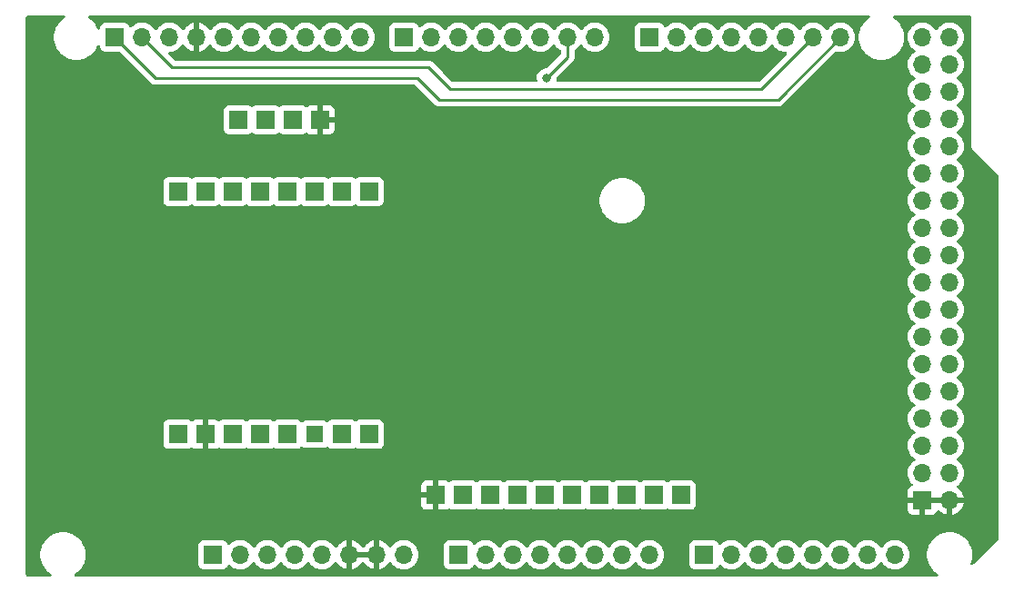
<source format=gbr>
%TF.GenerationSoftware,KiCad,Pcbnew,(6.0.7)*%
%TF.CreationDate,2022-08-30T16:18:00+09:00*%
%TF.ProjectId,jongseol,6a6f6e67-7365-46f6-9c2e-6b696361645f,rev?*%
%TF.SameCoordinates,Original*%
%TF.FileFunction,Copper,L2,Bot*%
%TF.FilePolarity,Positive*%
%FSLAX46Y46*%
G04 Gerber Fmt 4.6, Leading zero omitted, Abs format (unit mm)*
G04 Created by KiCad (PCBNEW (6.0.7)) date 2022-08-30 16:18:00*
%MOMM*%
%LPD*%
G01*
G04 APERTURE LIST*
%TA.AperFunction,ComponentPad*%
%ADD10R,1.700000X1.700000*%
%TD*%
%TA.AperFunction,ComponentPad*%
%ADD11O,1.700000X1.700000*%
%TD*%
%TA.AperFunction,ComponentPad*%
%ADD12R,1.524000X1.524000*%
%TD*%
%TA.AperFunction,ViaPad*%
%ADD13C,0.800000*%
%TD*%
%TA.AperFunction,Conductor*%
%ADD14C,0.250000*%
%TD*%
G04 APERTURE END LIST*
D10*
%TO.P,J4,1,Pin_1*%
%TO.N,GND*%
X193980000Y-92380000D03*
D11*
%TO.P,J4,2,Pin_2*%
X196520000Y-92380000D03*
%TO.P,J4,3,Pin_3*%
%TO.N,/\u002A52*%
X193980000Y-89840000D03*
%TO.P,J4,4,Pin_4*%
%TO.N,/53*%
X196520000Y-89840000D03*
%TO.P,J4,5,Pin_5*%
%TO.N,/50*%
X193980000Y-87300000D03*
%TO.P,J4,6,Pin_6*%
%TO.N,/51*%
X196520000Y-87300000D03*
%TO.P,J4,7,Pin_7*%
%TO.N,/48*%
X193980000Y-84760000D03*
%TO.P,J4,8,Pin_8*%
%TO.N,/49*%
X196520000Y-84760000D03*
%TO.P,J4,9,Pin_9*%
%TO.N,/\u002A46*%
X193980000Y-82220000D03*
%TO.P,J4,10,Pin_10*%
%TO.N,/47*%
X196520000Y-82220000D03*
%TO.P,J4,11,Pin_11*%
%TO.N,/\u002A44*%
X193980000Y-79680000D03*
%TO.P,J4,12,Pin_12*%
%TO.N,/\u002A45*%
X196520000Y-79680000D03*
%TO.P,J4,13,Pin_13*%
%TO.N,/42*%
X193980000Y-77140000D03*
%TO.P,J4,14,Pin_14*%
%TO.N,/43*%
X196520000Y-77140000D03*
%TO.P,J4,15,Pin_15*%
%TO.N,/40*%
X193980000Y-74600000D03*
%TO.P,J4,16,Pin_16*%
%TO.N,/41*%
X196520000Y-74600000D03*
%TO.P,J4,17,Pin_17*%
%TO.N,/38*%
X193980000Y-72060000D03*
%TO.P,J4,18,Pin_18*%
%TO.N,/39*%
X196520000Y-72060000D03*
%TO.P,J4,19,Pin_19*%
%TO.N,/36*%
X193980000Y-69520000D03*
%TO.P,J4,20,Pin_20*%
%TO.N,/37*%
X196520000Y-69520000D03*
%TO.P,J4,21,Pin_21*%
%TO.N,/34*%
X193980000Y-66980000D03*
%TO.P,J4,22,Pin_22*%
%TO.N,/35*%
X196520000Y-66980000D03*
%TO.P,J4,23,Pin_23*%
%TO.N,/32*%
X193980000Y-64440000D03*
%TO.P,J4,24,Pin_24*%
%TO.N,/33*%
X196520000Y-64440000D03*
%TO.P,J4,25,Pin_25*%
%TO.N,/30*%
X193980000Y-61900000D03*
%TO.P,J4,26,Pin_26*%
%TO.N,/31*%
X196520000Y-61900000D03*
%TO.P,J4,27,Pin_27*%
%TO.N,/28*%
X193980000Y-59360000D03*
%TO.P,J4,28,Pin_28*%
%TO.N,/29*%
X196520000Y-59360000D03*
%TO.P,J4,29,Pin_29*%
%TO.N,/26*%
X193980000Y-56820000D03*
%TO.P,J4,30,Pin_30*%
%TO.N,/27*%
X196520000Y-56820000D03*
%TO.P,J4,31,Pin_31*%
%TO.N,/24*%
X193980000Y-54280000D03*
%TO.P,J4,32,Pin_32*%
%TO.N,/25*%
X196520000Y-54280000D03*
%TO.P,J4,33,Pin_33*%
%TO.N,/22*%
X193980000Y-51740000D03*
%TO.P,J4,34,Pin_34*%
%TO.N,/23*%
X196520000Y-51740000D03*
%TO.P,J4,35,Pin_35*%
%TO.N,+5V*%
X193980000Y-49200000D03*
%TO.P,J4,36,Pin_36*%
X196520000Y-49200000D03*
%TD*%
D10*
%TO.P,J1,1,Pin_1*%
%TO.N,unconnected-(J1-Pad1)*%
X127940000Y-97460000D03*
D11*
%TO.P,J1,2,Pin_2*%
%TO.N,/IOREF*%
X130480000Y-97460000D03*
%TO.P,J1,3,Pin_3*%
%TO.N,/~{RESET}*%
X133020000Y-97460000D03*
%TO.P,J1,4,Pin_4*%
%TO.N,+3V3*%
X135560000Y-97460000D03*
%TO.P,J1,5,Pin_5*%
%TO.N,+5V*%
X138100000Y-97460000D03*
%TO.P,J1,6,Pin_6*%
%TO.N,GND*%
X140640000Y-97460000D03*
%TO.P,J1,7,Pin_7*%
X143180000Y-97460000D03*
%TO.P,J1,8,Pin_8*%
%TO.N,VCC*%
X145720000Y-97460000D03*
%TD*%
D10*
%TO.P,J2,1,Pin_1*%
%TO.N,Relay_1*%
X150800000Y-97460000D03*
D11*
%TO.P,J2,2,Pin_2*%
%TO.N,Relay_2*%
X153340000Y-97460000D03*
%TO.P,J2,3,Pin_3*%
%TO.N,Relay_3*%
X155880000Y-97460000D03*
%TO.P,J2,4,Pin_4*%
%TO.N,Relay_4*%
X158420000Y-97460000D03*
%TO.P,J2,5,Pin_5*%
%TO.N,Relay_5*%
X160960000Y-97460000D03*
%TO.P,J2,6,Pin_6*%
%TO.N,Relay_6*%
X163500000Y-97460000D03*
%TO.P,J2,7,Pin_7*%
%TO.N,Relay_7*%
X166040000Y-97460000D03*
%TO.P,J2,8,Pin_8*%
%TO.N,Relay_8*%
X168580000Y-97460000D03*
%TD*%
D10*
%TO.P,J3,1,Pin_1*%
%TO.N,/A8*%
X173660000Y-97460000D03*
D11*
%TO.P,J3,2,Pin_2*%
%TO.N,/A9*%
X176200000Y-97460000D03*
%TO.P,J3,3,Pin_3*%
%TO.N,/A10*%
X178740000Y-97460000D03*
%TO.P,J3,4,Pin_4*%
%TO.N,/A11*%
X181280000Y-97460000D03*
%TO.P,J3,5,Pin_5*%
%TO.N,/A12*%
X183820000Y-97460000D03*
%TO.P,J3,6,Pin_6*%
%TO.N,/A13*%
X186360000Y-97460000D03*
%TO.P,J3,7,Pin_7*%
%TO.N,/A14*%
X188900000Y-97460000D03*
%TO.P,J3,8,Pin_8*%
%TO.N,/A15*%
X191440000Y-97460000D03*
%TD*%
D10*
%TO.P,J5,1,Pin_1*%
%TO.N,/SCL{slash}21*%
X118796000Y-49200000D03*
D11*
%TO.P,J5,2,Pin_2*%
%TO.N,/SDA{slash}20*%
X121336000Y-49200000D03*
%TO.P,J5,3,Pin_3*%
%TO.N,/AREF*%
X123876000Y-49200000D03*
%TO.P,J5,4,Pin_4*%
%TO.N,GND*%
X126416000Y-49200000D03*
%TO.P,J5,5,Pin_5*%
%TO.N,/\u002A13*%
X128956000Y-49200000D03*
%TO.P,J5,6,Pin_6*%
%TO.N,/\u002A12*%
X131496000Y-49200000D03*
%TO.P,J5,7,Pin_7*%
%TO.N,/\u002A11*%
X134036000Y-49200000D03*
%TO.P,J5,8,Pin_8*%
%TO.N,/\u002A10*%
X136576000Y-49200000D03*
%TO.P,J5,9,Pin_9*%
%TO.N,Trig*%
X139116000Y-49200000D03*
%TO.P,J5,10,Pin_10*%
%TO.N,Echo*%
X141656000Y-49200000D03*
%TD*%
D10*
%TO.P,J6,1,Pin_1*%
%TO.N,/\u002A7*%
X145720000Y-49200000D03*
D11*
%TO.P,J6,2,Pin_2*%
%TO.N,/\u002A6*%
X148260000Y-49200000D03*
%TO.P,J6,3,Pin_3*%
%TO.N,/\u002A5*%
X150800000Y-49200000D03*
%TO.P,J6,4,Pin_4*%
%TO.N,/\u002A4*%
X153340000Y-49200000D03*
%TO.P,J6,5,Pin_5*%
%TO.N,/\u002A3*%
X155880000Y-49200000D03*
%TO.P,J6,6,Pin_6*%
%TO.N,/\u002A2*%
X158420000Y-49200000D03*
%TO.P,J6,7,Pin_7*%
%TO.N,TX*%
X160960000Y-49200000D03*
%TO.P,J6,8,Pin_8*%
%TO.N,RX*%
X163500000Y-49200000D03*
%TD*%
D10*
%TO.P,J7,1,Pin_1*%
%TO.N,/TX3{slash}14*%
X168580000Y-49200000D03*
D11*
%TO.P,J7,2,Pin_2*%
%TO.N,/RX3{slash}15*%
X171120000Y-49200000D03*
%TO.P,J7,3,Pin_3*%
%TO.N,/TX2{slash}16*%
X173660000Y-49200000D03*
%TO.P,J7,4,Pin_4*%
%TO.N,/RX2{slash}17*%
X176200000Y-49200000D03*
%TO.P,J7,5,Pin_5*%
%TO.N,/TX1{slash}18*%
X178740000Y-49200000D03*
%TO.P,J7,6,Pin_6*%
%TO.N,/RX1{slash}19*%
X181280000Y-49200000D03*
%TO.P,J7,7,Pin_7*%
%TO.N,/SDA{slash}20*%
X183820000Y-49200000D03*
%TO.P,J7,8,Pin_8*%
%TO.N,/SCL{slash}21*%
X186360000Y-49200000D03*
%TD*%
D10*
%TO.P,Relay,1,GND*%
%TO.N,GND*%
X148665000Y-91905000D03*
%TO.P,Relay,2,IN1*%
%TO.N,Relay_1*%
X151205000Y-91905000D03*
%TO.P,Relay,3,IN2*%
%TO.N,Relay_2*%
X153745000Y-91905000D03*
%TO.P,Relay,4,IN3*%
%TO.N,Relay_3*%
X156285000Y-91905000D03*
%TO.P,Relay,5,IN4*%
%TO.N,Relay_4*%
X158825000Y-91905000D03*
%TO.P,Relay,6,IN5*%
%TO.N,Relay_5*%
X161365000Y-91905000D03*
%TO.P,Relay,7,IN6*%
%TO.N,Relay_6*%
X163905000Y-91905000D03*
%TO.P,Relay,8,IN7*%
%TO.N,Relay_7*%
X166445000Y-91905000D03*
%TO.P,Relay,9,IN8*%
%TO.N,Relay_8*%
X168985000Y-91905000D03*
%TO.P,Relay,10,VCC*%
%TO.N,+5V*%
X171525000Y-91905000D03*
%TD*%
%TO.P,E1,1,5V*%
%TO.N,+5V*%
X124675000Y-86225000D03*
%TO.P,E1,2,GND*%
%TO.N,GND*%
X127215000Y-86225000D03*
%TO.P,E1,3*%
%TO.N,unconnected-(E1-Pad3)*%
X129755000Y-86225000D03*
%TO.P,E1,4*%
%TO.N,unconnected-(E1-Pad4)*%
X132295000Y-86225000D03*
%TO.P,E1,5*%
%TO.N,unconnected-(E1-Pad5)*%
X134835000Y-86225000D03*
D12*
%TO.P,E1,6*%
%TO.N,unconnected-(E1-Pad6)*%
X137375000Y-86225000D03*
D10*
%TO.P,E1,7*%
%TO.N,unconnected-(E1-Pad7)*%
X139915000Y-86225000D03*
%TO.P,E1,8*%
%TO.N,unconnected-(E1-Pad8)*%
X142455000Y-86225000D03*
%TO.P,E1,9*%
%TO.N,unconnected-(E1-Pad9)*%
X142455000Y-63585000D03*
%TO.P,E1,10,TX*%
%TO.N,TX*%
X139915000Y-63585000D03*
%TO.P,E1,11,RX*%
%TO.N,RX*%
X137375000Y-63585000D03*
%TO.P,E1,12*%
%TO.N,unconnected-(E1-Pad12)*%
X134835000Y-63585000D03*
%TO.P,E1,13*%
%TO.N,unconnected-(E1-Pad13)*%
X132295000Y-63585000D03*
%TO.P,E1,14*%
%TO.N,unconnected-(E1-Pad14)*%
X129755000Y-63585000D03*
%TO.P,E1,15*%
%TO.N,unconnected-(E1-Pad15)*%
X127215000Y-63585000D03*
%TO.P,E1,16*%
%TO.N,unconnected-(E1-Pad16)*%
X124675000Y-63585000D03*
%TD*%
%TO.P,Ultrasonic,1,VCC*%
%TO.N,+5V*%
X130285000Y-56905000D03*
%TO.P,Ultrasonic,2,Trig*%
%TO.N,Trig*%
X132825000Y-56905000D03*
%TO.P,Ultrasonic,3,Echo*%
%TO.N,Echo*%
X135365000Y-56905000D03*
%TO.P,Ultrasonic,4,GND*%
%TO.N,GND*%
X137905000Y-56905000D03*
%TD*%
D13*
%TO.N,TX*%
X159000000Y-53000000D03*
%TD*%
D14*
%TO.N,TX*%
X160960000Y-51040000D02*
X160960000Y-49200000D01*
X159000000Y-53000000D02*
X160960000Y-51040000D01*
%TO.N,/SDA{slash}20*%
X148000000Y-52000000D02*
X124136000Y-52000000D01*
X179020000Y-54000000D02*
X150000000Y-54000000D01*
X150000000Y-54000000D02*
X148000000Y-52000000D01*
X183820000Y-49200000D02*
X179020000Y-54000000D01*
X124136000Y-52000000D02*
X121336000Y-49200000D01*
%TO.N,/SCL{slash}21*%
X122596000Y-53000000D02*
X147000000Y-53000000D01*
X147000000Y-53000000D02*
X149000000Y-55000000D01*
X180560000Y-55000000D02*
X186360000Y-49200000D01*
X149000000Y-55000000D02*
X180560000Y-55000000D01*
X118796000Y-49200000D02*
X122596000Y-53000000D01*
%TD*%
%TA.AperFunction,Conductor*%
%TO.N,GND*%
G36*
X114133264Y-47188502D02*
G01*
X114179757Y-47242158D01*
X114189861Y-47312432D01*
X114160367Y-47377012D01*
X114137594Y-47397587D01*
X114125163Y-47406324D01*
X113909977Y-47557559D01*
X113699378Y-47753260D01*
X113517287Y-47975732D01*
X113367073Y-48220858D01*
X113365347Y-48224791D01*
X113365346Y-48224792D01*
X113313835Y-48342138D01*
X113251517Y-48484102D01*
X113250342Y-48488229D01*
X113250341Y-48488230D01*
X113246967Y-48500074D01*
X113172756Y-48760594D01*
X113132249Y-49045216D01*
X113132227Y-49049505D01*
X113132226Y-49049512D01*
X113130765Y-49328417D01*
X113130743Y-49332703D01*
X113168268Y-49617734D01*
X113244129Y-49895036D01*
X113245813Y-49898984D01*
X113341202Y-50122618D01*
X113356923Y-50159476D01*
X113403637Y-50237529D01*
X113484235Y-50372198D01*
X113504561Y-50406161D01*
X113684313Y-50630528D01*
X113892851Y-50828423D01*
X114126317Y-50996186D01*
X114130112Y-50998195D01*
X114130113Y-50998196D01*
X114151869Y-51009715D01*
X114380392Y-51130712D01*
X114404699Y-51139607D01*
X114639194Y-51225420D01*
X114650373Y-51229511D01*
X114931264Y-51290755D01*
X114959841Y-51293004D01*
X115154282Y-51308307D01*
X115154291Y-51308307D01*
X115156739Y-51308500D01*
X115312271Y-51308500D01*
X115314407Y-51308354D01*
X115314418Y-51308354D01*
X115522548Y-51294165D01*
X115522554Y-51294164D01*
X115526825Y-51293873D01*
X115531020Y-51293004D01*
X115531022Y-51293004D01*
X115712422Y-51255438D01*
X115808342Y-51235574D01*
X116079343Y-51139607D01*
X116334812Y-51007750D01*
X116338313Y-51005289D01*
X116338317Y-51005287D01*
X116518857Y-50878401D01*
X116570023Y-50842441D01*
X116648403Y-50769606D01*
X116777479Y-50649661D01*
X116777481Y-50649658D01*
X116780622Y-50646740D01*
X116962713Y-50424268D01*
X117112927Y-50179142D01*
X117116927Y-50170031D01*
X117196127Y-49989607D01*
X117241823Y-49935271D01*
X117309641Y-49914266D01*
X117378049Y-49933260D01*
X117425329Y-49986224D01*
X117437500Y-50040252D01*
X117437500Y-50098134D01*
X117444255Y-50160316D01*
X117495385Y-50296705D01*
X117582739Y-50413261D01*
X117699295Y-50500615D01*
X117835684Y-50551745D01*
X117897866Y-50558500D01*
X119206406Y-50558500D01*
X119274527Y-50578502D01*
X119295501Y-50595405D01*
X122092343Y-53392247D01*
X122099887Y-53400537D01*
X122104000Y-53407018D01*
X122109777Y-53412443D01*
X122153667Y-53453658D01*
X122156509Y-53456413D01*
X122176231Y-53476135D01*
X122179355Y-53478558D01*
X122179359Y-53478562D01*
X122179424Y-53478612D01*
X122188445Y-53486317D01*
X122220679Y-53516586D01*
X122227627Y-53520405D01*
X122227629Y-53520407D01*
X122238432Y-53526346D01*
X122254959Y-53537202D01*
X122264698Y-53544757D01*
X122264700Y-53544758D01*
X122270960Y-53549614D01*
X122311540Y-53567174D01*
X122322188Y-53572391D01*
X122360940Y-53593695D01*
X122368616Y-53595666D01*
X122368619Y-53595667D01*
X122380562Y-53598733D01*
X122399267Y-53605137D01*
X122417855Y-53613181D01*
X122425678Y-53614420D01*
X122425688Y-53614423D01*
X122461524Y-53620099D01*
X122473144Y-53622505D01*
X122508149Y-53631492D01*
X122515970Y-53633500D01*
X122536224Y-53633500D01*
X122555934Y-53635051D01*
X122575943Y-53638220D01*
X122583835Y-53637474D01*
X122595263Y-53636394D01*
X122619962Y-53634059D01*
X122631819Y-53633500D01*
X146685406Y-53633500D01*
X146753527Y-53653502D01*
X146774501Y-53670405D01*
X148496348Y-55392253D01*
X148503888Y-55400539D01*
X148508000Y-55407018D01*
X148513777Y-55412443D01*
X148557651Y-55453643D01*
X148560493Y-55456398D01*
X148580230Y-55476135D01*
X148583427Y-55478615D01*
X148592447Y-55486318D01*
X148624679Y-55516586D01*
X148631625Y-55520405D01*
X148631628Y-55520407D01*
X148642434Y-55526348D01*
X148658953Y-55537199D01*
X148674959Y-55549614D01*
X148682228Y-55552759D01*
X148682232Y-55552762D01*
X148715537Y-55567174D01*
X148726187Y-55572391D01*
X148764940Y-55593695D01*
X148772615Y-55595666D01*
X148772616Y-55595666D01*
X148784562Y-55598733D01*
X148803267Y-55605137D01*
X148821855Y-55613181D01*
X148829678Y-55614420D01*
X148829688Y-55614423D01*
X148865524Y-55620099D01*
X148877144Y-55622505D01*
X148908959Y-55630673D01*
X148919970Y-55633500D01*
X148940224Y-55633500D01*
X148959934Y-55635051D01*
X148979943Y-55638220D01*
X148987835Y-55637474D01*
X149006580Y-55635702D01*
X149023962Y-55634059D01*
X149035819Y-55633500D01*
X180481233Y-55633500D01*
X180492416Y-55634027D01*
X180499909Y-55635702D01*
X180507835Y-55635453D01*
X180507836Y-55635453D01*
X180567986Y-55633562D01*
X180571945Y-55633500D01*
X180599856Y-55633500D01*
X180603791Y-55633003D01*
X180603856Y-55632995D01*
X180615693Y-55632062D01*
X180647951Y-55631048D01*
X180651970Y-55630922D01*
X180659889Y-55630673D01*
X180679343Y-55625021D01*
X180698700Y-55621013D01*
X180710930Y-55619468D01*
X180710931Y-55619468D01*
X180718797Y-55618474D01*
X180726168Y-55615555D01*
X180726170Y-55615555D01*
X180759912Y-55602196D01*
X180771142Y-55598351D01*
X180805983Y-55588229D01*
X180805984Y-55588229D01*
X180813593Y-55586018D01*
X180820412Y-55581985D01*
X180820417Y-55581983D01*
X180831028Y-55575707D01*
X180848776Y-55567012D01*
X180867617Y-55559552D01*
X180903387Y-55533564D01*
X180913307Y-55527048D01*
X180944535Y-55508580D01*
X180944538Y-55508578D01*
X180951362Y-55504542D01*
X180965683Y-55490221D01*
X180980717Y-55477380D01*
X180982431Y-55476135D01*
X180997107Y-55465472D01*
X181025298Y-55431395D01*
X181033288Y-55422616D01*
X185904549Y-50551355D01*
X185966861Y-50517329D01*
X186018762Y-50516979D01*
X186198597Y-50553567D01*
X186203772Y-50553757D01*
X186203774Y-50553757D01*
X186416673Y-50561564D01*
X186416677Y-50561564D01*
X186421837Y-50561753D01*
X186426957Y-50561097D01*
X186426959Y-50561097D01*
X186638288Y-50534025D01*
X186638289Y-50534025D01*
X186643416Y-50533368D01*
X186648369Y-50531882D01*
X186852429Y-50470661D01*
X186852434Y-50470659D01*
X186857384Y-50469174D01*
X187057994Y-50370896D01*
X187239860Y-50241173D01*
X187398096Y-50083489D01*
X187457594Y-50000689D01*
X187525435Y-49906277D01*
X187528453Y-49902077D01*
X187533979Y-49890897D01*
X187625136Y-49706453D01*
X187625137Y-49706451D01*
X187627430Y-49701811D01*
X187692370Y-49488069D01*
X187721529Y-49266590D01*
X187723156Y-49200000D01*
X187704852Y-48977361D01*
X187650431Y-48760702D01*
X187561354Y-48555840D01*
X187496989Y-48456347D01*
X187442822Y-48372617D01*
X187442820Y-48372614D01*
X187440014Y-48368277D01*
X187289670Y-48203051D01*
X187285619Y-48199852D01*
X187285615Y-48199848D01*
X187118414Y-48067800D01*
X187118410Y-48067798D01*
X187114359Y-48064598D01*
X187078028Y-48044542D01*
X187062136Y-48035769D01*
X186918789Y-47956638D01*
X186913920Y-47954914D01*
X186913916Y-47954912D01*
X186713087Y-47883795D01*
X186713083Y-47883794D01*
X186708212Y-47882069D01*
X186703119Y-47881162D01*
X186703116Y-47881161D01*
X186493373Y-47843800D01*
X186493367Y-47843799D01*
X186488284Y-47842894D01*
X186414452Y-47841992D01*
X186270081Y-47840228D01*
X186270079Y-47840228D01*
X186264911Y-47840165D01*
X186044091Y-47873955D01*
X185831756Y-47943357D01*
X185633607Y-48046507D01*
X185629474Y-48049610D01*
X185629471Y-48049612D01*
X185459100Y-48177530D01*
X185454965Y-48180635D01*
X185451393Y-48184373D01*
X185343729Y-48297037D01*
X185300629Y-48342138D01*
X185193201Y-48499621D01*
X185138293Y-48544621D01*
X185067768Y-48552792D01*
X185004021Y-48521538D01*
X184983324Y-48497054D01*
X184902822Y-48372617D01*
X184902820Y-48372614D01*
X184900014Y-48368277D01*
X184749670Y-48203051D01*
X184745619Y-48199852D01*
X184745615Y-48199848D01*
X184578414Y-48067800D01*
X184578410Y-48067798D01*
X184574359Y-48064598D01*
X184538028Y-48044542D01*
X184522136Y-48035769D01*
X184378789Y-47956638D01*
X184373920Y-47954914D01*
X184373916Y-47954912D01*
X184173087Y-47883795D01*
X184173083Y-47883794D01*
X184168212Y-47882069D01*
X184163119Y-47881162D01*
X184163116Y-47881161D01*
X183953373Y-47843800D01*
X183953367Y-47843799D01*
X183948284Y-47842894D01*
X183874452Y-47841992D01*
X183730081Y-47840228D01*
X183730079Y-47840228D01*
X183724911Y-47840165D01*
X183504091Y-47873955D01*
X183291756Y-47943357D01*
X183093607Y-48046507D01*
X183089474Y-48049610D01*
X183089471Y-48049612D01*
X182919100Y-48177530D01*
X182914965Y-48180635D01*
X182911393Y-48184373D01*
X182803729Y-48297037D01*
X182760629Y-48342138D01*
X182653201Y-48499621D01*
X182598293Y-48544621D01*
X182527768Y-48552792D01*
X182464021Y-48521538D01*
X182443324Y-48497054D01*
X182362822Y-48372617D01*
X182362820Y-48372614D01*
X182360014Y-48368277D01*
X182209670Y-48203051D01*
X182205619Y-48199852D01*
X182205615Y-48199848D01*
X182038414Y-48067800D01*
X182038410Y-48067798D01*
X182034359Y-48064598D01*
X181998028Y-48044542D01*
X181982136Y-48035769D01*
X181838789Y-47956638D01*
X181833920Y-47954914D01*
X181833916Y-47954912D01*
X181633087Y-47883795D01*
X181633083Y-47883794D01*
X181628212Y-47882069D01*
X181623119Y-47881162D01*
X181623116Y-47881161D01*
X181413373Y-47843800D01*
X181413367Y-47843799D01*
X181408284Y-47842894D01*
X181334452Y-47841992D01*
X181190081Y-47840228D01*
X181190079Y-47840228D01*
X181184911Y-47840165D01*
X180964091Y-47873955D01*
X180751756Y-47943357D01*
X180553607Y-48046507D01*
X180549474Y-48049610D01*
X180549471Y-48049612D01*
X180379100Y-48177530D01*
X180374965Y-48180635D01*
X180371393Y-48184373D01*
X180263729Y-48297037D01*
X180220629Y-48342138D01*
X180113201Y-48499621D01*
X180058293Y-48544621D01*
X179987768Y-48552792D01*
X179924021Y-48521538D01*
X179903324Y-48497054D01*
X179822822Y-48372617D01*
X179822820Y-48372614D01*
X179820014Y-48368277D01*
X179669670Y-48203051D01*
X179665619Y-48199852D01*
X179665615Y-48199848D01*
X179498414Y-48067800D01*
X179498410Y-48067798D01*
X179494359Y-48064598D01*
X179458028Y-48044542D01*
X179442136Y-48035769D01*
X179298789Y-47956638D01*
X179293920Y-47954914D01*
X179293916Y-47954912D01*
X179093087Y-47883795D01*
X179093083Y-47883794D01*
X179088212Y-47882069D01*
X179083119Y-47881162D01*
X179083116Y-47881161D01*
X178873373Y-47843800D01*
X178873367Y-47843799D01*
X178868284Y-47842894D01*
X178794452Y-47841992D01*
X178650081Y-47840228D01*
X178650079Y-47840228D01*
X178644911Y-47840165D01*
X178424091Y-47873955D01*
X178211756Y-47943357D01*
X178013607Y-48046507D01*
X178009474Y-48049610D01*
X178009471Y-48049612D01*
X177839100Y-48177530D01*
X177834965Y-48180635D01*
X177831393Y-48184373D01*
X177723729Y-48297037D01*
X177680629Y-48342138D01*
X177573201Y-48499621D01*
X177518293Y-48544621D01*
X177447768Y-48552792D01*
X177384021Y-48521538D01*
X177363324Y-48497054D01*
X177282822Y-48372617D01*
X177282820Y-48372614D01*
X177280014Y-48368277D01*
X177129670Y-48203051D01*
X177125619Y-48199852D01*
X177125615Y-48199848D01*
X176958414Y-48067800D01*
X176958410Y-48067798D01*
X176954359Y-48064598D01*
X176918028Y-48044542D01*
X176902136Y-48035769D01*
X176758789Y-47956638D01*
X176753920Y-47954914D01*
X176753916Y-47954912D01*
X176553087Y-47883795D01*
X176553083Y-47883794D01*
X176548212Y-47882069D01*
X176543119Y-47881162D01*
X176543116Y-47881161D01*
X176333373Y-47843800D01*
X176333367Y-47843799D01*
X176328284Y-47842894D01*
X176254452Y-47841992D01*
X176110081Y-47840228D01*
X176110079Y-47840228D01*
X176104911Y-47840165D01*
X175884091Y-47873955D01*
X175671756Y-47943357D01*
X175473607Y-48046507D01*
X175469474Y-48049610D01*
X175469471Y-48049612D01*
X175299100Y-48177530D01*
X175294965Y-48180635D01*
X175291393Y-48184373D01*
X175183729Y-48297037D01*
X175140629Y-48342138D01*
X175033201Y-48499621D01*
X174978293Y-48544621D01*
X174907768Y-48552792D01*
X174844021Y-48521538D01*
X174823324Y-48497054D01*
X174742822Y-48372617D01*
X174742820Y-48372614D01*
X174740014Y-48368277D01*
X174589670Y-48203051D01*
X174585619Y-48199852D01*
X174585615Y-48199848D01*
X174418414Y-48067800D01*
X174418410Y-48067798D01*
X174414359Y-48064598D01*
X174378028Y-48044542D01*
X174362136Y-48035769D01*
X174218789Y-47956638D01*
X174213920Y-47954914D01*
X174213916Y-47954912D01*
X174013087Y-47883795D01*
X174013083Y-47883794D01*
X174008212Y-47882069D01*
X174003119Y-47881162D01*
X174003116Y-47881161D01*
X173793373Y-47843800D01*
X173793367Y-47843799D01*
X173788284Y-47842894D01*
X173714452Y-47841992D01*
X173570081Y-47840228D01*
X173570079Y-47840228D01*
X173564911Y-47840165D01*
X173344091Y-47873955D01*
X173131756Y-47943357D01*
X172933607Y-48046507D01*
X172929474Y-48049610D01*
X172929471Y-48049612D01*
X172759100Y-48177530D01*
X172754965Y-48180635D01*
X172751393Y-48184373D01*
X172643729Y-48297037D01*
X172600629Y-48342138D01*
X172493201Y-48499621D01*
X172438293Y-48544621D01*
X172367768Y-48552792D01*
X172304021Y-48521538D01*
X172283324Y-48497054D01*
X172202822Y-48372617D01*
X172202820Y-48372614D01*
X172200014Y-48368277D01*
X172049670Y-48203051D01*
X172045619Y-48199852D01*
X172045615Y-48199848D01*
X171878414Y-48067800D01*
X171878410Y-48067798D01*
X171874359Y-48064598D01*
X171838028Y-48044542D01*
X171822136Y-48035769D01*
X171678789Y-47956638D01*
X171673920Y-47954914D01*
X171673916Y-47954912D01*
X171473087Y-47883795D01*
X171473083Y-47883794D01*
X171468212Y-47882069D01*
X171463119Y-47881162D01*
X171463116Y-47881161D01*
X171253373Y-47843800D01*
X171253367Y-47843799D01*
X171248284Y-47842894D01*
X171174452Y-47841992D01*
X171030081Y-47840228D01*
X171030079Y-47840228D01*
X171024911Y-47840165D01*
X170804091Y-47873955D01*
X170591756Y-47943357D01*
X170393607Y-48046507D01*
X170389474Y-48049610D01*
X170389471Y-48049612D01*
X170219100Y-48177530D01*
X170214965Y-48180635D01*
X170158537Y-48239684D01*
X170134283Y-48265064D01*
X170072759Y-48300494D01*
X170001846Y-48297037D01*
X169944060Y-48255791D01*
X169925207Y-48222243D01*
X169883767Y-48111703D01*
X169880615Y-48103295D01*
X169793261Y-47986739D01*
X169676705Y-47899385D01*
X169540316Y-47848255D01*
X169478134Y-47841500D01*
X167681866Y-47841500D01*
X167619684Y-47848255D01*
X167483295Y-47899385D01*
X167366739Y-47986739D01*
X167279385Y-48103295D01*
X167228255Y-48239684D01*
X167221500Y-48301866D01*
X167221500Y-50098134D01*
X167228255Y-50160316D01*
X167279385Y-50296705D01*
X167366739Y-50413261D01*
X167483295Y-50500615D01*
X167619684Y-50551745D01*
X167681866Y-50558500D01*
X169478134Y-50558500D01*
X169540316Y-50551745D01*
X169676705Y-50500615D01*
X169793261Y-50413261D01*
X169880615Y-50296705D01*
X169902799Y-50237529D01*
X169924598Y-50179382D01*
X169967240Y-50122618D01*
X170033802Y-50097918D01*
X170103150Y-50113126D01*
X170137817Y-50141114D01*
X170166250Y-50173938D01*
X170338126Y-50316632D01*
X170531000Y-50429338D01*
X170739692Y-50509030D01*
X170744760Y-50510061D01*
X170744763Y-50510062D01*
X170839862Y-50529410D01*
X170958597Y-50553567D01*
X170963772Y-50553757D01*
X170963774Y-50553757D01*
X171176673Y-50561564D01*
X171176677Y-50561564D01*
X171181837Y-50561753D01*
X171186957Y-50561097D01*
X171186959Y-50561097D01*
X171398288Y-50534025D01*
X171398289Y-50534025D01*
X171403416Y-50533368D01*
X171408369Y-50531882D01*
X171612429Y-50470661D01*
X171612434Y-50470659D01*
X171617384Y-50469174D01*
X171817994Y-50370896D01*
X171999860Y-50241173D01*
X172158096Y-50083489D01*
X172217594Y-50000689D01*
X172288453Y-49902077D01*
X172289776Y-49903028D01*
X172336645Y-49859857D01*
X172406580Y-49847625D01*
X172472026Y-49875144D01*
X172499875Y-49906994D01*
X172559987Y-50005088D01*
X172706250Y-50173938D01*
X172878126Y-50316632D01*
X173071000Y-50429338D01*
X173279692Y-50509030D01*
X173284760Y-50510061D01*
X173284763Y-50510062D01*
X173379862Y-50529410D01*
X173498597Y-50553567D01*
X173503772Y-50553757D01*
X173503774Y-50553757D01*
X173716673Y-50561564D01*
X173716677Y-50561564D01*
X173721837Y-50561753D01*
X173726957Y-50561097D01*
X173726959Y-50561097D01*
X173938288Y-50534025D01*
X173938289Y-50534025D01*
X173943416Y-50533368D01*
X173948369Y-50531882D01*
X174152429Y-50470661D01*
X174152434Y-50470659D01*
X174157384Y-50469174D01*
X174357994Y-50370896D01*
X174539860Y-50241173D01*
X174698096Y-50083489D01*
X174757594Y-50000689D01*
X174828453Y-49902077D01*
X174829776Y-49903028D01*
X174876645Y-49859857D01*
X174946580Y-49847625D01*
X175012026Y-49875144D01*
X175039875Y-49906994D01*
X175099987Y-50005088D01*
X175246250Y-50173938D01*
X175418126Y-50316632D01*
X175611000Y-50429338D01*
X175819692Y-50509030D01*
X175824760Y-50510061D01*
X175824763Y-50510062D01*
X175919862Y-50529410D01*
X176038597Y-50553567D01*
X176043772Y-50553757D01*
X176043774Y-50553757D01*
X176256673Y-50561564D01*
X176256677Y-50561564D01*
X176261837Y-50561753D01*
X176266957Y-50561097D01*
X176266959Y-50561097D01*
X176478288Y-50534025D01*
X176478289Y-50534025D01*
X176483416Y-50533368D01*
X176488369Y-50531882D01*
X176692429Y-50470661D01*
X176692434Y-50470659D01*
X176697384Y-50469174D01*
X176897994Y-50370896D01*
X177079860Y-50241173D01*
X177238096Y-50083489D01*
X177297594Y-50000689D01*
X177368453Y-49902077D01*
X177369776Y-49903028D01*
X177416645Y-49859857D01*
X177486580Y-49847625D01*
X177552026Y-49875144D01*
X177579875Y-49906994D01*
X177639987Y-50005088D01*
X177786250Y-50173938D01*
X177958126Y-50316632D01*
X178151000Y-50429338D01*
X178359692Y-50509030D01*
X178364760Y-50510061D01*
X178364763Y-50510062D01*
X178459862Y-50529410D01*
X178578597Y-50553567D01*
X178583772Y-50553757D01*
X178583774Y-50553757D01*
X178796673Y-50561564D01*
X178796677Y-50561564D01*
X178801837Y-50561753D01*
X178806957Y-50561097D01*
X178806959Y-50561097D01*
X179018288Y-50534025D01*
X179018289Y-50534025D01*
X179023416Y-50533368D01*
X179028369Y-50531882D01*
X179232429Y-50470661D01*
X179232434Y-50470659D01*
X179237384Y-50469174D01*
X179437994Y-50370896D01*
X179619860Y-50241173D01*
X179778096Y-50083489D01*
X179837594Y-50000689D01*
X179908453Y-49902077D01*
X179909776Y-49903028D01*
X179956645Y-49859857D01*
X180026580Y-49847625D01*
X180092026Y-49875144D01*
X180119875Y-49906994D01*
X180179987Y-50005088D01*
X180326250Y-50173938D01*
X180498126Y-50316632D01*
X180691000Y-50429338D01*
X180899692Y-50509030D01*
X180904760Y-50510061D01*
X180904763Y-50510062D01*
X180999862Y-50529410D01*
X181118597Y-50553567D01*
X181123771Y-50553757D01*
X181123773Y-50553757D01*
X181185898Y-50556035D01*
X181265650Y-50558959D01*
X181332991Y-50581443D01*
X181377487Y-50636767D01*
X181385009Y-50707364D01*
X181350127Y-50773969D01*
X180069500Y-52054595D01*
X178794500Y-53329595D01*
X178732188Y-53363621D01*
X178705405Y-53366500D01*
X160009594Y-53366500D01*
X159941473Y-53346498D01*
X159894980Y-53292842D01*
X159884876Y-53222568D01*
X159889762Y-53201562D01*
X159891502Y-53196208D01*
X159891503Y-53196203D01*
X159893542Y-53189928D01*
X159898569Y-53142104D01*
X159910907Y-53024707D01*
X159937920Y-52959050D01*
X159947122Y-52948782D01*
X161352247Y-51543657D01*
X161360537Y-51536113D01*
X161367018Y-51532000D01*
X161376934Y-51521441D01*
X161413658Y-51482333D01*
X161416413Y-51479491D01*
X161436135Y-51459769D01*
X161438612Y-51456576D01*
X161446317Y-51447555D01*
X161471159Y-51421100D01*
X161476586Y-51415321D01*
X161480407Y-51408371D01*
X161486346Y-51397568D01*
X161497202Y-51381041D01*
X161504757Y-51371302D01*
X161504758Y-51371300D01*
X161509614Y-51365040D01*
X161527174Y-51324460D01*
X161532391Y-51313812D01*
X161549875Y-51282009D01*
X161549876Y-51282007D01*
X161553695Y-51275060D01*
X161558733Y-51255437D01*
X161565137Y-51236734D01*
X161570033Y-51225420D01*
X161570033Y-51225419D01*
X161573181Y-51218145D01*
X161574420Y-51210322D01*
X161574423Y-51210312D01*
X161580099Y-51174476D01*
X161582505Y-51162856D01*
X161591528Y-51127711D01*
X161591528Y-51127710D01*
X161593500Y-51120030D01*
X161593500Y-51099776D01*
X161595051Y-51080065D01*
X161596980Y-51067886D01*
X161598220Y-51060057D01*
X161594059Y-51016038D01*
X161593500Y-51004181D01*
X161593500Y-50480427D01*
X161613502Y-50412306D01*
X161654618Y-50372550D01*
X161657994Y-50370896D01*
X161839860Y-50241173D01*
X161998096Y-50083489D01*
X162057594Y-50000689D01*
X162128453Y-49902077D01*
X162129776Y-49903028D01*
X162176645Y-49859857D01*
X162246580Y-49847625D01*
X162312026Y-49875144D01*
X162339875Y-49906994D01*
X162399987Y-50005088D01*
X162546250Y-50173938D01*
X162718126Y-50316632D01*
X162911000Y-50429338D01*
X163119692Y-50509030D01*
X163124760Y-50510061D01*
X163124763Y-50510062D01*
X163219862Y-50529410D01*
X163338597Y-50553567D01*
X163343772Y-50553757D01*
X163343774Y-50553757D01*
X163556673Y-50561564D01*
X163556677Y-50561564D01*
X163561837Y-50561753D01*
X163566957Y-50561097D01*
X163566959Y-50561097D01*
X163778288Y-50534025D01*
X163778289Y-50534025D01*
X163783416Y-50533368D01*
X163788369Y-50531882D01*
X163992429Y-50470661D01*
X163992434Y-50470659D01*
X163997384Y-50469174D01*
X164197994Y-50370896D01*
X164379860Y-50241173D01*
X164538096Y-50083489D01*
X164597594Y-50000689D01*
X164665435Y-49906277D01*
X164668453Y-49902077D01*
X164673979Y-49890897D01*
X164765136Y-49706453D01*
X164765137Y-49706451D01*
X164767430Y-49701811D01*
X164832370Y-49488069D01*
X164861529Y-49266590D01*
X164863156Y-49200000D01*
X164844852Y-48977361D01*
X164790431Y-48760702D01*
X164701354Y-48555840D01*
X164636989Y-48456347D01*
X164582822Y-48372617D01*
X164582820Y-48372614D01*
X164580014Y-48368277D01*
X164429670Y-48203051D01*
X164425619Y-48199852D01*
X164425615Y-48199848D01*
X164258414Y-48067800D01*
X164258410Y-48067798D01*
X164254359Y-48064598D01*
X164218028Y-48044542D01*
X164202136Y-48035769D01*
X164058789Y-47956638D01*
X164053920Y-47954914D01*
X164053916Y-47954912D01*
X163853087Y-47883795D01*
X163853083Y-47883794D01*
X163848212Y-47882069D01*
X163843119Y-47881162D01*
X163843116Y-47881161D01*
X163633373Y-47843800D01*
X163633367Y-47843799D01*
X163628284Y-47842894D01*
X163554452Y-47841992D01*
X163410081Y-47840228D01*
X163410079Y-47840228D01*
X163404911Y-47840165D01*
X163184091Y-47873955D01*
X162971756Y-47943357D01*
X162773607Y-48046507D01*
X162769474Y-48049610D01*
X162769471Y-48049612D01*
X162599100Y-48177530D01*
X162594965Y-48180635D01*
X162591393Y-48184373D01*
X162483729Y-48297037D01*
X162440629Y-48342138D01*
X162333201Y-48499621D01*
X162278293Y-48544621D01*
X162207768Y-48552792D01*
X162144021Y-48521538D01*
X162123324Y-48497054D01*
X162042822Y-48372617D01*
X162042820Y-48372614D01*
X162040014Y-48368277D01*
X161889670Y-48203051D01*
X161885619Y-48199852D01*
X161885615Y-48199848D01*
X161718414Y-48067800D01*
X161718410Y-48067798D01*
X161714359Y-48064598D01*
X161678028Y-48044542D01*
X161662136Y-48035769D01*
X161518789Y-47956638D01*
X161513920Y-47954914D01*
X161513916Y-47954912D01*
X161313087Y-47883795D01*
X161313083Y-47883794D01*
X161308212Y-47882069D01*
X161303119Y-47881162D01*
X161303116Y-47881161D01*
X161093373Y-47843800D01*
X161093367Y-47843799D01*
X161088284Y-47842894D01*
X161014452Y-47841992D01*
X160870081Y-47840228D01*
X160870079Y-47840228D01*
X160864911Y-47840165D01*
X160644091Y-47873955D01*
X160431756Y-47943357D01*
X160233607Y-48046507D01*
X160229474Y-48049610D01*
X160229471Y-48049612D01*
X160059100Y-48177530D01*
X160054965Y-48180635D01*
X160051393Y-48184373D01*
X159943729Y-48297037D01*
X159900629Y-48342138D01*
X159793201Y-48499621D01*
X159738293Y-48544621D01*
X159667768Y-48552792D01*
X159604021Y-48521538D01*
X159583324Y-48497054D01*
X159502822Y-48372617D01*
X159502820Y-48372614D01*
X159500014Y-48368277D01*
X159349670Y-48203051D01*
X159345619Y-48199852D01*
X159345615Y-48199848D01*
X159178414Y-48067800D01*
X159178410Y-48067798D01*
X159174359Y-48064598D01*
X159138028Y-48044542D01*
X159122136Y-48035769D01*
X158978789Y-47956638D01*
X158973920Y-47954914D01*
X158973916Y-47954912D01*
X158773087Y-47883795D01*
X158773083Y-47883794D01*
X158768212Y-47882069D01*
X158763119Y-47881162D01*
X158763116Y-47881161D01*
X158553373Y-47843800D01*
X158553367Y-47843799D01*
X158548284Y-47842894D01*
X158474452Y-47841992D01*
X158330081Y-47840228D01*
X158330079Y-47840228D01*
X158324911Y-47840165D01*
X158104091Y-47873955D01*
X157891756Y-47943357D01*
X157693607Y-48046507D01*
X157689474Y-48049610D01*
X157689471Y-48049612D01*
X157519100Y-48177530D01*
X157514965Y-48180635D01*
X157511393Y-48184373D01*
X157403729Y-48297037D01*
X157360629Y-48342138D01*
X157253201Y-48499621D01*
X157198293Y-48544621D01*
X157127768Y-48552792D01*
X157064021Y-48521538D01*
X157043324Y-48497054D01*
X156962822Y-48372617D01*
X156962820Y-48372614D01*
X156960014Y-48368277D01*
X156809670Y-48203051D01*
X156805619Y-48199852D01*
X156805615Y-48199848D01*
X156638414Y-48067800D01*
X156638410Y-48067798D01*
X156634359Y-48064598D01*
X156598028Y-48044542D01*
X156582136Y-48035769D01*
X156438789Y-47956638D01*
X156433920Y-47954914D01*
X156433916Y-47954912D01*
X156233087Y-47883795D01*
X156233083Y-47883794D01*
X156228212Y-47882069D01*
X156223119Y-47881162D01*
X156223116Y-47881161D01*
X156013373Y-47843800D01*
X156013367Y-47843799D01*
X156008284Y-47842894D01*
X155934452Y-47841992D01*
X155790081Y-47840228D01*
X155790079Y-47840228D01*
X155784911Y-47840165D01*
X155564091Y-47873955D01*
X155351756Y-47943357D01*
X155153607Y-48046507D01*
X155149474Y-48049610D01*
X155149471Y-48049612D01*
X154979100Y-48177530D01*
X154974965Y-48180635D01*
X154971393Y-48184373D01*
X154863729Y-48297037D01*
X154820629Y-48342138D01*
X154713201Y-48499621D01*
X154658293Y-48544621D01*
X154587768Y-48552792D01*
X154524021Y-48521538D01*
X154503324Y-48497054D01*
X154422822Y-48372617D01*
X154422820Y-48372614D01*
X154420014Y-48368277D01*
X154269670Y-48203051D01*
X154265619Y-48199852D01*
X154265615Y-48199848D01*
X154098414Y-48067800D01*
X154098410Y-48067798D01*
X154094359Y-48064598D01*
X154058028Y-48044542D01*
X154042136Y-48035769D01*
X153898789Y-47956638D01*
X153893920Y-47954914D01*
X153893916Y-47954912D01*
X153693087Y-47883795D01*
X153693083Y-47883794D01*
X153688212Y-47882069D01*
X153683119Y-47881162D01*
X153683116Y-47881161D01*
X153473373Y-47843800D01*
X153473367Y-47843799D01*
X153468284Y-47842894D01*
X153394452Y-47841992D01*
X153250081Y-47840228D01*
X153250079Y-47840228D01*
X153244911Y-47840165D01*
X153024091Y-47873955D01*
X152811756Y-47943357D01*
X152613607Y-48046507D01*
X152609474Y-48049610D01*
X152609471Y-48049612D01*
X152439100Y-48177530D01*
X152434965Y-48180635D01*
X152431393Y-48184373D01*
X152323729Y-48297037D01*
X152280629Y-48342138D01*
X152173201Y-48499621D01*
X152118293Y-48544621D01*
X152047768Y-48552792D01*
X151984021Y-48521538D01*
X151963324Y-48497054D01*
X151882822Y-48372617D01*
X151882820Y-48372614D01*
X151880014Y-48368277D01*
X151729670Y-48203051D01*
X151725619Y-48199852D01*
X151725615Y-48199848D01*
X151558414Y-48067800D01*
X151558410Y-48067798D01*
X151554359Y-48064598D01*
X151518028Y-48044542D01*
X151502136Y-48035769D01*
X151358789Y-47956638D01*
X151353920Y-47954914D01*
X151353916Y-47954912D01*
X151153087Y-47883795D01*
X151153083Y-47883794D01*
X151148212Y-47882069D01*
X151143119Y-47881162D01*
X151143116Y-47881161D01*
X150933373Y-47843800D01*
X150933367Y-47843799D01*
X150928284Y-47842894D01*
X150854452Y-47841992D01*
X150710081Y-47840228D01*
X150710079Y-47840228D01*
X150704911Y-47840165D01*
X150484091Y-47873955D01*
X150271756Y-47943357D01*
X150073607Y-48046507D01*
X150069474Y-48049610D01*
X150069471Y-48049612D01*
X149899100Y-48177530D01*
X149894965Y-48180635D01*
X149891393Y-48184373D01*
X149783729Y-48297037D01*
X149740629Y-48342138D01*
X149633201Y-48499621D01*
X149578293Y-48544621D01*
X149507768Y-48552792D01*
X149444021Y-48521538D01*
X149423324Y-48497054D01*
X149342822Y-48372617D01*
X149342820Y-48372614D01*
X149340014Y-48368277D01*
X149189670Y-48203051D01*
X149185619Y-48199852D01*
X149185615Y-48199848D01*
X149018414Y-48067800D01*
X149018410Y-48067798D01*
X149014359Y-48064598D01*
X148978028Y-48044542D01*
X148962136Y-48035769D01*
X148818789Y-47956638D01*
X148813920Y-47954914D01*
X148813916Y-47954912D01*
X148613087Y-47883795D01*
X148613083Y-47883794D01*
X148608212Y-47882069D01*
X148603119Y-47881162D01*
X148603116Y-47881161D01*
X148393373Y-47843800D01*
X148393367Y-47843799D01*
X148388284Y-47842894D01*
X148314452Y-47841992D01*
X148170081Y-47840228D01*
X148170079Y-47840228D01*
X148164911Y-47840165D01*
X147944091Y-47873955D01*
X147731756Y-47943357D01*
X147533607Y-48046507D01*
X147529474Y-48049610D01*
X147529471Y-48049612D01*
X147359100Y-48177530D01*
X147354965Y-48180635D01*
X147298537Y-48239684D01*
X147274283Y-48265064D01*
X147212759Y-48300494D01*
X147141846Y-48297037D01*
X147084060Y-48255791D01*
X147065207Y-48222243D01*
X147023767Y-48111703D01*
X147020615Y-48103295D01*
X146933261Y-47986739D01*
X146816705Y-47899385D01*
X146680316Y-47848255D01*
X146618134Y-47841500D01*
X144821866Y-47841500D01*
X144759684Y-47848255D01*
X144623295Y-47899385D01*
X144506739Y-47986739D01*
X144419385Y-48103295D01*
X144368255Y-48239684D01*
X144361500Y-48301866D01*
X144361500Y-50098134D01*
X144368255Y-50160316D01*
X144419385Y-50296705D01*
X144506739Y-50413261D01*
X144623295Y-50500615D01*
X144759684Y-50551745D01*
X144821866Y-50558500D01*
X146618134Y-50558500D01*
X146680316Y-50551745D01*
X146816705Y-50500615D01*
X146933261Y-50413261D01*
X147020615Y-50296705D01*
X147042799Y-50237529D01*
X147064598Y-50179382D01*
X147107240Y-50122618D01*
X147173802Y-50097918D01*
X147243150Y-50113126D01*
X147277817Y-50141114D01*
X147306250Y-50173938D01*
X147478126Y-50316632D01*
X147671000Y-50429338D01*
X147879692Y-50509030D01*
X147884760Y-50510061D01*
X147884763Y-50510062D01*
X147979862Y-50529410D01*
X148098597Y-50553567D01*
X148103772Y-50553757D01*
X148103774Y-50553757D01*
X148316673Y-50561564D01*
X148316677Y-50561564D01*
X148321837Y-50561753D01*
X148326957Y-50561097D01*
X148326959Y-50561097D01*
X148538288Y-50534025D01*
X148538289Y-50534025D01*
X148543416Y-50533368D01*
X148548369Y-50531882D01*
X148752429Y-50470661D01*
X148752434Y-50470659D01*
X148757384Y-50469174D01*
X148957994Y-50370896D01*
X149139860Y-50241173D01*
X149298096Y-50083489D01*
X149357594Y-50000689D01*
X149428453Y-49902077D01*
X149429776Y-49903028D01*
X149476645Y-49859857D01*
X149546580Y-49847625D01*
X149612026Y-49875144D01*
X149639875Y-49906994D01*
X149699987Y-50005088D01*
X149846250Y-50173938D01*
X150018126Y-50316632D01*
X150211000Y-50429338D01*
X150419692Y-50509030D01*
X150424760Y-50510061D01*
X150424763Y-50510062D01*
X150519862Y-50529410D01*
X150638597Y-50553567D01*
X150643772Y-50553757D01*
X150643774Y-50553757D01*
X150856673Y-50561564D01*
X150856677Y-50561564D01*
X150861837Y-50561753D01*
X150866957Y-50561097D01*
X150866959Y-50561097D01*
X151078288Y-50534025D01*
X151078289Y-50534025D01*
X151083416Y-50533368D01*
X151088369Y-50531882D01*
X151292429Y-50470661D01*
X151292434Y-50470659D01*
X151297384Y-50469174D01*
X151497994Y-50370896D01*
X151679860Y-50241173D01*
X151838096Y-50083489D01*
X151897594Y-50000689D01*
X151968453Y-49902077D01*
X151969776Y-49903028D01*
X152016645Y-49859857D01*
X152086580Y-49847625D01*
X152152026Y-49875144D01*
X152179875Y-49906994D01*
X152239987Y-50005088D01*
X152386250Y-50173938D01*
X152558126Y-50316632D01*
X152751000Y-50429338D01*
X152959692Y-50509030D01*
X152964760Y-50510061D01*
X152964763Y-50510062D01*
X153059862Y-50529410D01*
X153178597Y-50553567D01*
X153183772Y-50553757D01*
X153183774Y-50553757D01*
X153396673Y-50561564D01*
X153396677Y-50561564D01*
X153401837Y-50561753D01*
X153406957Y-50561097D01*
X153406959Y-50561097D01*
X153618288Y-50534025D01*
X153618289Y-50534025D01*
X153623416Y-50533368D01*
X153628369Y-50531882D01*
X153832429Y-50470661D01*
X153832434Y-50470659D01*
X153837384Y-50469174D01*
X154037994Y-50370896D01*
X154219860Y-50241173D01*
X154378096Y-50083489D01*
X154437594Y-50000689D01*
X154508453Y-49902077D01*
X154509776Y-49903028D01*
X154556645Y-49859857D01*
X154626580Y-49847625D01*
X154692026Y-49875144D01*
X154719875Y-49906994D01*
X154779987Y-50005088D01*
X154926250Y-50173938D01*
X155098126Y-50316632D01*
X155291000Y-50429338D01*
X155499692Y-50509030D01*
X155504760Y-50510061D01*
X155504763Y-50510062D01*
X155599862Y-50529410D01*
X155718597Y-50553567D01*
X155723772Y-50553757D01*
X155723774Y-50553757D01*
X155936673Y-50561564D01*
X155936677Y-50561564D01*
X155941837Y-50561753D01*
X155946957Y-50561097D01*
X155946959Y-50561097D01*
X156158288Y-50534025D01*
X156158289Y-50534025D01*
X156163416Y-50533368D01*
X156168369Y-50531882D01*
X156372429Y-50470661D01*
X156372434Y-50470659D01*
X156377384Y-50469174D01*
X156577994Y-50370896D01*
X156759860Y-50241173D01*
X156918096Y-50083489D01*
X156977594Y-50000689D01*
X157048453Y-49902077D01*
X157049776Y-49903028D01*
X157096645Y-49859857D01*
X157166580Y-49847625D01*
X157232026Y-49875144D01*
X157259875Y-49906994D01*
X157319987Y-50005088D01*
X157466250Y-50173938D01*
X157638126Y-50316632D01*
X157831000Y-50429338D01*
X158039692Y-50509030D01*
X158044760Y-50510061D01*
X158044763Y-50510062D01*
X158139862Y-50529410D01*
X158258597Y-50553567D01*
X158263772Y-50553757D01*
X158263774Y-50553757D01*
X158476673Y-50561564D01*
X158476677Y-50561564D01*
X158481837Y-50561753D01*
X158486957Y-50561097D01*
X158486959Y-50561097D01*
X158698288Y-50534025D01*
X158698289Y-50534025D01*
X158703416Y-50533368D01*
X158708369Y-50531882D01*
X158912429Y-50470661D01*
X158912434Y-50470659D01*
X158917384Y-50469174D01*
X159117994Y-50370896D01*
X159299860Y-50241173D01*
X159458096Y-50083489D01*
X159517594Y-50000689D01*
X159588453Y-49902077D01*
X159589776Y-49903028D01*
X159636645Y-49859857D01*
X159706580Y-49847625D01*
X159772026Y-49875144D01*
X159799875Y-49906994D01*
X159859987Y-50005088D01*
X160006250Y-50173938D01*
X160178126Y-50316632D01*
X160264070Y-50366853D01*
X160312794Y-50418491D01*
X160326500Y-50475641D01*
X160326500Y-50725406D01*
X160306498Y-50793527D01*
X160289595Y-50814501D01*
X159049500Y-52054595D01*
X158987188Y-52088621D01*
X158960405Y-52091500D01*
X158904513Y-52091500D01*
X158898061Y-52092872D01*
X158898056Y-52092872D01*
X158811112Y-52111353D01*
X158717712Y-52131206D01*
X158711682Y-52133891D01*
X158711681Y-52133891D01*
X158549278Y-52206197D01*
X158549276Y-52206198D01*
X158543248Y-52208882D01*
X158388747Y-52321134D01*
X158384326Y-52326044D01*
X158384325Y-52326045D01*
X158279850Y-52442077D01*
X158260960Y-52463056D01*
X158165473Y-52628444D01*
X158106458Y-52810072D01*
X158086496Y-53000000D01*
X158087186Y-53006565D01*
X158101432Y-53142104D01*
X158106458Y-53189928D01*
X158108497Y-53196203D01*
X158108498Y-53196208D01*
X158110238Y-53201562D01*
X158112267Y-53272529D01*
X158075606Y-53333328D01*
X158011894Y-53364654D01*
X157990406Y-53366500D01*
X150314594Y-53366500D01*
X150246473Y-53346498D01*
X150225499Y-53329595D01*
X149364679Y-52468774D01*
X148503652Y-51607747D01*
X148496112Y-51599461D01*
X148492000Y-51592982D01*
X148442348Y-51546356D01*
X148439507Y-51543602D01*
X148419770Y-51523865D01*
X148416573Y-51521385D01*
X148407551Y-51513680D01*
X148381100Y-51488841D01*
X148375321Y-51483414D01*
X148368375Y-51479595D01*
X148368372Y-51479593D01*
X148357566Y-51473652D01*
X148341047Y-51462801D01*
X148333021Y-51456576D01*
X148325041Y-51450386D01*
X148317772Y-51447241D01*
X148317768Y-51447238D01*
X148284463Y-51432826D01*
X148273813Y-51427609D01*
X148235060Y-51406305D01*
X148215437Y-51401267D01*
X148196734Y-51394863D01*
X148185420Y-51389967D01*
X148185419Y-51389967D01*
X148178145Y-51386819D01*
X148170322Y-51385580D01*
X148170312Y-51385577D01*
X148134476Y-51379901D01*
X148122856Y-51377495D01*
X148087711Y-51368472D01*
X148087710Y-51368472D01*
X148080030Y-51366500D01*
X148059776Y-51366500D01*
X148040065Y-51364949D01*
X148027886Y-51363020D01*
X148020057Y-51361780D01*
X148012165Y-51362526D01*
X147976039Y-51365941D01*
X147964181Y-51366500D01*
X124450594Y-51366500D01*
X124382473Y-51346498D01*
X124361499Y-51329595D01*
X123807317Y-50775413D01*
X123773291Y-50713101D01*
X123778356Y-50642286D01*
X123820903Y-50585450D01*
X123887423Y-50560639D01*
X123901024Y-50560403D01*
X123916845Y-50560983D01*
X123932674Y-50561564D01*
X123932678Y-50561564D01*
X123937837Y-50561753D01*
X123942957Y-50561097D01*
X123942959Y-50561097D01*
X124154288Y-50534025D01*
X124154289Y-50534025D01*
X124159416Y-50533368D01*
X124164369Y-50531882D01*
X124368429Y-50470661D01*
X124368434Y-50470659D01*
X124373384Y-50469174D01*
X124573994Y-50370896D01*
X124755860Y-50241173D01*
X124914096Y-50083489D01*
X124973594Y-50000689D01*
X125044453Y-49902077D01*
X125045640Y-49902930D01*
X125092960Y-49859362D01*
X125162897Y-49847145D01*
X125228338Y-49874678D01*
X125256166Y-49906511D01*
X125313694Y-50000388D01*
X125319777Y-50008699D01*
X125459213Y-50169667D01*
X125466580Y-50176883D01*
X125630434Y-50312916D01*
X125638881Y-50318831D01*
X125822756Y-50426279D01*
X125832042Y-50430729D01*
X126031001Y-50506703D01*
X126040899Y-50509579D01*
X126144250Y-50530606D01*
X126158299Y-50529410D01*
X126162000Y-50519065D01*
X126162000Y-50518517D01*
X126670000Y-50518517D01*
X126674064Y-50532359D01*
X126687478Y-50534393D01*
X126694184Y-50533534D01*
X126704262Y-50531392D01*
X126908255Y-50470191D01*
X126917842Y-50466433D01*
X127109095Y-50372739D01*
X127117945Y-50367464D01*
X127291328Y-50243792D01*
X127299200Y-50237139D01*
X127450052Y-50086812D01*
X127456730Y-50078965D01*
X127584022Y-49901819D01*
X127585279Y-49902722D01*
X127632373Y-49859362D01*
X127702311Y-49847145D01*
X127767751Y-49874678D01*
X127795579Y-49906511D01*
X127855987Y-50005088D01*
X128002250Y-50173938D01*
X128174126Y-50316632D01*
X128367000Y-50429338D01*
X128575692Y-50509030D01*
X128580760Y-50510061D01*
X128580763Y-50510062D01*
X128675862Y-50529410D01*
X128794597Y-50553567D01*
X128799772Y-50553757D01*
X128799774Y-50553757D01*
X129012673Y-50561564D01*
X129012677Y-50561564D01*
X129017837Y-50561753D01*
X129022957Y-50561097D01*
X129022959Y-50561097D01*
X129234288Y-50534025D01*
X129234289Y-50534025D01*
X129239416Y-50533368D01*
X129244369Y-50531882D01*
X129448429Y-50470661D01*
X129448434Y-50470659D01*
X129453384Y-50469174D01*
X129653994Y-50370896D01*
X129835860Y-50241173D01*
X129994096Y-50083489D01*
X130053594Y-50000689D01*
X130124453Y-49902077D01*
X130125776Y-49903028D01*
X130172645Y-49859857D01*
X130242580Y-49847625D01*
X130308026Y-49875144D01*
X130335875Y-49906994D01*
X130395987Y-50005088D01*
X130542250Y-50173938D01*
X130714126Y-50316632D01*
X130907000Y-50429338D01*
X131115692Y-50509030D01*
X131120760Y-50510061D01*
X131120763Y-50510062D01*
X131215862Y-50529410D01*
X131334597Y-50553567D01*
X131339772Y-50553757D01*
X131339774Y-50553757D01*
X131552673Y-50561564D01*
X131552677Y-50561564D01*
X131557837Y-50561753D01*
X131562957Y-50561097D01*
X131562959Y-50561097D01*
X131774288Y-50534025D01*
X131774289Y-50534025D01*
X131779416Y-50533368D01*
X131784369Y-50531882D01*
X131988429Y-50470661D01*
X131988434Y-50470659D01*
X131993384Y-50469174D01*
X132193994Y-50370896D01*
X132375860Y-50241173D01*
X132534096Y-50083489D01*
X132593594Y-50000689D01*
X132664453Y-49902077D01*
X132665776Y-49903028D01*
X132712645Y-49859857D01*
X132782580Y-49847625D01*
X132848026Y-49875144D01*
X132875875Y-49906994D01*
X132935987Y-50005088D01*
X133082250Y-50173938D01*
X133254126Y-50316632D01*
X133447000Y-50429338D01*
X133655692Y-50509030D01*
X133660760Y-50510061D01*
X133660763Y-50510062D01*
X133755862Y-50529410D01*
X133874597Y-50553567D01*
X133879772Y-50553757D01*
X133879774Y-50553757D01*
X134092673Y-50561564D01*
X134092677Y-50561564D01*
X134097837Y-50561753D01*
X134102957Y-50561097D01*
X134102959Y-50561097D01*
X134314288Y-50534025D01*
X134314289Y-50534025D01*
X134319416Y-50533368D01*
X134324369Y-50531882D01*
X134528429Y-50470661D01*
X134528434Y-50470659D01*
X134533384Y-50469174D01*
X134733994Y-50370896D01*
X134915860Y-50241173D01*
X135074096Y-50083489D01*
X135133594Y-50000689D01*
X135204453Y-49902077D01*
X135205776Y-49903028D01*
X135252645Y-49859857D01*
X135322580Y-49847625D01*
X135388026Y-49875144D01*
X135415875Y-49906994D01*
X135475987Y-50005088D01*
X135622250Y-50173938D01*
X135794126Y-50316632D01*
X135987000Y-50429338D01*
X136195692Y-50509030D01*
X136200760Y-50510061D01*
X136200763Y-50510062D01*
X136295862Y-50529410D01*
X136414597Y-50553567D01*
X136419772Y-50553757D01*
X136419774Y-50553757D01*
X136632673Y-50561564D01*
X136632677Y-50561564D01*
X136637837Y-50561753D01*
X136642957Y-50561097D01*
X136642959Y-50561097D01*
X136854288Y-50534025D01*
X136854289Y-50534025D01*
X136859416Y-50533368D01*
X136864369Y-50531882D01*
X137068429Y-50470661D01*
X137068434Y-50470659D01*
X137073384Y-50469174D01*
X137273994Y-50370896D01*
X137455860Y-50241173D01*
X137614096Y-50083489D01*
X137673594Y-50000689D01*
X137744453Y-49902077D01*
X137745776Y-49903028D01*
X137792645Y-49859857D01*
X137862580Y-49847625D01*
X137928026Y-49875144D01*
X137955875Y-49906994D01*
X138015987Y-50005088D01*
X138162250Y-50173938D01*
X138334126Y-50316632D01*
X138527000Y-50429338D01*
X138735692Y-50509030D01*
X138740760Y-50510061D01*
X138740763Y-50510062D01*
X138835862Y-50529410D01*
X138954597Y-50553567D01*
X138959772Y-50553757D01*
X138959774Y-50553757D01*
X139172673Y-50561564D01*
X139172677Y-50561564D01*
X139177837Y-50561753D01*
X139182957Y-50561097D01*
X139182959Y-50561097D01*
X139394288Y-50534025D01*
X139394289Y-50534025D01*
X139399416Y-50533368D01*
X139404369Y-50531882D01*
X139608429Y-50470661D01*
X139608434Y-50470659D01*
X139613384Y-50469174D01*
X139813994Y-50370896D01*
X139995860Y-50241173D01*
X140154096Y-50083489D01*
X140213594Y-50000689D01*
X140284453Y-49902077D01*
X140285776Y-49903028D01*
X140332645Y-49859857D01*
X140402580Y-49847625D01*
X140468026Y-49875144D01*
X140495875Y-49906994D01*
X140555987Y-50005088D01*
X140702250Y-50173938D01*
X140874126Y-50316632D01*
X141067000Y-50429338D01*
X141275692Y-50509030D01*
X141280760Y-50510061D01*
X141280763Y-50510062D01*
X141375862Y-50529410D01*
X141494597Y-50553567D01*
X141499772Y-50553757D01*
X141499774Y-50553757D01*
X141712673Y-50561564D01*
X141712677Y-50561564D01*
X141717837Y-50561753D01*
X141722957Y-50561097D01*
X141722959Y-50561097D01*
X141934288Y-50534025D01*
X141934289Y-50534025D01*
X141939416Y-50533368D01*
X141944369Y-50531882D01*
X142148429Y-50470661D01*
X142148434Y-50470659D01*
X142153384Y-50469174D01*
X142353994Y-50370896D01*
X142535860Y-50241173D01*
X142694096Y-50083489D01*
X142753594Y-50000689D01*
X142821435Y-49906277D01*
X142824453Y-49902077D01*
X142829979Y-49890897D01*
X142921136Y-49706453D01*
X142921137Y-49706451D01*
X142923430Y-49701811D01*
X142988370Y-49488069D01*
X143017529Y-49266590D01*
X143019156Y-49200000D01*
X143000852Y-48977361D01*
X142946431Y-48760702D01*
X142857354Y-48555840D01*
X142792989Y-48456347D01*
X142738822Y-48372617D01*
X142738820Y-48372614D01*
X142736014Y-48368277D01*
X142585670Y-48203051D01*
X142581619Y-48199852D01*
X142581615Y-48199848D01*
X142414414Y-48067800D01*
X142414410Y-48067798D01*
X142410359Y-48064598D01*
X142374028Y-48044542D01*
X142358136Y-48035769D01*
X142214789Y-47956638D01*
X142209920Y-47954914D01*
X142209916Y-47954912D01*
X142009087Y-47883795D01*
X142009083Y-47883794D01*
X142004212Y-47882069D01*
X141999119Y-47881162D01*
X141999116Y-47881161D01*
X141789373Y-47843800D01*
X141789367Y-47843799D01*
X141784284Y-47842894D01*
X141710452Y-47841992D01*
X141566081Y-47840228D01*
X141566079Y-47840228D01*
X141560911Y-47840165D01*
X141340091Y-47873955D01*
X141127756Y-47943357D01*
X140929607Y-48046507D01*
X140925474Y-48049610D01*
X140925471Y-48049612D01*
X140755100Y-48177530D01*
X140750965Y-48180635D01*
X140747393Y-48184373D01*
X140639729Y-48297037D01*
X140596629Y-48342138D01*
X140489201Y-48499621D01*
X140434293Y-48544621D01*
X140363768Y-48552792D01*
X140300021Y-48521538D01*
X140279324Y-48497054D01*
X140198822Y-48372617D01*
X140198820Y-48372614D01*
X140196014Y-48368277D01*
X140045670Y-48203051D01*
X140041619Y-48199852D01*
X140041615Y-48199848D01*
X139874414Y-48067800D01*
X139874410Y-48067798D01*
X139870359Y-48064598D01*
X139834028Y-48044542D01*
X139818136Y-48035769D01*
X139674789Y-47956638D01*
X139669920Y-47954914D01*
X139669916Y-47954912D01*
X139469087Y-47883795D01*
X139469083Y-47883794D01*
X139464212Y-47882069D01*
X139459119Y-47881162D01*
X139459116Y-47881161D01*
X139249373Y-47843800D01*
X139249367Y-47843799D01*
X139244284Y-47842894D01*
X139170452Y-47841992D01*
X139026081Y-47840228D01*
X139026079Y-47840228D01*
X139020911Y-47840165D01*
X138800091Y-47873955D01*
X138587756Y-47943357D01*
X138389607Y-48046507D01*
X138385474Y-48049610D01*
X138385471Y-48049612D01*
X138215100Y-48177530D01*
X138210965Y-48180635D01*
X138207393Y-48184373D01*
X138099729Y-48297037D01*
X138056629Y-48342138D01*
X137949201Y-48499621D01*
X137894293Y-48544621D01*
X137823768Y-48552792D01*
X137760021Y-48521538D01*
X137739324Y-48497054D01*
X137658822Y-48372617D01*
X137658820Y-48372614D01*
X137656014Y-48368277D01*
X137505670Y-48203051D01*
X137501619Y-48199852D01*
X137501615Y-48199848D01*
X137334414Y-48067800D01*
X137334410Y-48067798D01*
X137330359Y-48064598D01*
X137294028Y-48044542D01*
X137278136Y-48035769D01*
X137134789Y-47956638D01*
X137129920Y-47954914D01*
X137129916Y-47954912D01*
X136929087Y-47883795D01*
X136929083Y-47883794D01*
X136924212Y-47882069D01*
X136919119Y-47881162D01*
X136919116Y-47881161D01*
X136709373Y-47843800D01*
X136709367Y-47843799D01*
X136704284Y-47842894D01*
X136630452Y-47841992D01*
X136486081Y-47840228D01*
X136486079Y-47840228D01*
X136480911Y-47840165D01*
X136260091Y-47873955D01*
X136047756Y-47943357D01*
X135849607Y-48046507D01*
X135845474Y-48049610D01*
X135845471Y-48049612D01*
X135675100Y-48177530D01*
X135670965Y-48180635D01*
X135667393Y-48184373D01*
X135559729Y-48297037D01*
X135516629Y-48342138D01*
X135409201Y-48499621D01*
X135354293Y-48544621D01*
X135283768Y-48552792D01*
X135220021Y-48521538D01*
X135199324Y-48497054D01*
X135118822Y-48372617D01*
X135118820Y-48372614D01*
X135116014Y-48368277D01*
X134965670Y-48203051D01*
X134961619Y-48199852D01*
X134961615Y-48199848D01*
X134794414Y-48067800D01*
X134794410Y-48067798D01*
X134790359Y-48064598D01*
X134754028Y-48044542D01*
X134738136Y-48035769D01*
X134594789Y-47956638D01*
X134589920Y-47954914D01*
X134589916Y-47954912D01*
X134389087Y-47883795D01*
X134389083Y-47883794D01*
X134384212Y-47882069D01*
X134379119Y-47881162D01*
X134379116Y-47881161D01*
X134169373Y-47843800D01*
X134169367Y-47843799D01*
X134164284Y-47842894D01*
X134090452Y-47841992D01*
X133946081Y-47840228D01*
X133946079Y-47840228D01*
X133940911Y-47840165D01*
X133720091Y-47873955D01*
X133507756Y-47943357D01*
X133309607Y-48046507D01*
X133305474Y-48049610D01*
X133305471Y-48049612D01*
X133135100Y-48177530D01*
X133130965Y-48180635D01*
X133127393Y-48184373D01*
X133019729Y-48297037D01*
X132976629Y-48342138D01*
X132869201Y-48499621D01*
X132814293Y-48544621D01*
X132743768Y-48552792D01*
X132680021Y-48521538D01*
X132659324Y-48497054D01*
X132578822Y-48372617D01*
X132578820Y-48372614D01*
X132576014Y-48368277D01*
X132425670Y-48203051D01*
X132421619Y-48199852D01*
X132421615Y-48199848D01*
X132254414Y-48067800D01*
X132254410Y-48067798D01*
X132250359Y-48064598D01*
X132214028Y-48044542D01*
X132198136Y-48035769D01*
X132054789Y-47956638D01*
X132049920Y-47954914D01*
X132049916Y-47954912D01*
X131849087Y-47883795D01*
X131849083Y-47883794D01*
X131844212Y-47882069D01*
X131839119Y-47881162D01*
X131839116Y-47881161D01*
X131629373Y-47843800D01*
X131629367Y-47843799D01*
X131624284Y-47842894D01*
X131550452Y-47841992D01*
X131406081Y-47840228D01*
X131406079Y-47840228D01*
X131400911Y-47840165D01*
X131180091Y-47873955D01*
X130967756Y-47943357D01*
X130769607Y-48046507D01*
X130765474Y-48049610D01*
X130765471Y-48049612D01*
X130595100Y-48177530D01*
X130590965Y-48180635D01*
X130587393Y-48184373D01*
X130479729Y-48297037D01*
X130436629Y-48342138D01*
X130329201Y-48499621D01*
X130274293Y-48544621D01*
X130203768Y-48552792D01*
X130140021Y-48521538D01*
X130119324Y-48497054D01*
X130038822Y-48372617D01*
X130038820Y-48372614D01*
X130036014Y-48368277D01*
X129885670Y-48203051D01*
X129881619Y-48199852D01*
X129881615Y-48199848D01*
X129714414Y-48067800D01*
X129714410Y-48067798D01*
X129710359Y-48064598D01*
X129674028Y-48044542D01*
X129658136Y-48035769D01*
X129514789Y-47956638D01*
X129509920Y-47954914D01*
X129509916Y-47954912D01*
X129309087Y-47883795D01*
X129309083Y-47883794D01*
X129304212Y-47882069D01*
X129299119Y-47881162D01*
X129299116Y-47881161D01*
X129089373Y-47843800D01*
X129089367Y-47843799D01*
X129084284Y-47842894D01*
X129010452Y-47841992D01*
X128866081Y-47840228D01*
X128866079Y-47840228D01*
X128860911Y-47840165D01*
X128640091Y-47873955D01*
X128427756Y-47943357D01*
X128229607Y-48046507D01*
X128225474Y-48049610D01*
X128225471Y-48049612D01*
X128055100Y-48177530D01*
X128050965Y-48180635D01*
X128047393Y-48184373D01*
X127939729Y-48297037D01*
X127896629Y-48342138D01*
X127789204Y-48499618D01*
X127788898Y-48500066D01*
X127733987Y-48545069D01*
X127663462Y-48553240D01*
X127599715Y-48521986D01*
X127579018Y-48497502D01*
X127498426Y-48372926D01*
X127492136Y-48364757D01*
X127348806Y-48207240D01*
X127341273Y-48200215D01*
X127174139Y-48068222D01*
X127165552Y-48062517D01*
X126979117Y-47959599D01*
X126969705Y-47955369D01*
X126768959Y-47884280D01*
X126758988Y-47881646D01*
X126687837Y-47868972D01*
X126674540Y-47870432D01*
X126670000Y-47884989D01*
X126670000Y-50518517D01*
X126162000Y-50518517D01*
X126162000Y-47883102D01*
X126158082Y-47869758D01*
X126143806Y-47867771D01*
X126105324Y-47873660D01*
X126095288Y-47876051D01*
X125892868Y-47942212D01*
X125883359Y-47946209D01*
X125694463Y-48044542D01*
X125685738Y-48050036D01*
X125515433Y-48177905D01*
X125507726Y-48184748D01*
X125360590Y-48338717D01*
X125354109Y-48346722D01*
X125249498Y-48500074D01*
X125194587Y-48545076D01*
X125124062Y-48553247D01*
X125060315Y-48521993D01*
X125039618Y-48497509D01*
X124958822Y-48372617D01*
X124958820Y-48372614D01*
X124956014Y-48368277D01*
X124805670Y-48203051D01*
X124801619Y-48199852D01*
X124801615Y-48199848D01*
X124634414Y-48067800D01*
X124634410Y-48067798D01*
X124630359Y-48064598D01*
X124594028Y-48044542D01*
X124578136Y-48035769D01*
X124434789Y-47956638D01*
X124429920Y-47954914D01*
X124429916Y-47954912D01*
X124229087Y-47883795D01*
X124229083Y-47883794D01*
X124224212Y-47882069D01*
X124219119Y-47881162D01*
X124219116Y-47881161D01*
X124009373Y-47843800D01*
X124009367Y-47843799D01*
X124004284Y-47842894D01*
X123930452Y-47841992D01*
X123786081Y-47840228D01*
X123786079Y-47840228D01*
X123780911Y-47840165D01*
X123560091Y-47873955D01*
X123347756Y-47943357D01*
X123149607Y-48046507D01*
X123145474Y-48049610D01*
X123145471Y-48049612D01*
X122975100Y-48177530D01*
X122970965Y-48180635D01*
X122967393Y-48184373D01*
X122859729Y-48297037D01*
X122816629Y-48342138D01*
X122709201Y-48499621D01*
X122654293Y-48544621D01*
X122583768Y-48552792D01*
X122520021Y-48521538D01*
X122499324Y-48497054D01*
X122418822Y-48372617D01*
X122418820Y-48372614D01*
X122416014Y-48368277D01*
X122265670Y-48203051D01*
X122261619Y-48199852D01*
X122261615Y-48199848D01*
X122094414Y-48067800D01*
X122094410Y-48067798D01*
X122090359Y-48064598D01*
X122054028Y-48044542D01*
X122038136Y-48035769D01*
X121894789Y-47956638D01*
X121889920Y-47954914D01*
X121889916Y-47954912D01*
X121689087Y-47883795D01*
X121689083Y-47883794D01*
X121684212Y-47882069D01*
X121679119Y-47881162D01*
X121679116Y-47881161D01*
X121469373Y-47843800D01*
X121469367Y-47843799D01*
X121464284Y-47842894D01*
X121390452Y-47841992D01*
X121246081Y-47840228D01*
X121246079Y-47840228D01*
X121240911Y-47840165D01*
X121020091Y-47873955D01*
X120807756Y-47943357D01*
X120609607Y-48046507D01*
X120605474Y-48049610D01*
X120605471Y-48049612D01*
X120435100Y-48177530D01*
X120430965Y-48180635D01*
X120374537Y-48239684D01*
X120350283Y-48265064D01*
X120288759Y-48300494D01*
X120217846Y-48297037D01*
X120160060Y-48255791D01*
X120141207Y-48222243D01*
X120099767Y-48111703D01*
X120096615Y-48103295D01*
X120009261Y-47986739D01*
X119892705Y-47899385D01*
X119756316Y-47848255D01*
X119694134Y-47841500D01*
X117897866Y-47841500D01*
X117835684Y-47848255D01*
X117699295Y-47899385D01*
X117582739Y-47986739D01*
X117495385Y-48103295D01*
X117444255Y-48239684D01*
X117437500Y-48301866D01*
X117437500Y-48361123D01*
X117417498Y-48429244D01*
X117363842Y-48475737D01*
X117293568Y-48485841D01*
X117228988Y-48456347D01*
X117195603Y-48410558D01*
X117124763Y-48244476D01*
X117124761Y-48244472D01*
X117123077Y-48240524D01*
X117019704Y-48067800D01*
X116977643Y-47997521D01*
X116977640Y-47997517D01*
X116975439Y-47993839D01*
X116795687Y-47769472D01*
X116587149Y-47571577D01*
X116353683Y-47403814D01*
X116349881Y-47401801D01*
X116349536Y-47401587D01*
X116302181Y-47348691D01*
X116290941Y-47278589D01*
X116319385Y-47213540D01*
X116378482Y-47174194D01*
X116415932Y-47168500D01*
X188995143Y-47168500D01*
X189063264Y-47188502D01*
X189109757Y-47242158D01*
X189119861Y-47312432D01*
X189090367Y-47377012D01*
X189067594Y-47397587D01*
X189055163Y-47406324D01*
X188839977Y-47557559D01*
X188629378Y-47753260D01*
X188447287Y-47975732D01*
X188297073Y-48220858D01*
X188295347Y-48224791D01*
X188295346Y-48224792D01*
X188243835Y-48342138D01*
X188181517Y-48484102D01*
X188180342Y-48488229D01*
X188180341Y-48488230D01*
X188176967Y-48500074D01*
X188102756Y-48760594D01*
X188062249Y-49045216D01*
X188062227Y-49049505D01*
X188062226Y-49049512D01*
X188060765Y-49328417D01*
X188060743Y-49332703D01*
X188098268Y-49617734D01*
X188174129Y-49895036D01*
X188175813Y-49898984D01*
X188271202Y-50122618D01*
X188286923Y-50159476D01*
X188333637Y-50237529D01*
X188414235Y-50372198D01*
X188434561Y-50406161D01*
X188614313Y-50630528D01*
X188822851Y-50828423D01*
X189056317Y-50996186D01*
X189060112Y-50998195D01*
X189060113Y-50998196D01*
X189081869Y-51009715D01*
X189310392Y-51130712D01*
X189334699Y-51139607D01*
X189569194Y-51225420D01*
X189580373Y-51229511D01*
X189861264Y-51290755D01*
X189889841Y-51293004D01*
X190084282Y-51308307D01*
X190084291Y-51308307D01*
X190086739Y-51308500D01*
X190242271Y-51308500D01*
X190244407Y-51308354D01*
X190244418Y-51308354D01*
X190452548Y-51294165D01*
X190452554Y-51294164D01*
X190456825Y-51293873D01*
X190461020Y-51293004D01*
X190461022Y-51293004D01*
X190642422Y-51255438D01*
X190738342Y-51235574D01*
X191009343Y-51139607D01*
X191264812Y-51007750D01*
X191268313Y-51005289D01*
X191268317Y-51005287D01*
X191448857Y-50878401D01*
X191500023Y-50842441D01*
X191578403Y-50769606D01*
X191707479Y-50649661D01*
X191707481Y-50649658D01*
X191710622Y-50646740D01*
X191892713Y-50424268D01*
X192042927Y-50179142D01*
X192046927Y-50170031D01*
X192156757Y-49919830D01*
X192158483Y-49915898D01*
X192163742Y-49897438D01*
X192236068Y-49643534D01*
X192237244Y-49639406D01*
X192277751Y-49354784D01*
X192277845Y-49336951D01*
X192279235Y-49071583D01*
X192279235Y-49071576D01*
X192279257Y-49067297D01*
X192241732Y-48782266D01*
X192165871Y-48504964D01*
X192145134Y-48456347D01*
X192054763Y-48244476D01*
X192054761Y-48244472D01*
X192053077Y-48240524D01*
X191949704Y-48067800D01*
X191907643Y-47997521D01*
X191907640Y-47997517D01*
X191905439Y-47993839D01*
X191725687Y-47769472D01*
X191517149Y-47571577D01*
X191283683Y-47403814D01*
X191279881Y-47401801D01*
X191279536Y-47401587D01*
X191232181Y-47348691D01*
X191220941Y-47278589D01*
X191249385Y-47213540D01*
X191308482Y-47174194D01*
X191345932Y-47168500D01*
X198425500Y-47168500D01*
X198493621Y-47188502D01*
X198540114Y-47242158D01*
X198551500Y-47294500D01*
X198551500Y-59288928D01*
X198550145Y-59301058D01*
X198550627Y-59301097D01*
X198549907Y-59310044D01*
X198547926Y-59318800D01*
X198548482Y-59327760D01*
X198551258Y-59372508D01*
X198551500Y-59380310D01*
X198551500Y-59396513D01*
X198552136Y-59400953D01*
X198552984Y-59406878D01*
X198554013Y-59416928D01*
X198556362Y-59454785D01*
X198556945Y-59464177D01*
X198559994Y-59472623D01*
X198560593Y-59475514D01*
X198564822Y-59492480D01*
X198565648Y-59495305D01*
X198566920Y-59504187D01*
X198586522Y-59547298D01*
X198590327Y-59556647D01*
X198606404Y-59601181D01*
X198611699Y-59608429D01*
X198613080Y-59611027D01*
X198621915Y-59626145D01*
X198623494Y-59628614D01*
X198627208Y-59636782D01*
X198641202Y-59653023D01*
X198658115Y-59672652D01*
X198664401Y-59680569D01*
X198669548Y-59687615D01*
X198669553Y-59687620D01*
X198672425Y-59691552D01*
X198683400Y-59702527D01*
X198689758Y-59709374D01*
X198722287Y-59747127D01*
X198729822Y-59752011D01*
X198736066Y-59757458D01*
X198747931Y-59767058D01*
X201054595Y-62073723D01*
X201088621Y-62136035D01*
X201091500Y-62162818D01*
X201091500Y-95927182D01*
X201071498Y-95995303D01*
X201054595Y-96016277D01*
X198750696Y-98320177D01*
X198741156Y-98327800D01*
X198741470Y-98328168D01*
X198734634Y-98333986D01*
X198727042Y-98338776D01*
X198721100Y-98345504D01*
X198691407Y-98379125D01*
X198686061Y-98384812D01*
X198679867Y-98391006D01*
X198617555Y-98425032D01*
X198546740Y-98419967D01*
X198489904Y-98377420D01*
X198465093Y-98310900D01*
X198475397Y-98251269D01*
X198508483Y-98175898D01*
X198513742Y-98157438D01*
X198586068Y-97903534D01*
X198587244Y-97899406D01*
X198627751Y-97614784D01*
X198627845Y-97596951D01*
X198629235Y-97331583D01*
X198629235Y-97331576D01*
X198629257Y-97327297D01*
X198591732Y-97042266D01*
X198515871Y-96764964D01*
X198448239Y-96606403D01*
X198404763Y-96504476D01*
X198404761Y-96504472D01*
X198403077Y-96500524D01*
X198299704Y-96327800D01*
X198257643Y-96257521D01*
X198257640Y-96257517D01*
X198255439Y-96253839D01*
X198075687Y-96029472D01*
X197867149Y-95831577D01*
X197633683Y-95663814D01*
X197611843Y-95652250D01*
X197588654Y-95639972D01*
X197379608Y-95529288D01*
X197109627Y-95430489D01*
X196828736Y-95369245D01*
X196797685Y-95366801D01*
X196605718Y-95351693D01*
X196605709Y-95351693D01*
X196603261Y-95351500D01*
X196447729Y-95351500D01*
X196445593Y-95351646D01*
X196445582Y-95351646D01*
X196237452Y-95365835D01*
X196237446Y-95365836D01*
X196233175Y-95366127D01*
X196228980Y-95366996D01*
X196228978Y-95366996D01*
X196092417Y-95395276D01*
X195951658Y-95424426D01*
X195680657Y-95520393D01*
X195425188Y-95652250D01*
X195421687Y-95654711D01*
X195421683Y-95654713D01*
X195411594Y-95661804D01*
X195189977Y-95817559D01*
X195174892Y-95831577D01*
X195015846Y-95979372D01*
X194979378Y-96013260D01*
X194797287Y-96235732D01*
X194647073Y-96480858D01*
X194645347Y-96484791D01*
X194645346Y-96484792D01*
X194593835Y-96602138D01*
X194531517Y-96744102D01*
X194530342Y-96748229D01*
X194530341Y-96748230D01*
X194526967Y-96760074D01*
X194452756Y-97020594D01*
X194412249Y-97305216D01*
X194412227Y-97309505D01*
X194412226Y-97309512D01*
X194410765Y-97588417D01*
X194410743Y-97592703D01*
X194448268Y-97877734D01*
X194524129Y-98155036D01*
X194525813Y-98158984D01*
X194621202Y-98382618D01*
X194636923Y-98419476D01*
X194784561Y-98666161D01*
X194964313Y-98890528D01*
X195172851Y-99088423D01*
X195406317Y-99256186D01*
X195410119Y-99258199D01*
X195410464Y-99258413D01*
X195457819Y-99311309D01*
X195469059Y-99381411D01*
X195440615Y-99446460D01*
X195381518Y-99485806D01*
X195344068Y-99491500D01*
X115144857Y-99491500D01*
X115076736Y-99471498D01*
X115030243Y-99417842D01*
X115020139Y-99347568D01*
X115049633Y-99282988D01*
X115072406Y-99262413D01*
X115177384Y-99188633D01*
X115300023Y-99102441D01*
X115378403Y-99029606D01*
X115507479Y-98909661D01*
X115507481Y-98909658D01*
X115510622Y-98906740D01*
X115692713Y-98684268D01*
X115842927Y-98439142D01*
X115846927Y-98430031D01*
X115878487Y-98358134D01*
X126581500Y-98358134D01*
X126588255Y-98420316D01*
X126639385Y-98556705D01*
X126726739Y-98673261D01*
X126843295Y-98760615D01*
X126979684Y-98811745D01*
X127041866Y-98818500D01*
X128838134Y-98818500D01*
X128900316Y-98811745D01*
X129036705Y-98760615D01*
X129153261Y-98673261D01*
X129240615Y-98556705D01*
X129262799Y-98497529D01*
X129284598Y-98439382D01*
X129327240Y-98382618D01*
X129393802Y-98357918D01*
X129463150Y-98373126D01*
X129497817Y-98401114D01*
X129526250Y-98433938D01*
X129698126Y-98576632D01*
X129891000Y-98689338D01*
X130099692Y-98769030D01*
X130104760Y-98770061D01*
X130104763Y-98770062D01*
X130172598Y-98783863D01*
X130318597Y-98813567D01*
X130323772Y-98813757D01*
X130323774Y-98813757D01*
X130536673Y-98821564D01*
X130536677Y-98821564D01*
X130541837Y-98821753D01*
X130546957Y-98821097D01*
X130546959Y-98821097D01*
X130758288Y-98794025D01*
X130758289Y-98794025D01*
X130763416Y-98793368D01*
X130768366Y-98791883D01*
X130972429Y-98730661D01*
X130972434Y-98730659D01*
X130977384Y-98729174D01*
X131177994Y-98630896D01*
X131359860Y-98501173D01*
X131518096Y-98343489D01*
X131527693Y-98330134D01*
X131648453Y-98162077D01*
X131649776Y-98163028D01*
X131696645Y-98119857D01*
X131766580Y-98107625D01*
X131832026Y-98135144D01*
X131859875Y-98166994D01*
X131919987Y-98265088D01*
X132066250Y-98433938D01*
X132238126Y-98576632D01*
X132431000Y-98689338D01*
X132639692Y-98769030D01*
X132644760Y-98770061D01*
X132644763Y-98770062D01*
X132712598Y-98783863D01*
X132858597Y-98813567D01*
X132863772Y-98813757D01*
X132863774Y-98813757D01*
X133076673Y-98821564D01*
X133076677Y-98821564D01*
X133081837Y-98821753D01*
X133086957Y-98821097D01*
X133086959Y-98821097D01*
X133298288Y-98794025D01*
X133298289Y-98794025D01*
X133303416Y-98793368D01*
X133308366Y-98791883D01*
X133512429Y-98730661D01*
X133512434Y-98730659D01*
X133517384Y-98729174D01*
X133717994Y-98630896D01*
X133899860Y-98501173D01*
X134058096Y-98343489D01*
X134067693Y-98330134D01*
X134188453Y-98162077D01*
X134189776Y-98163028D01*
X134236645Y-98119857D01*
X134306580Y-98107625D01*
X134372026Y-98135144D01*
X134399875Y-98166994D01*
X134459987Y-98265088D01*
X134606250Y-98433938D01*
X134778126Y-98576632D01*
X134971000Y-98689338D01*
X135179692Y-98769030D01*
X135184760Y-98770061D01*
X135184763Y-98770062D01*
X135252598Y-98783863D01*
X135398597Y-98813567D01*
X135403772Y-98813757D01*
X135403774Y-98813757D01*
X135616673Y-98821564D01*
X135616677Y-98821564D01*
X135621837Y-98821753D01*
X135626957Y-98821097D01*
X135626959Y-98821097D01*
X135838288Y-98794025D01*
X135838289Y-98794025D01*
X135843416Y-98793368D01*
X135848366Y-98791883D01*
X136052429Y-98730661D01*
X136052434Y-98730659D01*
X136057384Y-98729174D01*
X136257994Y-98630896D01*
X136439860Y-98501173D01*
X136598096Y-98343489D01*
X136607693Y-98330134D01*
X136728453Y-98162077D01*
X136729776Y-98163028D01*
X136776645Y-98119857D01*
X136846580Y-98107625D01*
X136912026Y-98135144D01*
X136939875Y-98166994D01*
X136999987Y-98265088D01*
X137146250Y-98433938D01*
X137318126Y-98576632D01*
X137511000Y-98689338D01*
X137719692Y-98769030D01*
X137724760Y-98770061D01*
X137724763Y-98770062D01*
X137792598Y-98783863D01*
X137938597Y-98813567D01*
X137943772Y-98813757D01*
X137943774Y-98813757D01*
X138156673Y-98821564D01*
X138156677Y-98821564D01*
X138161837Y-98821753D01*
X138166957Y-98821097D01*
X138166959Y-98821097D01*
X138378288Y-98794025D01*
X138378289Y-98794025D01*
X138383416Y-98793368D01*
X138388366Y-98791883D01*
X138592429Y-98730661D01*
X138592434Y-98730659D01*
X138597384Y-98729174D01*
X138797994Y-98630896D01*
X138979860Y-98501173D01*
X139138096Y-98343489D01*
X139147693Y-98330134D01*
X139268453Y-98162077D01*
X139269640Y-98162930D01*
X139316960Y-98119362D01*
X139386897Y-98107145D01*
X139452338Y-98134678D01*
X139480166Y-98166511D01*
X139537694Y-98260388D01*
X139543777Y-98268699D01*
X139683213Y-98429667D01*
X139690580Y-98436883D01*
X139854434Y-98572916D01*
X139862881Y-98578831D01*
X140046756Y-98686279D01*
X140056042Y-98690729D01*
X140255001Y-98766703D01*
X140264899Y-98769579D01*
X140368250Y-98790606D01*
X140382299Y-98789410D01*
X140386000Y-98779065D01*
X140386000Y-98778517D01*
X140894000Y-98778517D01*
X140898064Y-98792359D01*
X140911478Y-98794393D01*
X140918184Y-98793534D01*
X140928262Y-98791392D01*
X141132255Y-98730191D01*
X141141842Y-98726433D01*
X141333095Y-98632739D01*
X141341945Y-98627464D01*
X141515328Y-98503792D01*
X141523200Y-98497139D01*
X141674052Y-98346812D01*
X141680730Y-98338965D01*
X141808022Y-98161819D01*
X141809147Y-98162627D01*
X141856669Y-98118876D01*
X141926607Y-98106661D01*
X141992046Y-98134197D01*
X142019870Y-98166028D01*
X142077690Y-98260383D01*
X142083777Y-98268699D01*
X142223213Y-98429667D01*
X142230580Y-98436883D01*
X142394434Y-98572916D01*
X142402881Y-98578831D01*
X142586756Y-98686279D01*
X142596042Y-98690729D01*
X142795001Y-98766703D01*
X142804899Y-98769579D01*
X142908250Y-98790606D01*
X142922299Y-98789410D01*
X142926000Y-98779065D01*
X142926000Y-98778517D01*
X143434000Y-98778517D01*
X143438064Y-98792359D01*
X143451478Y-98794393D01*
X143458184Y-98793534D01*
X143468262Y-98791392D01*
X143672255Y-98730191D01*
X143681842Y-98726433D01*
X143873095Y-98632739D01*
X143881945Y-98627464D01*
X144055328Y-98503792D01*
X144063200Y-98497139D01*
X144214052Y-98346812D01*
X144220730Y-98338965D01*
X144348022Y-98161819D01*
X144349279Y-98162722D01*
X144396373Y-98119362D01*
X144466311Y-98107145D01*
X144531751Y-98134678D01*
X144559579Y-98166511D01*
X144619987Y-98265088D01*
X144766250Y-98433938D01*
X144938126Y-98576632D01*
X145131000Y-98689338D01*
X145339692Y-98769030D01*
X145344760Y-98770061D01*
X145344763Y-98770062D01*
X145412598Y-98783863D01*
X145558597Y-98813567D01*
X145563772Y-98813757D01*
X145563774Y-98813757D01*
X145776673Y-98821564D01*
X145776677Y-98821564D01*
X145781837Y-98821753D01*
X145786957Y-98821097D01*
X145786959Y-98821097D01*
X145998288Y-98794025D01*
X145998289Y-98794025D01*
X146003416Y-98793368D01*
X146008366Y-98791883D01*
X146212429Y-98730661D01*
X146212434Y-98730659D01*
X146217384Y-98729174D01*
X146417994Y-98630896D01*
X146599860Y-98501173D01*
X146743400Y-98358134D01*
X149441500Y-98358134D01*
X149448255Y-98420316D01*
X149499385Y-98556705D01*
X149586739Y-98673261D01*
X149703295Y-98760615D01*
X149839684Y-98811745D01*
X149901866Y-98818500D01*
X151698134Y-98818500D01*
X151760316Y-98811745D01*
X151896705Y-98760615D01*
X152013261Y-98673261D01*
X152100615Y-98556705D01*
X152122799Y-98497529D01*
X152144598Y-98439382D01*
X152187240Y-98382618D01*
X152253802Y-98357918D01*
X152323150Y-98373126D01*
X152357817Y-98401114D01*
X152386250Y-98433938D01*
X152558126Y-98576632D01*
X152751000Y-98689338D01*
X152959692Y-98769030D01*
X152964760Y-98770061D01*
X152964763Y-98770062D01*
X153032598Y-98783863D01*
X153178597Y-98813567D01*
X153183772Y-98813757D01*
X153183774Y-98813757D01*
X153396673Y-98821564D01*
X153396677Y-98821564D01*
X153401837Y-98821753D01*
X153406957Y-98821097D01*
X153406959Y-98821097D01*
X153618288Y-98794025D01*
X153618289Y-98794025D01*
X153623416Y-98793368D01*
X153628366Y-98791883D01*
X153832429Y-98730661D01*
X153832434Y-98730659D01*
X153837384Y-98729174D01*
X154037994Y-98630896D01*
X154219860Y-98501173D01*
X154378096Y-98343489D01*
X154387693Y-98330134D01*
X154508453Y-98162077D01*
X154509776Y-98163028D01*
X154556645Y-98119857D01*
X154626580Y-98107625D01*
X154692026Y-98135144D01*
X154719875Y-98166994D01*
X154779987Y-98265088D01*
X154926250Y-98433938D01*
X155098126Y-98576632D01*
X155291000Y-98689338D01*
X155499692Y-98769030D01*
X155504760Y-98770061D01*
X155504763Y-98770062D01*
X155572598Y-98783863D01*
X155718597Y-98813567D01*
X155723772Y-98813757D01*
X155723774Y-98813757D01*
X155936673Y-98821564D01*
X155936677Y-98821564D01*
X155941837Y-98821753D01*
X155946957Y-98821097D01*
X155946959Y-98821097D01*
X156158288Y-98794025D01*
X156158289Y-98794025D01*
X156163416Y-98793368D01*
X156168366Y-98791883D01*
X156372429Y-98730661D01*
X156372434Y-98730659D01*
X156377384Y-98729174D01*
X156577994Y-98630896D01*
X156759860Y-98501173D01*
X156918096Y-98343489D01*
X156927693Y-98330134D01*
X157048453Y-98162077D01*
X157049776Y-98163028D01*
X157096645Y-98119857D01*
X157166580Y-98107625D01*
X157232026Y-98135144D01*
X157259875Y-98166994D01*
X157319987Y-98265088D01*
X157466250Y-98433938D01*
X157638126Y-98576632D01*
X157831000Y-98689338D01*
X158039692Y-98769030D01*
X158044760Y-98770061D01*
X158044763Y-98770062D01*
X158112598Y-98783863D01*
X158258597Y-98813567D01*
X158263772Y-98813757D01*
X158263774Y-98813757D01*
X158476673Y-98821564D01*
X158476677Y-98821564D01*
X158481837Y-98821753D01*
X158486957Y-98821097D01*
X158486959Y-98821097D01*
X158698288Y-98794025D01*
X158698289Y-98794025D01*
X158703416Y-98793368D01*
X158708366Y-98791883D01*
X158912429Y-98730661D01*
X158912434Y-98730659D01*
X158917384Y-98729174D01*
X159117994Y-98630896D01*
X159299860Y-98501173D01*
X159458096Y-98343489D01*
X159467693Y-98330134D01*
X159588453Y-98162077D01*
X159589776Y-98163028D01*
X159636645Y-98119857D01*
X159706580Y-98107625D01*
X159772026Y-98135144D01*
X159799875Y-98166994D01*
X159859987Y-98265088D01*
X160006250Y-98433938D01*
X160178126Y-98576632D01*
X160371000Y-98689338D01*
X160579692Y-98769030D01*
X160584760Y-98770061D01*
X160584763Y-98770062D01*
X160652598Y-98783863D01*
X160798597Y-98813567D01*
X160803772Y-98813757D01*
X160803774Y-98813757D01*
X161016673Y-98821564D01*
X161016677Y-98821564D01*
X161021837Y-98821753D01*
X161026957Y-98821097D01*
X161026959Y-98821097D01*
X161238288Y-98794025D01*
X161238289Y-98794025D01*
X161243416Y-98793368D01*
X161248366Y-98791883D01*
X161452429Y-98730661D01*
X161452434Y-98730659D01*
X161457384Y-98729174D01*
X161657994Y-98630896D01*
X161839860Y-98501173D01*
X161998096Y-98343489D01*
X162007693Y-98330134D01*
X162128453Y-98162077D01*
X162129776Y-98163028D01*
X162176645Y-98119857D01*
X162246580Y-98107625D01*
X162312026Y-98135144D01*
X162339875Y-98166994D01*
X162399987Y-98265088D01*
X162546250Y-98433938D01*
X162718126Y-98576632D01*
X162911000Y-98689338D01*
X163119692Y-98769030D01*
X163124760Y-98770061D01*
X163124763Y-98770062D01*
X163192598Y-98783863D01*
X163338597Y-98813567D01*
X163343772Y-98813757D01*
X163343774Y-98813757D01*
X163556673Y-98821564D01*
X163556677Y-98821564D01*
X163561837Y-98821753D01*
X163566957Y-98821097D01*
X163566959Y-98821097D01*
X163778288Y-98794025D01*
X163778289Y-98794025D01*
X163783416Y-98793368D01*
X163788366Y-98791883D01*
X163992429Y-98730661D01*
X163992434Y-98730659D01*
X163997384Y-98729174D01*
X164197994Y-98630896D01*
X164379860Y-98501173D01*
X164538096Y-98343489D01*
X164547693Y-98330134D01*
X164668453Y-98162077D01*
X164669776Y-98163028D01*
X164716645Y-98119857D01*
X164786580Y-98107625D01*
X164852026Y-98135144D01*
X164879875Y-98166994D01*
X164939987Y-98265088D01*
X165086250Y-98433938D01*
X165258126Y-98576632D01*
X165451000Y-98689338D01*
X165659692Y-98769030D01*
X165664760Y-98770061D01*
X165664763Y-98770062D01*
X165732598Y-98783863D01*
X165878597Y-98813567D01*
X165883772Y-98813757D01*
X165883774Y-98813757D01*
X166096673Y-98821564D01*
X166096677Y-98821564D01*
X166101837Y-98821753D01*
X166106957Y-98821097D01*
X166106959Y-98821097D01*
X166318288Y-98794025D01*
X166318289Y-98794025D01*
X166323416Y-98793368D01*
X166328366Y-98791883D01*
X166532429Y-98730661D01*
X166532434Y-98730659D01*
X166537384Y-98729174D01*
X166737994Y-98630896D01*
X166919860Y-98501173D01*
X167078096Y-98343489D01*
X167087693Y-98330134D01*
X167208453Y-98162077D01*
X167209776Y-98163028D01*
X167256645Y-98119857D01*
X167326580Y-98107625D01*
X167392026Y-98135144D01*
X167419875Y-98166994D01*
X167479987Y-98265088D01*
X167626250Y-98433938D01*
X167798126Y-98576632D01*
X167991000Y-98689338D01*
X168199692Y-98769030D01*
X168204760Y-98770061D01*
X168204763Y-98770062D01*
X168272598Y-98783863D01*
X168418597Y-98813567D01*
X168423772Y-98813757D01*
X168423774Y-98813757D01*
X168636673Y-98821564D01*
X168636677Y-98821564D01*
X168641837Y-98821753D01*
X168646957Y-98821097D01*
X168646959Y-98821097D01*
X168858288Y-98794025D01*
X168858289Y-98794025D01*
X168863416Y-98793368D01*
X168868366Y-98791883D01*
X169072429Y-98730661D01*
X169072434Y-98730659D01*
X169077384Y-98729174D01*
X169277994Y-98630896D01*
X169459860Y-98501173D01*
X169603400Y-98358134D01*
X172301500Y-98358134D01*
X172308255Y-98420316D01*
X172359385Y-98556705D01*
X172446739Y-98673261D01*
X172563295Y-98760615D01*
X172699684Y-98811745D01*
X172761866Y-98818500D01*
X174558134Y-98818500D01*
X174620316Y-98811745D01*
X174756705Y-98760615D01*
X174873261Y-98673261D01*
X174960615Y-98556705D01*
X174982799Y-98497529D01*
X175004598Y-98439382D01*
X175047240Y-98382618D01*
X175113802Y-98357918D01*
X175183150Y-98373126D01*
X175217817Y-98401114D01*
X175246250Y-98433938D01*
X175418126Y-98576632D01*
X175611000Y-98689338D01*
X175819692Y-98769030D01*
X175824760Y-98770061D01*
X175824763Y-98770062D01*
X175892598Y-98783863D01*
X176038597Y-98813567D01*
X176043772Y-98813757D01*
X176043774Y-98813757D01*
X176256673Y-98821564D01*
X176256677Y-98821564D01*
X176261837Y-98821753D01*
X176266957Y-98821097D01*
X176266959Y-98821097D01*
X176478288Y-98794025D01*
X176478289Y-98794025D01*
X176483416Y-98793368D01*
X176488366Y-98791883D01*
X176692429Y-98730661D01*
X176692434Y-98730659D01*
X176697384Y-98729174D01*
X176897994Y-98630896D01*
X177079860Y-98501173D01*
X177238096Y-98343489D01*
X177247693Y-98330134D01*
X177368453Y-98162077D01*
X177369776Y-98163028D01*
X177416645Y-98119857D01*
X177486580Y-98107625D01*
X177552026Y-98135144D01*
X177579875Y-98166994D01*
X177639987Y-98265088D01*
X177786250Y-98433938D01*
X177958126Y-98576632D01*
X178151000Y-98689338D01*
X178359692Y-98769030D01*
X178364760Y-98770061D01*
X178364763Y-98770062D01*
X178432598Y-98783863D01*
X178578597Y-98813567D01*
X178583772Y-98813757D01*
X178583774Y-98813757D01*
X178796673Y-98821564D01*
X178796677Y-98821564D01*
X178801837Y-98821753D01*
X178806957Y-98821097D01*
X178806959Y-98821097D01*
X179018288Y-98794025D01*
X179018289Y-98794025D01*
X179023416Y-98793368D01*
X179028366Y-98791883D01*
X179232429Y-98730661D01*
X179232434Y-98730659D01*
X179237384Y-98729174D01*
X179437994Y-98630896D01*
X179619860Y-98501173D01*
X179778096Y-98343489D01*
X179787693Y-98330134D01*
X179908453Y-98162077D01*
X179909776Y-98163028D01*
X179956645Y-98119857D01*
X180026580Y-98107625D01*
X180092026Y-98135144D01*
X180119875Y-98166994D01*
X180179987Y-98265088D01*
X180326250Y-98433938D01*
X180498126Y-98576632D01*
X180691000Y-98689338D01*
X180899692Y-98769030D01*
X180904760Y-98770061D01*
X180904763Y-98770062D01*
X180972598Y-98783863D01*
X181118597Y-98813567D01*
X181123772Y-98813757D01*
X181123774Y-98813757D01*
X181336673Y-98821564D01*
X181336677Y-98821564D01*
X181341837Y-98821753D01*
X181346957Y-98821097D01*
X181346959Y-98821097D01*
X181558288Y-98794025D01*
X181558289Y-98794025D01*
X181563416Y-98793368D01*
X181568366Y-98791883D01*
X181772429Y-98730661D01*
X181772434Y-98730659D01*
X181777384Y-98729174D01*
X181977994Y-98630896D01*
X182159860Y-98501173D01*
X182318096Y-98343489D01*
X182327693Y-98330134D01*
X182448453Y-98162077D01*
X182449776Y-98163028D01*
X182496645Y-98119857D01*
X182566580Y-98107625D01*
X182632026Y-98135144D01*
X182659875Y-98166994D01*
X182719987Y-98265088D01*
X182866250Y-98433938D01*
X183038126Y-98576632D01*
X183231000Y-98689338D01*
X183439692Y-98769030D01*
X183444760Y-98770061D01*
X183444763Y-98770062D01*
X183512598Y-98783863D01*
X183658597Y-98813567D01*
X183663772Y-98813757D01*
X183663774Y-98813757D01*
X183876673Y-98821564D01*
X183876677Y-98821564D01*
X183881837Y-98821753D01*
X183886957Y-98821097D01*
X183886959Y-98821097D01*
X184098288Y-98794025D01*
X184098289Y-98794025D01*
X184103416Y-98793368D01*
X184108366Y-98791883D01*
X184312429Y-98730661D01*
X184312434Y-98730659D01*
X184317384Y-98729174D01*
X184517994Y-98630896D01*
X184699860Y-98501173D01*
X184858096Y-98343489D01*
X184867693Y-98330134D01*
X184988453Y-98162077D01*
X184989776Y-98163028D01*
X185036645Y-98119857D01*
X185106580Y-98107625D01*
X185172026Y-98135144D01*
X185199875Y-98166994D01*
X185259987Y-98265088D01*
X185406250Y-98433938D01*
X185578126Y-98576632D01*
X185771000Y-98689338D01*
X185979692Y-98769030D01*
X185984760Y-98770061D01*
X185984763Y-98770062D01*
X186052598Y-98783863D01*
X186198597Y-98813567D01*
X186203772Y-98813757D01*
X186203774Y-98813757D01*
X186416673Y-98821564D01*
X186416677Y-98821564D01*
X186421837Y-98821753D01*
X186426957Y-98821097D01*
X186426959Y-98821097D01*
X186638288Y-98794025D01*
X186638289Y-98794025D01*
X186643416Y-98793368D01*
X186648366Y-98791883D01*
X186852429Y-98730661D01*
X186852434Y-98730659D01*
X186857384Y-98729174D01*
X187057994Y-98630896D01*
X187239860Y-98501173D01*
X187398096Y-98343489D01*
X187407693Y-98330134D01*
X187528453Y-98162077D01*
X187529776Y-98163028D01*
X187576645Y-98119857D01*
X187646580Y-98107625D01*
X187712026Y-98135144D01*
X187739875Y-98166994D01*
X187799987Y-98265088D01*
X187946250Y-98433938D01*
X188118126Y-98576632D01*
X188311000Y-98689338D01*
X188519692Y-98769030D01*
X188524760Y-98770061D01*
X188524763Y-98770062D01*
X188592598Y-98783863D01*
X188738597Y-98813567D01*
X188743772Y-98813757D01*
X188743774Y-98813757D01*
X188956673Y-98821564D01*
X188956677Y-98821564D01*
X188961837Y-98821753D01*
X188966957Y-98821097D01*
X188966959Y-98821097D01*
X189178288Y-98794025D01*
X189178289Y-98794025D01*
X189183416Y-98793368D01*
X189188366Y-98791883D01*
X189392429Y-98730661D01*
X189392434Y-98730659D01*
X189397384Y-98729174D01*
X189597994Y-98630896D01*
X189779860Y-98501173D01*
X189938096Y-98343489D01*
X189947693Y-98330134D01*
X190068453Y-98162077D01*
X190069776Y-98163028D01*
X190116645Y-98119857D01*
X190186580Y-98107625D01*
X190252026Y-98135144D01*
X190279875Y-98166994D01*
X190339987Y-98265088D01*
X190486250Y-98433938D01*
X190658126Y-98576632D01*
X190851000Y-98689338D01*
X191059692Y-98769030D01*
X191064760Y-98770061D01*
X191064763Y-98770062D01*
X191132598Y-98783863D01*
X191278597Y-98813567D01*
X191283772Y-98813757D01*
X191283774Y-98813757D01*
X191496673Y-98821564D01*
X191496677Y-98821564D01*
X191501837Y-98821753D01*
X191506957Y-98821097D01*
X191506959Y-98821097D01*
X191718288Y-98794025D01*
X191718289Y-98794025D01*
X191723416Y-98793368D01*
X191728366Y-98791883D01*
X191932429Y-98730661D01*
X191932434Y-98730659D01*
X191937384Y-98729174D01*
X192137994Y-98630896D01*
X192319860Y-98501173D01*
X192478096Y-98343489D01*
X192487693Y-98330134D01*
X192605435Y-98166277D01*
X192608453Y-98162077D01*
X192613979Y-98150897D01*
X192705136Y-97966453D01*
X192705137Y-97966451D01*
X192707430Y-97961811D01*
X192772370Y-97748069D01*
X192801529Y-97526590D01*
X192803156Y-97460000D01*
X192784852Y-97237361D01*
X192730431Y-97020702D01*
X192641354Y-96815840D01*
X192520014Y-96628277D01*
X192369670Y-96463051D01*
X192365619Y-96459852D01*
X192365615Y-96459848D01*
X192198414Y-96327800D01*
X192198410Y-96327798D01*
X192194359Y-96324598D01*
X192185525Y-96319721D01*
X192142136Y-96295769D01*
X191998789Y-96216638D01*
X191993920Y-96214914D01*
X191993916Y-96214912D01*
X191793087Y-96143795D01*
X191793083Y-96143794D01*
X191788212Y-96142069D01*
X191783119Y-96141162D01*
X191783116Y-96141161D01*
X191573373Y-96103800D01*
X191573367Y-96103799D01*
X191568284Y-96102894D01*
X191494452Y-96101992D01*
X191350081Y-96100228D01*
X191350079Y-96100228D01*
X191344911Y-96100165D01*
X191124091Y-96133955D01*
X190911756Y-96203357D01*
X190713607Y-96306507D01*
X190709474Y-96309610D01*
X190709471Y-96309612D01*
X190605561Y-96387630D01*
X190534965Y-96440635D01*
X190531393Y-96444373D01*
X190423729Y-96557037D01*
X190380629Y-96602138D01*
X190273201Y-96759621D01*
X190218293Y-96804621D01*
X190147768Y-96812792D01*
X190084021Y-96781538D01*
X190063324Y-96757054D01*
X189982822Y-96632617D01*
X189982820Y-96632614D01*
X189980014Y-96628277D01*
X189829670Y-96463051D01*
X189825619Y-96459852D01*
X189825615Y-96459848D01*
X189658414Y-96327800D01*
X189658410Y-96327798D01*
X189654359Y-96324598D01*
X189645525Y-96319721D01*
X189602136Y-96295769D01*
X189458789Y-96216638D01*
X189453920Y-96214914D01*
X189453916Y-96214912D01*
X189253087Y-96143795D01*
X189253083Y-96143794D01*
X189248212Y-96142069D01*
X189243119Y-96141162D01*
X189243116Y-96141161D01*
X189033373Y-96103800D01*
X189033367Y-96103799D01*
X189028284Y-96102894D01*
X188954452Y-96101992D01*
X188810081Y-96100228D01*
X188810079Y-96100228D01*
X188804911Y-96100165D01*
X188584091Y-96133955D01*
X188371756Y-96203357D01*
X188173607Y-96306507D01*
X188169474Y-96309610D01*
X188169471Y-96309612D01*
X188065561Y-96387630D01*
X187994965Y-96440635D01*
X187991393Y-96444373D01*
X187883729Y-96557037D01*
X187840629Y-96602138D01*
X187733201Y-96759621D01*
X187678293Y-96804621D01*
X187607768Y-96812792D01*
X187544021Y-96781538D01*
X187523324Y-96757054D01*
X187442822Y-96632617D01*
X187442820Y-96632614D01*
X187440014Y-96628277D01*
X187289670Y-96463051D01*
X187285619Y-96459852D01*
X187285615Y-96459848D01*
X187118414Y-96327800D01*
X187118410Y-96327798D01*
X187114359Y-96324598D01*
X187105525Y-96319721D01*
X187062136Y-96295769D01*
X186918789Y-96216638D01*
X186913920Y-96214914D01*
X186913916Y-96214912D01*
X186713087Y-96143795D01*
X186713083Y-96143794D01*
X186708212Y-96142069D01*
X186703119Y-96141162D01*
X186703116Y-96141161D01*
X186493373Y-96103800D01*
X186493367Y-96103799D01*
X186488284Y-96102894D01*
X186414452Y-96101992D01*
X186270081Y-96100228D01*
X186270079Y-96100228D01*
X186264911Y-96100165D01*
X186044091Y-96133955D01*
X185831756Y-96203357D01*
X185633607Y-96306507D01*
X185629474Y-96309610D01*
X185629471Y-96309612D01*
X185525561Y-96387630D01*
X185454965Y-96440635D01*
X185451393Y-96444373D01*
X185343729Y-96557037D01*
X185300629Y-96602138D01*
X185193201Y-96759621D01*
X185138293Y-96804621D01*
X185067768Y-96812792D01*
X185004021Y-96781538D01*
X184983324Y-96757054D01*
X184902822Y-96632617D01*
X184902820Y-96632614D01*
X184900014Y-96628277D01*
X184749670Y-96463051D01*
X184745619Y-96459852D01*
X184745615Y-96459848D01*
X184578414Y-96327800D01*
X184578410Y-96327798D01*
X184574359Y-96324598D01*
X184565525Y-96319721D01*
X184522136Y-96295769D01*
X184378789Y-96216638D01*
X184373920Y-96214914D01*
X184373916Y-96214912D01*
X184173087Y-96143795D01*
X184173083Y-96143794D01*
X184168212Y-96142069D01*
X184163119Y-96141162D01*
X184163116Y-96141161D01*
X183953373Y-96103800D01*
X183953367Y-96103799D01*
X183948284Y-96102894D01*
X183874452Y-96101992D01*
X183730081Y-96100228D01*
X183730079Y-96100228D01*
X183724911Y-96100165D01*
X183504091Y-96133955D01*
X183291756Y-96203357D01*
X183093607Y-96306507D01*
X183089474Y-96309610D01*
X183089471Y-96309612D01*
X182985561Y-96387630D01*
X182914965Y-96440635D01*
X182911393Y-96444373D01*
X182803729Y-96557037D01*
X182760629Y-96602138D01*
X182653201Y-96759621D01*
X182598293Y-96804621D01*
X182527768Y-96812792D01*
X182464021Y-96781538D01*
X182443324Y-96757054D01*
X182362822Y-96632617D01*
X182362820Y-96632614D01*
X182360014Y-96628277D01*
X182209670Y-96463051D01*
X182205619Y-96459852D01*
X182205615Y-96459848D01*
X182038414Y-96327800D01*
X182038410Y-96327798D01*
X182034359Y-96324598D01*
X182025525Y-96319721D01*
X181982136Y-96295769D01*
X181838789Y-96216638D01*
X181833920Y-96214914D01*
X181833916Y-96214912D01*
X181633087Y-96143795D01*
X181633083Y-96143794D01*
X181628212Y-96142069D01*
X181623119Y-96141162D01*
X181623116Y-96141161D01*
X181413373Y-96103800D01*
X181413367Y-96103799D01*
X181408284Y-96102894D01*
X181334452Y-96101992D01*
X181190081Y-96100228D01*
X181190079Y-96100228D01*
X181184911Y-96100165D01*
X180964091Y-96133955D01*
X180751756Y-96203357D01*
X180553607Y-96306507D01*
X180549474Y-96309610D01*
X180549471Y-96309612D01*
X180445561Y-96387630D01*
X180374965Y-96440635D01*
X180371393Y-96444373D01*
X180263729Y-96557037D01*
X180220629Y-96602138D01*
X180113201Y-96759621D01*
X180058293Y-96804621D01*
X179987768Y-96812792D01*
X179924021Y-96781538D01*
X179903324Y-96757054D01*
X179822822Y-96632617D01*
X179822820Y-96632614D01*
X179820014Y-96628277D01*
X179669670Y-96463051D01*
X179665619Y-96459852D01*
X179665615Y-96459848D01*
X179498414Y-96327800D01*
X179498410Y-96327798D01*
X179494359Y-96324598D01*
X179485525Y-96319721D01*
X179442136Y-96295769D01*
X179298789Y-96216638D01*
X179293920Y-96214914D01*
X179293916Y-96214912D01*
X179093087Y-96143795D01*
X179093083Y-96143794D01*
X179088212Y-96142069D01*
X179083119Y-96141162D01*
X179083116Y-96141161D01*
X178873373Y-96103800D01*
X178873367Y-96103799D01*
X178868284Y-96102894D01*
X178794452Y-96101992D01*
X178650081Y-96100228D01*
X178650079Y-96100228D01*
X178644911Y-96100165D01*
X178424091Y-96133955D01*
X178211756Y-96203357D01*
X178013607Y-96306507D01*
X178009474Y-96309610D01*
X178009471Y-96309612D01*
X177905561Y-96387630D01*
X177834965Y-96440635D01*
X177831393Y-96444373D01*
X177723729Y-96557037D01*
X177680629Y-96602138D01*
X177573201Y-96759621D01*
X177518293Y-96804621D01*
X177447768Y-96812792D01*
X177384021Y-96781538D01*
X177363324Y-96757054D01*
X177282822Y-96632617D01*
X177282820Y-96632614D01*
X177280014Y-96628277D01*
X177129670Y-96463051D01*
X177125619Y-96459852D01*
X177125615Y-96459848D01*
X176958414Y-96327800D01*
X176958410Y-96327798D01*
X176954359Y-96324598D01*
X176945525Y-96319721D01*
X176902136Y-96295769D01*
X176758789Y-96216638D01*
X176753920Y-96214914D01*
X176753916Y-96214912D01*
X176553087Y-96143795D01*
X176553083Y-96143794D01*
X176548212Y-96142069D01*
X176543119Y-96141162D01*
X176543116Y-96141161D01*
X176333373Y-96103800D01*
X176333367Y-96103799D01*
X176328284Y-96102894D01*
X176254452Y-96101992D01*
X176110081Y-96100228D01*
X176110079Y-96100228D01*
X176104911Y-96100165D01*
X175884091Y-96133955D01*
X175671756Y-96203357D01*
X175473607Y-96306507D01*
X175469474Y-96309610D01*
X175469471Y-96309612D01*
X175365561Y-96387630D01*
X175294965Y-96440635D01*
X175215543Y-96523746D01*
X175214283Y-96525064D01*
X175152759Y-96560494D01*
X175081846Y-96557037D01*
X175024060Y-96515791D01*
X175005207Y-96482243D01*
X174963767Y-96371703D01*
X174960615Y-96363295D01*
X174873261Y-96246739D01*
X174756705Y-96159385D01*
X174620316Y-96108255D01*
X174558134Y-96101500D01*
X172761866Y-96101500D01*
X172699684Y-96108255D01*
X172563295Y-96159385D01*
X172446739Y-96246739D01*
X172359385Y-96363295D01*
X172308255Y-96499684D01*
X172301500Y-96561866D01*
X172301500Y-98358134D01*
X169603400Y-98358134D01*
X169618096Y-98343489D01*
X169627693Y-98330134D01*
X169745435Y-98166277D01*
X169748453Y-98162077D01*
X169753979Y-98150897D01*
X169845136Y-97966453D01*
X169845137Y-97966451D01*
X169847430Y-97961811D01*
X169912370Y-97748069D01*
X169941529Y-97526590D01*
X169943156Y-97460000D01*
X169924852Y-97237361D01*
X169870431Y-97020702D01*
X169781354Y-96815840D01*
X169660014Y-96628277D01*
X169509670Y-96463051D01*
X169505619Y-96459852D01*
X169505615Y-96459848D01*
X169338414Y-96327800D01*
X169338410Y-96327798D01*
X169334359Y-96324598D01*
X169325525Y-96319721D01*
X169282136Y-96295769D01*
X169138789Y-96216638D01*
X169133920Y-96214914D01*
X169133916Y-96214912D01*
X168933087Y-96143795D01*
X168933083Y-96143794D01*
X168928212Y-96142069D01*
X168923119Y-96141162D01*
X168923116Y-96141161D01*
X168713373Y-96103800D01*
X168713367Y-96103799D01*
X168708284Y-96102894D01*
X168634452Y-96101992D01*
X168490081Y-96100228D01*
X168490079Y-96100228D01*
X168484911Y-96100165D01*
X168264091Y-96133955D01*
X168051756Y-96203357D01*
X167853607Y-96306507D01*
X167849474Y-96309610D01*
X167849471Y-96309612D01*
X167745561Y-96387630D01*
X167674965Y-96440635D01*
X167671393Y-96444373D01*
X167563729Y-96557037D01*
X167520629Y-96602138D01*
X167413201Y-96759621D01*
X167358293Y-96804621D01*
X167287768Y-96812792D01*
X167224021Y-96781538D01*
X167203324Y-96757054D01*
X167122822Y-96632617D01*
X167122820Y-96632614D01*
X167120014Y-96628277D01*
X166969670Y-96463051D01*
X166965619Y-96459852D01*
X166965615Y-96459848D01*
X166798414Y-96327800D01*
X166798410Y-96327798D01*
X166794359Y-96324598D01*
X166785525Y-96319721D01*
X166742136Y-96295769D01*
X166598789Y-96216638D01*
X166593920Y-96214914D01*
X166593916Y-96214912D01*
X166393087Y-96143795D01*
X166393083Y-96143794D01*
X166388212Y-96142069D01*
X166383119Y-96141162D01*
X166383116Y-96141161D01*
X166173373Y-96103800D01*
X166173367Y-96103799D01*
X166168284Y-96102894D01*
X166094452Y-96101992D01*
X165950081Y-96100228D01*
X165950079Y-96100228D01*
X165944911Y-96100165D01*
X165724091Y-96133955D01*
X165511756Y-96203357D01*
X165313607Y-96306507D01*
X165309474Y-96309610D01*
X165309471Y-96309612D01*
X165205561Y-96387630D01*
X165134965Y-96440635D01*
X165131393Y-96444373D01*
X165023729Y-96557037D01*
X164980629Y-96602138D01*
X164873201Y-96759621D01*
X164818293Y-96804621D01*
X164747768Y-96812792D01*
X164684021Y-96781538D01*
X164663324Y-96757054D01*
X164582822Y-96632617D01*
X164582820Y-96632614D01*
X164580014Y-96628277D01*
X164429670Y-96463051D01*
X164425619Y-96459852D01*
X164425615Y-96459848D01*
X164258414Y-96327800D01*
X164258410Y-96327798D01*
X164254359Y-96324598D01*
X164245525Y-96319721D01*
X164202136Y-96295769D01*
X164058789Y-96216638D01*
X164053920Y-96214914D01*
X164053916Y-96214912D01*
X163853087Y-96143795D01*
X163853083Y-96143794D01*
X163848212Y-96142069D01*
X163843119Y-96141162D01*
X163843116Y-96141161D01*
X163633373Y-96103800D01*
X163633367Y-96103799D01*
X163628284Y-96102894D01*
X163554452Y-96101992D01*
X163410081Y-96100228D01*
X163410079Y-96100228D01*
X163404911Y-96100165D01*
X163184091Y-96133955D01*
X162971756Y-96203357D01*
X162773607Y-96306507D01*
X162769474Y-96309610D01*
X162769471Y-96309612D01*
X162665561Y-96387630D01*
X162594965Y-96440635D01*
X162591393Y-96444373D01*
X162483729Y-96557037D01*
X162440629Y-96602138D01*
X162333201Y-96759621D01*
X162278293Y-96804621D01*
X162207768Y-96812792D01*
X162144021Y-96781538D01*
X162123324Y-96757054D01*
X162042822Y-96632617D01*
X162042820Y-96632614D01*
X162040014Y-96628277D01*
X161889670Y-96463051D01*
X161885619Y-96459852D01*
X161885615Y-96459848D01*
X161718414Y-96327800D01*
X161718410Y-96327798D01*
X161714359Y-96324598D01*
X161705525Y-96319721D01*
X161662136Y-96295769D01*
X161518789Y-96216638D01*
X161513920Y-96214914D01*
X161513916Y-96214912D01*
X161313087Y-96143795D01*
X161313083Y-96143794D01*
X161308212Y-96142069D01*
X161303119Y-96141162D01*
X161303116Y-96141161D01*
X161093373Y-96103800D01*
X161093367Y-96103799D01*
X161088284Y-96102894D01*
X161014452Y-96101992D01*
X160870081Y-96100228D01*
X160870079Y-96100228D01*
X160864911Y-96100165D01*
X160644091Y-96133955D01*
X160431756Y-96203357D01*
X160233607Y-96306507D01*
X160229474Y-96309610D01*
X160229471Y-96309612D01*
X160125561Y-96387630D01*
X160054965Y-96440635D01*
X160051393Y-96444373D01*
X159943729Y-96557037D01*
X159900629Y-96602138D01*
X159793201Y-96759621D01*
X159738293Y-96804621D01*
X159667768Y-96812792D01*
X159604021Y-96781538D01*
X159583324Y-96757054D01*
X159502822Y-96632617D01*
X159502820Y-96632614D01*
X159500014Y-96628277D01*
X159349670Y-96463051D01*
X159345619Y-96459852D01*
X159345615Y-96459848D01*
X159178414Y-96327800D01*
X159178410Y-96327798D01*
X159174359Y-96324598D01*
X159165525Y-96319721D01*
X159122136Y-96295769D01*
X158978789Y-96216638D01*
X158973920Y-96214914D01*
X158973916Y-96214912D01*
X158773087Y-96143795D01*
X158773083Y-96143794D01*
X158768212Y-96142069D01*
X158763119Y-96141162D01*
X158763116Y-96141161D01*
X158553373Y-96103800D01*
X158553367Y-96103799D01*
X158548284Y-96102894D01*
X158474452Y-96101992D01*
X158330081Y-96100228D01*
X158330079Y-96100228D01*
X158324911Y-96100165D01*
X158104091Y-96133955D01*
X157891756Y-96203357D01*
X157693607Y-96306507D01*
X157689474Y-96309610D01*
X157689471Y-96309612D01*
X157585561Y-96387630D01*
X157514965Y-96440635D01*
X157511393Y-96444373D01*
X157403729Y-96557037D01*
X157360629Y-96602138D01*
X157253201Y-96759621D01*
X157198293Y-96804621D01*
X157127768Y-96812792D01*
X157064021Y-96781538D01*
X157043324Y-96757054D01*
X156962822Y-96632617D01*
X156962820Y-96632614D01*
X156960014Y-96628277D01*
X156809670Y-96463051D01*
X156805619Y-96459852D01*
X156805615Y-96459848D01*
X156638414Y-96327800D01*
X156638410Y-96327798D01*
X156634359Y-96324598D01*
X156625525Y-96319721D01*
X156582136Y-96295769D01*
X156438789Y-96216638D01*
X156433920Y-96214914D01*
X156433916Y-96214912D01*
X156233087Y-96143795D01*
X156233083Y-96143794D01*
X156228212Y-96142069D01*
X156223119Y-96141162D01*
X156223116Y-96141161D01*
X156013373Y-96103800D01*
X156013367Y-96103799D01*
X156008284Y-96102894D01*
X155934452Y-96101992D01*
X155790081Y-96100228D01*
X155790079Y-96100228D01*
X155784911Y-96100165D01*
X155564091Y-96133955D01*
X155351756Y-96203357D01*
X155153607Y-96306507D01*
X155149474Y-96309610D01*
X155149471Y-96309612D01*
X155045561Y-96387630D01*
X154974965Y-96440635D01*
X154971393Y-96444373D01*
X154863729Y-96557037D01*
X154820629Y-96602138D01*
X154713201Y-96759621D01*
X154658293Y-96804621D01*
X154587768Y-96812792D01*
X154524021Y-96781538D01*
X154503324Y-96757054D01*
X154422822Y-96632617D01*
X154422820Y-96632614D01*
X154420014Y-96628277D01*
X154269670Y-96463051D01*
X154265619Y-96459852D01*
X154265615Y-96459848D01*
X154098414Y-96327800D01*
X154098410Y-96327798D01*
X154094359Y-96324598D01*
X154085525Y-96319721D01*
X154042136Y-96295769D01*
X153898789Y-96216638D01*
X153893920Y-96214914D01*
X153893916Y-96214912D01*
X153693087Y-96143795D01*
X153693083Y-96143794D01*
X153688212Y-96142069D01*
X153683119Y-96141162D01*
X153683116Y-96141161D01*
X153473373Y-96103800D01*
X153473367Y-96103799D01*
X153468284Y-96102894D01*
X153394452Y-96101992D01*
X153250081Y-96100228D01*
X153250079Y-96100228D01*
X153244911Y-96100165D01*
X153024091Y-96133955D01*
X152811756Y-96203357D01*
X152613607Y-96306507D01*
X152609474Y-96309610D01*
X152609471Y-96309612D01*
X152505561Y-96387630D01*
X152434965Y-96440635D01*
X152355543Y-96523746D01*
X152354283Y-96525064D01*
X152292759Y-96560494D01*
X152221846Y-96557037D01*
X152164060Y-96515791D01*
X152145207Y-96482243D01*
X152103767Y-96371703D01*
X152100615Y-96363295D01*
X152013261Y-96246739D01*
X151896705Y-96159385D01*
X151760316Y-96108255D01*
X151698134Y-96101500D01*
X149901866Y-96101500D01*
X149839684Y-96108255D01*
X149703295Y-96159385D01*
X149586739Y-96246739D01*
X149499385Y-96363295D01*
X149448255Y-96499684D01*
X149441500Y-96561866D01*
X149441500Y-98358134D01*
X146743400Y-98358134D01*
X146758096Y-98343489D01*
X146767693Y-98330134D01*
X146885435Y-98166277D01*
X146888453Y-98162077D01*
X146893979Y-98150897D01*
X146985136Y-97966453D01*
X146985137Y-97966451D01*
X146987430Y-97961811D01*
X147052370Y-97748069D01*
X147081529Y-97526590D01*
X147083156Y-97460000D01*
X147064852Y-97237361D01*
X147010431Y-97020702D01*
X146921354Y-96815840D01*
X146800014Y-96628277D01*
X146649670Y-96463051D01*
X146645619Y-96459852D01*
X146645615Y-96459848D01*
X146478414Y-96327800D01*
X146478410Y-96327798D01*
X146474359Y-96324598D01*
X146465525Y-96319721D01*
X146422136Y-96295769D01*
X146278789Y-96216638D01*
X146273920Y-96214914D01*
X146273916Y-96214912D01*
X146073087Y-96143795D01*
X146073083Y-96143794D01*
X146068212Y-96142069D01*
X146063119Y-96141162D01*
X146063116Y-96141161D01*
X145853373Y-96103800D01*
X145853367Y-96103799D01*
X145848284Y-96102894D01*
X145774452Y-96101992D01*
X145630081Y-96100228D01*
X145630079Y-96100228D01*
X145624911Y-96100165D01*
X145404091Y-96133955D01*
X145191756Y-96203357D01*
X144993607Y-96306507D01*
X144989474Y-96309610D01*
X144989471Y-96309612D01*
X144885561Y-96387630D01*
X144814965Y-96440635D01*
X144811393Y-96444373D01*
X144703729Y-96557037D01*
X144660629Y-96602138D01*
X144657720Y-96606403D01*
X144657714Y-96606411D01*
X144645404Y-96624457D01*
X144553204Y-96759618D01*
X144552898Y-96760066D01*
X144497987Y-96805069D01*
X144427462Y-96813240D01*
X144363715Y-96781986D01*
X144343018Y-96757502D01*
X144262426Y-96632926D01*
X144256136Y-96624757D01*
X144112806Y-96467240D01*
X144105273Y-96460215D01*
X143938139Y-96328222D01*
X143929552Y-96322517D01*
X143743117Y-96219599D01*
X143733705Y-96215369D01*
X143532959Y-96144280D01*
X143522988Y-96141646D01*
X143451837Y-96128972D01*
X143438540Y-96130432D01*
X143434000Y-96144989D01*
X143434000Y-98778517D01*
X142926000Y-98778517D01*
X142926000Y-97732115D01*
X142921525Y-97716876D01*
X142920135Y-97715671D01*
X142912452Y-97714000D01*
X140912115Y-97714000D01*
X140896876Y-97718475D01*
X140895671Y-97719865D01*
X140894000Y-97727548D01*
X140894000Y-98778517D01*
X140386000Y-98778517D01*
X140386000Y-97187885D01*
X140894000Y-97187885D01*
X140898475Y-97203124D01*
X140899865Y-97204329D01*
X140907548Y-97206000D01*
X142907885Y-97206000D01*
X142923124Y-97201525D01*
X142924329Y-97200135D01*
X142926000Y-97192452D01*
X142926000Y-96143102D01*
X142922082Y-96129758D01*
X142907806Y-96127771D01*
X142869324Y-96133660D01*
X142859288Y-96136051D01*
X142656868Y-96202212D01*
X142647359Y-96206209D01*
X142458463Y-96304542D01*
X142449738Y-96310036D01*
X142279433Y-96437905D01*
X142271726Y-96444748D01*
X142124590Y-96598717D01*
X142118104Y-96606727D01*
X142013193Y-96760521D01*
X141958282Y-96805524D01*
X141887757Y-96813695D01*
X141824010Y-96782441D01*
X141803313Y-96757957D01*
X141722427Y-96632926D01*
X141716136Y-96624757D01*
X141572806Y-96467240D01*
X141565273Y-96460215D01*
X141398139Y-96328222D01*
X141389552Y-96322517D01*
X141203117Y-96219599D01*
X141193705Y-96215369D01*
X140992959Y-96144280D01*
X140982988Y-96141646D01*
X140911837Y-96128972D01*
X140898540Y-96130432D01*
X140894000Y-96144989D01*
X140894000Y-97187885D01*
X140386000Y-97187885D01*
X140386000Y-96143102D01*
X140382082Y-96129758D01*
X140367806Y-96127771D01*
X140329324Y-96133660D01*
X140319288Y-96136051D01*
X140116868Y-96202212D01*
X140107359Y-96206209D01*
X139918463Y-96304542D01*
X139909738Y-96310036D01*
X139739433Y-96437905D01*
X139731726Y-96444748D01*
X139584590Y-96598717D01*
X139578109Y-96606722D01*
X139473498Y-96760074D01*
X139418587Y-96805076D01*
X139348062Y-96813247D01*
X139284315Y-96781993D01*
X139263618Y-96757509D01*
X139182822Y-96632617D01*
X139182820Y-96632614D01*
X139180014Y-96628277D01*
X139029670Y-96463051D01*
X139025619Y-96459852D01*
X139025615Y-96459848D01*
X138858414Y-96327800D01*
X138858410Y-96327798D01*
X138854359Y-96324598D01*
X138845525Y-96319721D01*
X138802136Y-96295769D01*
X138658789Y-96216638D01*
X138653920Y-96214914D01*
X138653916Y-96214912D01*
X138453087Y-96143795D01*
X138453083Y-96143794D01*
X138448212Y-96142069D01*
X138443119Y-96141162D01*
X138443116Y-96141161D01*
X138233373Y-96103800D01*
X138233367Y-96103799D01*
X138228284Y-96102894D01*
X138154452Y-96101992D01*
X138010081Y-96100228D01*
X138010079Y-96100228D01*
X138004911Y-96100165D01*
X137784091Y-96133955D01*
X137571756Y-96203357D01*
X137373607Y-96306507D01*
X137369474Y-96309610D01*
X137369471Y-96309612D01*
X137265561Y-96387630D01*
X137194965Y-96440635D01*
X137191393Y-96444373D01*
X137083729Y-96557037D01*
X137040629Y-96602138D01*
X136933201Y-96759621D01*
X136878293Y-96804621D01*
X136807768Y-96812792D01*
X136744021Y-96781538D01*
X136723324Y-96757054D01*
X136642822Y-96632617D01*
X136642820Y-96632614D01*
X136640014Y-96628277D01*
X136489670Y-96463051D01*
X136485619Y-96459852D01*
X136485615Y-96459848D01*
X136318414Y-96327800D01*
X136318410Y-96327798D01*
X136314359Y-96324598D01*
X136305525Y-96319721D01*
X136262136Y-96295769D01*
X136118789Y-96216638D01*
X136113920Y-96214914D01*
X136113916Y-96214912D01*
X135913087Y-96143795D01*
X135913083Y-96143794D01*
X135908212Y-96142069D01*
X135903119Y-96141162D01*
X135903116Y-96141161D01*
X135693373Y-96103800D01*
X135693367Y-96103799D01*
X135688284Y-96102894D01*
X135614452Y-96101992D01*
X135470081Y-96100228D01*
X135470079Y-96100228D01*
X135464911Y-96100165D01*
X135244091Y-96133955D01*
X135031756Y-96203357D01*
X134833607Y-96306507D01*
X134829474Y-96309610D01*
X134829471Y-96309612D01*
X134725561Y-96387630D01*
X134654965Y-96440635D01*
X134651393Y-96444373D01*
X134543729Y-96557037D01*
X134500629Y-96602138D01*
X134393201Y-96759621D01*
X134338293Y-96804621D01*
X134267768Y-96812792D01*
X134204021Y-96781538D01*
X134183324Y-96757054D01*
X134102822Y-96632617D01*
X134102820Y-96632614D01*
X134100014Y-96628277D01*
X133949670Y-96463051D01*
X133945619Y-96459852D01*
X133945615Y-96459848D01*
X133778414Y-96327800D01*
X133778410Y-96327798D01*
X133774359Y-96324598D01*
X133765525Y-96319721D01*
X133722136Y-96295769D01*
X133578789Y-96216638D01*
X133573920Y-96214914D01*
X133573916Y-96214912D01*
X133373087Y-96143795D01*
X133373083Y-96143794D01*
X133368212Y-96142069D01*
X133363119Y-96141162D01*
X133363116Y-96141161D01*
X133153373Y-96103800D01*
X133153367Y-96103799D01*
X133148284Y-96102894D01*
X133074452Y-96101992D01*
X132930081Y-96100228D01*
X132930079Y-96100228D01*
X132924911Y-96100165D01*
X132704091Y-96133955D01*
X132491756Y-96203357D01*
X132293607Y-96306507D01*
X132289474Y-96309610D01*
X132289471Y-96309612D01*
X132185561Y-96387630D01*
X132114965Y-96440635D01*
X132111393Y-96444373D01*
X132003729Y-96557037D01*
X131960629Y-96602138D01*
X131853201Y-96759621D01*
X131798293Y-96804621D01*
X131727768Y-96812792D01*
X131664021Y-96781538D01*
X131643324Y-96757054D01*
X131562822Y-96632617D01*
X131562820Y-96632614D01*
X131560014Y-96628277D01*
X131409670Y-96463051D01*
X131405619Y-96459852D01*
X131405615Y-96459848D01*
X131238414Y-96327800D01*
X131238410Y-96327798D01*
X131234359Y-96324598D01*
X131225525Y-96319721D01*
X131182136Y-96295769D01*
X131038789Y-96216638D01*
X131033920Y-96214914D01*
X131033916Y-96214912D01*
X130833087Y-96143795D01*
X130833083Y-96143794D01*
X130828212Y-96142069D01*
X130823119Y-96141162D01*
X130823116Y-96141161D01*
X130613373Y-96103800D01*
X130613367Y-96103799D01*
X130608284Y-96102894D01*
X130534452Y-96101992D01*
X130390081Y-96100228D01*
X130390079Y-96100228D01*
X130384911Y-96100165D01*
X130164091Y-96133955D01*
X129951756Y-96203357D01*
X129753607Y-96306507D01*
X129749474Y-96309610D01*
X129749471Y-96309612D01*
X129645561Y-96387630D01*
X129574965Y-96440635D01*
X129495543Y-96523746D01*
X129494283Y-96525064D01*
X129432759Y-96560494D01*
X129361846Y-96557037D01*
X129304060Y-96515791D01*
X129285207Y-96482243D01*
X129243767Y-96371703D01*
X129240615Y-96363295D01*
X129153261Y-96246739D01*
X129036705Y-96159385D01*
X128900316Y-96108255D01*
X128838134Y-96101500D01*
X127041866Y-96101500D01*
X126979684Y-96108255D01*
X126843295Y-96159385D01*
X126726739Y-96246739D01*
X126639385Y-96363295D01*
X126588255Y-96499684D01*
X126581500Y-96561866D01*
X126581500Y-98358134D01*
X115878487Y-98358134D01*
X115956757Y-98179830D01*
X115958483Y-98175898D01*
X115963742Y-98157438D01*
X116036068Y-97903534D01*
X116037244Y-97899406D01*
X116077751Y-97614784D01*
X116077845Y-97596951D01*
X116079235Y-97331583D01*
X116079235Y-97331576D01*
X116079257Y-97327297D01*
X116041732Y-97042266D01*
X115965871Y-96764964D01*
X115898239Y-96606403D01*
X115854763Y-96504476D01*
X115854761Y-96504472D01*
X115853077Y-96500524D01*
X115749704Y-96327800D01*
X115707643Y-96257521D01*
X115707640Y-96257517D01*
X115705439Y-96253839D01*
X115525687Y-96029472D01*
X115317149Y-95831577D01*
X115083683Y-95663814D01*
X115061843Y-95652250D01*
X115038654Y-95639972D01*
X114829608Y-95529288D01*
X114559627Y-95430489D01*
X114278736Y-95369245D01*
X114247685Y-95366801D01*
X114055718Y-95351693D01*
X114055709Y-95351693D01*
X114053261Y-95351500D01*
X113897729Y-95351500D01*
X113895593Y-95351646D01*
X113895582Y-95351646D01*
X113687452Y-95365835D01*
X113687446Y-95365836D01*
X113683175Y-95366127D01*
X113678980Y-95366996D01*
X113678978Y-95366996D01*
X113542417Y-95395276D01*
X113401658Y-95424426D01*
X113130657Y-95520393D01*
X112875188Y-95652250D01*
X112871687Y-95654711D01*
X112871683Y-95654713D01*
X112861594Y-95661804D01*
X112639977Y-95817559D01*
X112624892Y-95831577D01*
X112465846Y-95979372D01*
X112429378Y-96013260D01*
X112247287Y-96235732D01*
X112097073Y-96480858D01*
X112095347Y-96484791D01*
X112095346Y-96484792D01*
X112043835Y-96602138D01*
X111981517Y-96744102D01*
X111980342Y-96748229D01*
X111980341Y-96748230D01*
X111976967Y-96760074D01*
X111902756Y-97020594D01*
X111862249Y-97305216D01*
X111862227Y-97309505D01*
X111862226Y-97309512D01*
X111860765Y-97588417D01*
X111860743Y-97592703D01*
X111898268Y-97877734D01*
X111974129Y-98155036D01*
X111975813Y-98158984D01*
X112071202Y-98382618D01*
X112086923Y-98419476D01*
X112234561Y-98666161D01*
X112414313Y-98890528D01*
X112622851Y-99088423D01*
X112856317Y-99256186D01*
X112860119Y-99258199D01*
X112860464Y-99258413D01*
X112907819Y-99311309D01*
X112919059Y-99381411D01*
X112890615Y-99446460D01*
X112831518Y-99485806D01*
X112794068Y-99491500D01*
X110811367Y-99491500D01*
X110791982Y-99490000D01*
X110777149Y-99487690D01*
X110777145Y-99487690D01*
X110768276Y-99486309D01*
X110759371Y-99487473D01*
X110750402Y-99487364D01*
X110750412Y-99486550D01*
X110728902Y-99486257D01*
X110703378Y-99482215D01*
X110665884Y-99470033D01*
X110630776Y-99452145D01*
X110598883Y-99428973D01*
X110571027Y-99401117D01*
X110547855Y-99369225D01*
X110529966Y-99334116D01*
X110517785Y-99296622D01*
X110514661Y-99276894D01*
X110513769Y-99250554D01*
X110513576Y-99250552D01*
X110513627Y-99246357D01*
X110513729Y-99238000D01*
X110509773Y-99210376D01*
X110508500Y-99192514D01*
X110508500Y-93274669D01*
X192622001Y-93274669D01*
X192622371Y-93281490D01*
X192627895Y-93332352D01*
X192631521Y-93347604D01*
X192676676Y-93468054D01*
X192685214Y-93483649D01*
X192761715Y-93585724D01*
X192774276Y-93598285D01*
X192876351Y-93674786D01*
X192891946Y-93683324D01*
X193012394Y-93728478D01*
X193027649Y-93732105D01*
X193078514Y-93737631D01*
X193085328Y-93738000D01*
X193707885Y-93738000D01*
X193723124Y-93733525D01*
X193724329Y-93732135D01*
X193726000Y-93724452D01*
X193726000Y-93719884D01*
X194234000Y-93719884D01*
X194238475Y-93735123D01*
X194239865Y-93736328D01*
X194247548Y-93737999D01*
X194874669Y-93737999D01*
X194881490Y-93737629D01*
X194932352Y-93732105D01*
X194947604Y-93728479D01*
X195068054Y-93683324D01*
X195083649Y-93674786D01*
X195185724Y-93598285D01*
X195198285Y-93585724D01*
X195274786Y-93483649D01*
X195283325Y-93468052D01*
X195324425Y-93358418D01*
X195367066Y-93301653D01*
X195433628Y-93276953D01*
X195502977Y-93292160D01*
X195537645Y-93320150D01*
X195563219Y-93349674D01*
X195570580Y-93356883D01*
X195734434Y-93492916D01*
X195742881Y-93498831D01*
X195926756Y-93606279D01*
X195936042Y-93610729D01*
X196135001Y-93686703D01*
X196144899Y-93689579D01*
X196248250Y-93710606D01*
X196262299Y-93709410D01*
X196266000Y-93699065D01*
X196266000Y-93698517D01*
X196774000Y-93698517D01*
X196778064Y-93712359D01*
X196791478Y-93714393D01*
X196798184Y-93713534D01*
X196808262Y-93711392D01*
X197012255Y-93650191D01*
X197021842Y-93646433D01*
X197213095Y-93552739D01*
X197221945Y-93547464D01*
X197395328Y-93423792D01*
X197403200Y-93417139D01*
X197554052Y-93266812D01*
X197560730Y-93258965D01*
X197685003Y-93086020D01*
X197690313Y-93077183D01*
X197784670Y-92886267D01*
X197788469Y-92876672D01*
X197850377Y-92672910D01*
X197852555Y-92662837D01*
X197853986Y-92651962D01*
X197851775Y-92637778D01*
X197838617Y-92634000D01*
X196792115Y-92634000D01*
X196776876Y-92638475D01*
X196775671Y-92639865D01*
X196774000Y-92647548D01*
X196774000Y-93698517D01*
X196266000Y-93698517D01*
X196266000Y-92652115D01*
X196261525Y-92636876D01*
X196260135Y-92635671D01*
X196252452Y-92634000D01*
X194252115Y-92634000D01*
X194236876Y-92638475D01*
X194235671Y-92639865D01*
X194234000Y-92647548D01*
X194234000Y-93719884D01*
X193726000Y-93719884D01*
X193726000Y-92652115D01*
X193721525Y-92636876D01*
X193720135Y-92635671D01*
X193712452Y-92634000D01*
X192640116Y-92634000D01*
X192624877Y-92638475D01*
X192623672Y-92639865D01*
X192622001Y-92647548D01*
X192622001Y-93274669D01*
X110508500Y-93274669D01*
X110508500Y-92799669D01*
X147307001Y-92799669D01*
X147307371Y-92806490D01*
X147312895Y-92857352D01*
X147316521Y-92872604D01*
X147361676Y-92993054D01*
X147370214Y-93008649D01*
X147446715Y-93110724D01*
X147459276Y-93123285D01*
X147561351Y-93199786D01*
X147576946Y-93208324D01*
X147697394Y-93253478D01*
X147712649Y-93257105D01*
X147763514Y-93262631D01*
X147770328Y-93263000D01*
X148392885Y-93263000D01*
X148408124Y-93258525D01*
X148409329Y-93257135D01*
X148411000Y-93249452D01*
X148411000Y-93244884D01*
X148919000Y-93244884D01*
X148923475Y-93260123D01*
X148924865Y-93261328D01*
X148932548Y-93262999D01*
X149559669Y-93262999D01*
X149566490Y-93262629D01*
X149617352Y-93257105D01*
X149632604Y-93253479D01*
X149753054Y-93208324D01*
X149768649Y-93199786D01*
X149859018Y-93132058D01*
X149925525Y-93107210D01*
X149994907Y-93122263D01*
X150010148Y-93132058D01*
X150041323Y-93155422D01*
X150108295Y-93205615D01*
X150244684Y-93256745D01*
X150306866Y-93263500D01*
X152103134Y-93263500D01*
X152165316Y-93256745D01*
X152301705Y-93205615D01*
X152399436Y-93132370D01*
X152465941Y-93107522D01*
X152535324Y-93122575D01*
X152550562Y-93132368D01*
X152648295Y-93205615D01*
X152784684Y-93256745D01*
X152846866Y-93263500D01*
X154643134Y-93263500D01*
X154705316Y-93256745D01*
X154841705Y-93205615D01*
X154939436Y-93132370D01*
X155005941Y-93107522D01*
X155075324Y-93122575D01*
X155090562Y-93132368D01*
X155188295Y-93205615D01*
X155324684Y-93256745D01*
X155386866Y-93263500D01*
X157183134Y-93263500D01*
X157245316Y-93256745D01*
X157381705Y-93205615D01*
X157479436Y-93132370D01*
X157545941Y-93107522D01*
X157615324Y-93122575D01*
X157630562Y-93132368D01*
X157728295Y-93205615D01*
X157864684Y-93256745D01*
X157926866Y-93263500D01*
X159723134Y-93263500D01*
X159785316Y-93256745D01*
X159921705Y-93205615D01*
X160019436Y-93132370D01*
X160085941Y-93107522D01*
X160155324Y-93122575D01*
X160170562Y-93132368D01*
X160268295Y-93205615D01*
X160404684Y-93256745D01*
X160466866Y-93263500D01*
X162263134Y-93263500D01*
X162325316Y-93256745D01*
X162461705Y-93205615D01*
X162559436Y-93132370D01*
X162625941Y-93107522D01*
X162695324Y-93122575D01*
X162710562Y-93132368D01*
X162808295Y-93205615D01*
X162944684Y-93256745D01*
X163006866Y-93263500D01*
X164803134Y-93263500D01*
X164865316Y-93256745D01*
X165001705Y-93205615D01*
X165099436Y-93132370D01*
X165165941Y-93107522D01*
X165235324Y-93122575D01*
X165250562Y-93132368D01*
X165348295Y-93205615D01*
X165484684Y-93256745D01*
X165546866Y-93263500D01*
X167343134Y-93263500D01*
X167405316Y-93256745D01*
X167541705Y-93205615D01*
X167639436Y-93132370D01*
X167705941Y-93107522D01*
X167775324Y-93122575D01*
X167790562Y-93132368D01*
X167888295Y-93205615D01*
X168024684Y-93256745D01*
X168086866Y-93263500D01*
X169883134Y-93263500D01*
X169945316Y-93256745D01*
X170081705Y-93205615D01*
X170179436Y-93132370D01*
X170245941Y-93107522D01*
X170315324Y-93122575D01*
X170330562Y-93132368D01*
X170428295Y-93205615D01*
X170564684Y-93256745D01*
X170626866Y-93263500D01*
X172423134Y-93263500D01*
X172485316Y-93256745D01*
X172621705Y-93205615D01*
X172738261Y-93118261D01*
X172825615Y-93001705D01*
X172876745Y-92865316D01*
X172883500Y-92803134D01*
X172883500Y-91006866D01*
X172876745Y-90944684D01*
X172825615Y-90808295D01*
X172738261Y-90691739D01*
X172621705Y-90604385D01*
X172485316Y-90553255D01*
X172427737Y-90547000D01*
X172426531Y-90546869D01*
X172423134Y-90546500D01*
X170626866Y-90546500D01*
X170623469Y-90546869D01*
X170622263Y-90547000D01*
X170564684Y-90553255D01*
X170428295Y-90604385D01*
X170368779Y-90648990D01*
X170330565Y-90677630D01*
X170264059Y-90702478D01*
X170194676Y-90687425D01*
X170179435Y-90677630D01*
X170141221Y-90648990D01*
X170081705Y-90604385D01*
X169945316Y-90553255D01*
X169887737Y-90547000D01*
X169886531Y-90546869D01*
X169883134Y-90546500D01*
X168086866Y-90546500D01*
X168083469Y-90546869D01*
X168082263Y-90547000D01*
X168024684Y-90553255D01*
X167888295Y-90604385D01*
X167828779Y-90648990D01*
X167790565Y-90677630D01*
X167724059Y-90702478D01*
X167654676Y-90687425D01*
X167639435Y-90677630D01*
X167601221Y-90648990D01*
X167541705Y-90604385D01*
X167405316Y-90553255D01*
X167347737Y-90547000D01*
X167346531Y-90546869D01*
X167343134Y-90546500D01*
X165546866Y-90546500D01*
X165543469Y-90546869D01*
X165542263Y-90547000D01*
X165484684Y-90553255D01*
X165348295Y-90604385D01*
X165288779Y-90648990D01*
X165250565Y-90677630D01*
X165184059Y-90702478D01*
X165114676Y-90687425D01*
X165099435Y-90677630D01*
X165061221Y-90648990D01*
X165001705Y-90604385D01*
X164865316Y-90553255D01*
X164807737Y-90547000D01*
X164806531Y-90546869D01*
X164803134Y-90546500D01*
X163006866Y-90546500D01*
X163003469Y-90546869D01*
X163002263Y-90547000D01*
X162944684Y-90553255D01*
X162808295Y-90604385D01*
X162748779Y-90648990D01*
X162710565Y-90677630D01*
X162644059Y-90702478D01*
X162574676Y-90687425D01*
X162559435Y-90677630D01*
X162521221Y-90648990D01*
X162461705Y-90604385D01*
X162325316Y-90553255D01*
X162267737Y-90547000D01*
X162266531Y-90546869D01*
X162263134Y-90546500D01*
X160466866Y-90546500D01*
X160463469Y-90546869D01*
X160462263Y-90547000D01*
X160404684Y-90553255D01*
X160268295Y-90604385D01*
X160208779Y-90648990D01*
X160170565Y-90677630D01*
X160104059Y-90702478D01*
X160034676Y-90687425D01*
X160019435Y-90677630D01*
X159981221Y-90648990D01*
X159921705Y-90604385D01*
X159785316Y-90553255D01*
X159727737Y-90547000D01*
X159726531Y-90546869D01*
X159723134Y-90546500D01*
X157926866Y-90546500D01*
X157923469Y-90546869D01*
X157922263Y-90547000D01*
X157864684Y-90553255D01*
X157728295Y-90604385D01*
X157668779Y-90648990D01*
X157630565Y-90677630D01*
X157564059Y-90702478D01*
X157494676Y-90687425D01*
X157479435Y-90677630D01*
X157441221Y-90648990D01*
X157381705Y-90604385D01*
X157245316Y-90553255D01*
X157187737Y-90547000D01*
X157186531Y-90546869D01*
X157183134Y-90546500D01*
X155386866Y-90546500D01*
X155383469Y-90546869D01*
X155382263Y-90547000D01*
X155324684Y-90553255D01*
X155188295Y-90604385D01*
X155128779Y-90648990D01*
X155090565Y-90677630D01*
X155024059Y-90702478D01*
X154954676Y-90687425D01*
X154939435Y-90677630D01*
X154901221Y-90648990D01*
X154841705Y-90604385D01*
X154705316Y-90553255D01*
X154647737Y-90547000D01*
X154646531Y-90546869D01*
X154643134Y-90546500D01*
X152846866Y-90546500D01*
X152843469Y-90546869D01*
X152842263Y-90547000D01*
X152784684Y-90553255D01*
X152648295Y-90604385D01*
X152588779Y-90648990D01*
X152550565Y-90677630D01*
X152484059Y-90702478D01*
X152414676Y-90687425D01*
X152399435Y-90677630D01*
X152361221Y-90648990D01*
X152301705Y-90604385D01*
X152165316Y-90553255D01*
X152107737Y-90547000D01*
X152106531Y-90546869D01*
X152103134Y-90546500D01*
X150306866Y-90546500D01*
X150303469Y-90546869D01*
X150302263Y-90547000D01*
X150244684Y-90553255D01*
X150108295Y-90604385D01*
X150059856Y-90640688D01*
X150010148Y-90677942D01*
X149943642Y-90702790D01*
X149874259Y-90687737D01*
X149859018Y-90677942D01*
X149768649Y-90610214D01*
X149753054Y-90601676D01*
X149632606Y-90556522D01*
X149617351Y-90552895D01*
X149566486Y-90547369D01*
X149559672Y-90547000D01*
X148937115Y-90547000D01*
X148921876Y-90551475D01*
X148920671Y-90552865D01*
X148919000Y-90560548D01*
X148919000Y-93244884D01*
X148411000Y-93244884D01*
X148411000Y-92177115D01*
X148406525Y-92161876D01*
X148405135Y-92160671D01*
X148397452Y-92159000D01*
X147325116Y-92159000D01*
X147309877Y-92163475D01*
X147308672Y-92164865D01*
X147307001Y-92172548D01*
X147307001Y-92799669D01*
X110508500Y-92799669D01*
X110508500Y-91632885D01*
X147307000Y-91632885D01*
X147311475Y-91648124D01*
X147312865Y-91649329D01*
X147320548Y-91651000D01*
X148392885Y-91651000D01*
X148408124Y-91646525D01*
X148409329Y-91645135D01*
X148411000Y-91637452D01*
X148411000Y-90565116D01*
X148406525Y-90549877D01*
X148405135Y-90548672D01*
X148397452Y-90547001D01*
X147770331Y-90547001D01*
X147763510Y-90547371D01*
X147712648Y-90552895D01*
X147697396Y-90556521D01*
X147576946Y-90601676D01*
X147561351Y-90610214D01*
X147459276Y-90686715D01*
X147446715Y-90699276D01*
X147370214Y-90801351D01*
X147361676Y-90816946D01*
X147316522Y-90937394D01*
X147312895Y-90952649D01*
X147307369Y-91003514D01*
X147307000Y-91010328D01*
X147307000Y-91632885D01*
X110508500Y-91632885D01*
X110508500Y-89806695D01*
X192617251Y-89806695D01*
X192617548Y-89811848D01*
X192617548Y-89811851D01*
X192623011Y-89906590D01*
X192630110Y-90029715D01*
X192631247Y-90034761D01*
X192631248Y-90034767D01*
X192651119Y-90122939D01*
X192679222Y-90247639D01*
X192763266Y-90454616D01*
X192814019Y-90537438D01*
X192877291Y-90640688D01*
X192879987Y-90645088D01*
X193026250Y-90813938D01*
X193030225Y-90817238D01*
X193030231Y-90817244D01*
X193035425Y-90821556D01*
X193075059Y-90880460D01*
X193076555Y-90951441D01*
X193039439Y-91011962D01*
X192999168Y-91036480D01*
X192891946Y-91076676D01*
X192876351Y-91085214D01*
X192774276Y-91161715D01*
X192761715Y-91174276D01*
X192685214Y-91276351D01*
X192676676Y-91291946D01*
X192631522Y-91412394D01*
X192627895Y-91427649D01*
X192622369Y-91478514D01*
X192622000Y-91485328D01*
X192622000Y-92107885D01*
X192626475Y-92123124D01*
X192627865Y-92124329D01*
X192635548Y-92126000D01*
X197838344Y-92126000D01*
X197851875Y-92122027D01*
X197853180Y-92112947D01*
X197811214Y-91945875D01*
X197807894Y-91936124D01*
X197722972Y-91740814D01*
X197718105Y-91731739D01*
X197602426Y-91552926D01*
X197596136Y-91544757D01*
X197452806Y-91387240D01*
X197445273Y-91380215D01*
X197278139Y-91248222D01*
X197269556Y-91242520D01*
X197232602Y-91222120D01*
X197182631Y-91171687D01*
X197167859Y-91102245D01*
X197192975Y-91035839D01*
X197220327Y-91009232D01*
X197243797Y-90992491D01*
X197399860Y-90881173D01*
X197424323Y-90856796D01*
X197554435Y-90727137D01*
X197558096Y-90723489D01*
X197584011Y-90687425D01*
X197685435Y-90546277D01*
X197688453Y-90542077D01*
X197709320Y-90499857D01*
X197785136Y-90346453D01*
X197785137Y-90346451D01*
X197787430Y-90341811D01*
X197852370Y-90128069D01*
X197881529Y-89906590D01*
X197883156Y-89840000D01*
X197864852Y-89617361D01*
X197810431Y-89400702D01*
X197721354Y-89195840D01*
X197600014Y-89008277D01*
X197449670Y-88843051D01*
X197445619Y-88839852D01*
X197445615Y-88839848D01*
X197278414Y-88707800D01*
X197278410Y-88707798D01*
X197274359Y-88704598D01*
X197233053Y-88681796D01*
X197183084Y-88631364D01*
X197168312Y-88561921D01*
X197193428Y-88495516D01*
X197220780Y-88468909D01*
X197264603Y-88437650D01*
X197399860Y-88341173D01*
X197558096Y-88183489D01*
X197617594Y-88100689D01*
X197685435Y-88006277D01*
X197688453Y-88002077D01*
X197709320Y-87959857D01*
X197785136Y-87806453D01*
X197785137Y-87806451D01*
X197787430Y-87801811D01*
X197852370Y-87588069D01*
X197881529Y-87366590D01*
X197881928Y-87350261D01*
X197883074Y-87303365D01*
X197883074Y-87303361D01*
X197883156Y-87300000D01*
X197864852Y-87077361D01*
X197810431Y-86860702D01*
X197721354Y-86655840D01*
X197600014Y-86468277D01*
X197449670Y-86303051D01*
X197445619Y-86299852D01*
X197445615Y-86299848D01*
X197278414Y-86167800D01*
X197278410Y-86167798D01*
X197274359Y-86164598D01*
X197233053Y-86141796D01*
X197183084Y-86091364D01*
X197168312Y-86021921D01*
X197193428Y-85955516D01*
X197220780Y-85928909D01*
X197264603Y-85897650D01*
X197399860Y-85801173D01*
X197558096Y-85643489D01*
X197617594Y-85560689D01*
X197685435Y-85466277D01*
X197688453Y-85462077D01*
X197709320Y-85419857D01*
X197785136Y-85266453D01*
X197785137Y-85266451D01*
X197787430Y-85261811D01*
X197836671Y-85099739D01*
X197850865Y-85053023D01*
X197850865Y-85053021D01*
X197852370Y-85048069D01*
X197881529Y-84826590D01*
X197883156Y-84760000D01*
X197864852Y-84537361D01*
X197810431Y-84320702D01*
X197721354Y-84115840D01*
X197600014Y-83928277D01*
X197449670Y-83763051D01*
X197445619Y-83759852D01*
X197445615Y-83759848D01*
X197278414Y-83627800D01*
X197278410Y-83627798D01*
X197274359Y-83624598D01*
X197233053Y-83601796D01*
X197183084Y-83551364D01*
X197168312Y-83481921D01*
X197193428Y-83415516D01*
X197220780Y-83388909D01*
X197264603Y-83357650D01*
X197399860Y-83261173D01*
X197558096Y-83103489D01*
X197617594Y-83020689D01*
X197685435Y-82926277D01*
X197688453Y-82922077D01*
X197709320Y-82879857D01*
X197785136Y-82726453D01*
X197785137Y-82726451D01*
X197787430Y-82721811D01*
X197852370Y-82508069D01*
X197881529Y-82286590D01*
X197883156Y-82220000D01*
X197864852Y-81997361D01*
X197810431Y-81780702D01*
X197721354Y-81575840D01*
X197600014Y-81388277D01*
X197449670Y-81223051D01*
X197445619Y-81219852D01*
X197445615Y-81219848D01*
X197278414Y-81087800D01*
X197278410Y-81087798D01*
X197274359Y-81084598D01*
X197233053Y-81061796D01*
X197183084Y-81011364D01*
X197168312Y-80941921D01*
X197193428Y-80875516D01*
X197220780Y-80848909D01*
X197264603Y-80817650D01*
X197399860Y-80721173D01*
X197558096Y-80563489D01*
X197617594Y-80480689D01*
X197685435Y-80386277D01*
X197688453Y-80382077D01*
X197709320Y-80339857D01*
X197785136Y-80186453D01*
X197785137Y-80186451D01*
X197787430Y-80181811D01*
X197852370Y-79968069D01*
X197881529Y-79746590D01*
X197883156Y-79680000D01*
X197864852Y-79457361D01*
X197810431Y-79240702D01*
X197721354Y-79035840D01*
X197600014Y-78848277D01*
X197449670Y-78683051D01*
X197445619Y-78679852D01*
X197445615Y-78679848D01*
X197278414Y-78547800D01*
X197278410Y-78547798D01*
X197274359Y-78544598D01*
X197233053Y-78521796D01*
X197183084Y-78471364D01*
X197168312Y-78401921D01*
X197193428Y-78335516D01*
X197220780Y-78308909D01*
X197264603Y-78277650D01*
X197399860Y-78181173D01*
X197558096Y-78023489D01*
X197617594Y-77940689D01*
X197685435Y-77846277D01*
X197688453Y-77842077D01*
X197709320Y-77799857D01*
X197785136Y-77646453D01*
X197785137Y-77646451D01*
X197787430Y-77641811D01*
X197852370Y-77428069D01*
X197881529Y-77206590D01*
X197883156Y-77140000D01*
X197864852Y-76917361D01*
X197810431Y-76700702D01*
X197721354Y-76495840D01*
X197600014Y-76308277D01*
X197449670Y-76143051D01*
X197445619Y-76139852D01*
X197445615Y-76139848D01*
X197278414Y-76007800D01*
X197278410Y-76007798D01*
X197274359Y-76004598D01*
X197233053Y-75981796D01*
X197183084Y-75931364D01*
X197168312Y-75861921D01*
X197193428Y-75795516D01*
X197220780Y-75768909D01*
X197264603Y-75737650D01*
X197399860Y-75641173D01*
X197558096Y-75483489D01*
X197617594Y-75400689D01*
X197685435Y-75306277D01*
X197688453Y-75302077D01*
X197709320Y-75259857D01*
X197785136Y-75106453D01*
X197785137Y-75106451D01*
X197787430Y-75101811D01*
X197852370Y-74888069D01*
X197881529Y-74666590D01*
X197883156Y-74600000D01*
X197864852Y-74377361D01*
X197810431Y-74160702D01*
X197721354Y-73955840D01*
X197600014Y-73768277D01*
X197449670Y-73603051D01*
X197445619Y-73599852D01*
X197445615Y-73599848D01*
X197278414Y-73467800D01*
X197278410Y-73467798D01*
X197274359Y-73464598D01*
X197233053Y-73441796D01*
X197183084Y-73391364D01*
X197168312Y-73321921D01*
X197193428Y-73255516D01*
X197220780Y-73228909D01*
X197264603Y-73197650D01*
X197399860Y-73101173D01*
X197558096Y-72943489D01*
X197617594Y-72860689D01*
X197685435Y-72766277D01*
X197688453Y-72762077D01*
X197709320Y-72719857D01*
X197785136Y-72566453D01*
X197785137Y-72566451D01*
X197787430Y-72561811D01*
X197852370Y-72348069D01*
X197881529Y-72126590D01*
X197883156Y-72060000D01*
X197864852Y-71837361D01*
X197810431Y-71620702D01*
X197721354Y-71415840D01*
X197600014Y-71228277D01*
X197449670Y-71063051D01*
X197445619Y-71059852D01*
X197445615Y-71059848D01*
X197278414Y-70927800D01*
X197278410Y-70927798D01*
X197274359Y-70924598D01*
X197233053Y-70901796D01*
X197183084Y-70851364D01*
X197168312Y-70781921D01*
X197193428Y-70715516D01*
X197220780Y-70688909D01*
X197264603Y-70657650D01*
X197399860Y-70561173D01*
X197558096Y-70403489D01*
X197617594Y-70320689D01*
X197685435Y-70226277D01*
X197688453Y-70222077D01*
X197709320Y-70179857D01*
X197785136Y-70026453D01*
X197785137Y-70026451D01*
X197787430Y-70021811D01*
X197852370Y-69808069D01*
X197881529Y-69586590D01*
X197883156Y-69520000D01*
X197864852Y-69297361D01*
X197810431Y-69080702D01*
X197721354Y-68875840D01*
X197600014Y-68688277D01*
X197449670Y-68523051D01*
X197445619Y-68519852D01*
X197445615Y-68519848D01*
X197278414Y-68387800D01*
X197278410Y-68387798D01*
X197274359Y-68384598D01*
X197233053Y-68361796D01*
X197183084Y-68311364D01*
X197168312Y-68241921D01*
X197193428Y-68175516D01*
X197220780Y-68148909D01*
X197264603Y-68117650D01*
X197399860Y-68021173D01*
X197558096Y-67863489D01*
X197617594Y-67780689D01*
X197685435Y-67686277D01*
X197688453Y-67682077D01*
X197709320Y-67639857D01*
X197785136Y-67486453D01*
X197785137Y-67486451D01*
X197787430Y-67481811D01*
X197852370Y-67268069D01*
X197881529Y-67046590D01*
X197883156Y-66980000D01*
X197864852Y-66757361D01*
X197810431Y-66540702D01*
X197721354Y-66335840D01*
X197600014Y-66148277D01*
X197449670Y-65983051D01*
X197445619Y-65979852D01*
X197445615Y-65979848D01*
X197278414Y-65847800D01*
X197278410Y-65847798D01*
X197274359Y-65844598D01*
X197233053Y-65821796D01*
X197183084Y-65771364D01*
X197168312Y-65701921D01*
X197193428Y-65635516D01*
X197220780Y-65608909D01*
X197264603Y-65577650D01*
X197399860Y-65481173D01*
X197558096Y-65323489D01*
X197617594Y-65240689D01*
X197685435Y-65146277D01*
X197688453Y-65142077D01*
X197693979Y-65130897D01*
X197785136Y-64946453D01*
X197785137Y-64946451D01*
X197787430Y-64941811D01*
X197852370Y-64728069D01*
X197881529Y-64506590D01*
X197883156Y-64440000D01*
X197864852Y-64217361D01*
X197810431Y-64000702D01*
X197721354Y-63795840D01*
X197600014Y-63608277D01*
X197449670Y-63443051D01*
X197445619Y-63439852D01*
X197445615Y-63439848D01*
X197278414Y-63307800D01*
X197278410Y-63307798D01*
X197274359Y-63304598D01*
X197233053Y-63281796D01*
X197183084Y-63231364D01*
X197168312Y-63161921D01*
X197193428Y-63095516D01*
X197220780Y-63068909D01*
X197264603Y-63037650D01*
X197399860Y-62941173D01*
X197558096Y-62783489D01*
X197617594Y-62700689D01*
X197685435Y-62606277D01*
X197688453Y-62602077D01*
X197709320Y-62559857D01*
X197785136Y-62406453D01*
X197785137Y-62406451D01*
X197787430Y-62401811D01*
X197852370Y-62188069D01*
X197881529Y-61966590D01*
X197881611Y-61963240D01*
X197883074Y-61903365D01*
X197883074Y-61903361D01*
X197883156Y-61900000D01*
X197864852Y-61677361D01*
X197810431Y-61460702D01*
X197721354Y-61255840D01*
X197600014Y-61068277D01*
X197449670Y-60903051D01*
X197445619Y-60899852D01*
X197445615Y-60899848D01*
X197278414Y-60767800D01*
X197278410Y-60767798D01*
X197274359Y-60764598D01*
X197233053Y-60741796D01*
X197183084Y-60691364D01*
X197168312Y-60621921D01*
X197193428Y-60555516D01*
X197220780Y-60528909D01*
X197264603Y-60497650D01*
X197399860Y-60401173D01*
X197558096Y-60243489D01*
X197617594Y-60160689D01*
X197685435Y-60066277D01*
X197688453Y-60062077D01*
X197709320Y-60019857D01*
X197785136Y-59866453D01*
X197785137Y-59866451D01*
X197787430Y-59861811D01*
X197842496Y-59680569D01*
X197850865Y-59653023D01*
X197850865Y-59653021D01*
X197852370Y-59648069D01*
X197881529Y-59426590D01*
X197881765Y-59416928D01*
X197883074Y-59363365D01*
X197883074Y-59363361D01*
X197883156Y-59360000D01*
X197864852Y-59137361D01*
X197810431Y-58920702D01*
X197721354Y-58715840D01*
X197600014Y-58528277D01*
X197449670Y-58363051D01*
X197445619Y-58359852D01*
X197445615Y-58359848D01*
X197278414Y-58227800D01*
X197278410Y-58227798D01*
X197274359Y-58224598D01*
X197233053Y-58201796D01*
X197183084Y-58151364D01*
X197168312Y-58081921D01*
X197193428Y-58015516D01*
X197220780Y-57988909D01*
X197264603Y-57957650D01*
X197399860Y-57861173D01*
X197403696Y-57857351D01*
X197554435Y-57707137D01*
X197558096Y-57703489D01*
X197617594Y-57620689D01*
X197685435Y-57526277D01*
X197688453Y-57522077D01*
X197709320Y-57479857D01*
X197785136Y-57326453D01*
X197785137Y-57326451D01*
X197787430Y-57321811D01*
X197852370Y-57108069D01*
X197881529Y-56886590D01*
X197883156Y-56820000D01*
X197864852Y-56597361D01*
X197810431Y-56380702D01*
X197721354Y-56175840D01*
X197681906Y-56114862D01*
X197602822Y-55992617D01*
X197602820Y-55992614D01*
X197600014Y-55988277D01*
X197449670Y-55823051D01*
X197445619Y-55819852D01*
X197445615Y-55819848D01*
X197278414Y-55687800D01*
X197278410Y-55687798D01*
X197274359Y-55684598D01*
X197233053Y-55661796D01*
X197183084Y-55611364D01*
X197168312Y-55541921D01*
X197193428Y-55475516D01*
X197220780Y-55448909D01*
X197287901Y-55401032D01*
X197399860Y-55321173D01*
X197558096Y-55163489D01*
X197617594Y-55080689D01*
X197685435Y-54986277D01*
X197688453Y-54982077D01*
X197709320Y-54939857D01*
X197785136Y-54786453D01*
X197785137Y-54786451D01*
X197787430Y-54781811D01*
X197852370Y-54568069D01*
X197881529Y-54346590D01*
X197883156Y-54280000D01*
X197864852Y-54057361D01*
X197810431Y-53840702D01*
X197721354Y-53635840D01*
X197676927Y-53567167D01*
X197602822Y-53452617D01*
X197602820Y-53452614D01*
X197600014Y-53448277D01*
X197449670Y-53283051D01*
X197445619Y-53279852D01*
X197445615Y-53279848D01*
X197278414Y-53147800D01*
X197278410Y-53147798D01*
X197274359Y-53144598D01*
X197233053Y-53121796D01*
X197183084Y-53071364D01*
X197168312Y-53001921D01*
X197193428Y-52935516D01*
X197220780Y-52908909D01*
X197264603Y-52877650D01*
X197399860Y-52781173D01*
X197558096Y-52623489D01*
X197617594Y-52540689D01*
X197685435Y-52446277D01*
X197688453Y-52442077D01*
X197709320Y-52399857D01*
X197785136Y-52246453D01*
X197785137Y-52246451D01*
X197787430Y-52241811D01*
X197852370Y-52028069D01*
X197881529Y-51806590D01*
X197883156Y-51740000D01*
X197864852Y-51517361D01*
X197810431Y-51300702D01*
X197721354Y-51095840D01*
X197669728Y-51016039D01*
X197602822Y-50912617D01*
X197602820Y-50912614D01*
X197600014Y-50908277D01*
X197449670Y-50743051D01*
X197445619Y-50739852D01*
X197445615Y-50739848D01*
X197278414Y-50607800D01*
X197278410Y-50607798D01*
X197274359Y-50604598D01*
X197233053Y-50581796D01*
X197183084Y-50531364D01*
X197168312Y-50461921D01*
X197193428Y-50395516D01*
X197220780Y-50368909D01*
X197264603Y-50337650D01*
X197399860Y-50241173D01*
X197558096Y-50083489D01*
X197617594Y-50000689D01*
X197685435Y-49906277D01*
X197688453Y-49902077D01*
X197693979Y-49890897D01*
X197785136Y-49706453D01*
X197785137Y-49706451D01*
X197787430Y-49701811D01*
X197852370Y-49488069D01*
X197881529Y-49266590D01*
X197883156Y-49200000D01*
X197864852Y-48977361D01*
X197810431Y-48760702D01*
X197721354Y-48555840D01*
X197656989Y-48456347D01*
X197602822Y-48372617D01*
X197602820Y-48372614D01*
X197600014Y-48368277D01*
X197449670Y-48203051D01*
X197445619Y-48199852D01*
X197445615Y-48199848D01*
X197278414Y-48067800D01*
X197278410Y-48067798D01*
X197274359Y-48064598D01*
X197238028Y-48044542D01*
X197222136Y-48035769D01*
X197078789Y-47956638D01*
X197073920Y-47954914D01*
X197073916Y-47954912D01*
X196873087Y-47883795D01*
X196873083Y-47883794D01*
X196868212Y-47882069D01*
X196863119Y-47881162D01*
X196863116Y-47881161D01*
X196653373Y-47843800D01*
X196653367Y-47843799D01*
X196648284Y-47842894D01*
X196574452Y-47841992D01*
X196430081Y-47840228D01*
X196430079Y-47840228D01*
X196424911Y-47840165D01*
X196204091Y-47873955D01*
X195991756Y-47943357D01*
X195793607Y-48046507D01*
X195789474Y-48049610D01*
X195789471Y-48049612D01*
X195619100Y-48177530D01*
X195614965Y-48180635D01*
X195611393Y-48184373D01*
X195503729Y-48297037D01*
X195460629Y-48342138D01*
X195353201Y-48499621D01*
X195298293Y-48544621D01*
X195227768Y-48552792D01*
X195164021Y-48521538D01*
X195143324Y-48497054D01*
X195062822Y-48372617D01*
X195062820Y-48372614D01*
X195060014Y-48368277D01*
X194909670Y-48203051D01*
X194905619Y-48199852D01*
X194905615Y-48199848D01*
X194738414Y-48067800D01*
X194738410Y-48067798D01*
X194734359Y-48064598D01*
X194698028Y-48044542D01*
X194682136Y-48035769D01*
X194538789Y-47956638D01*
X194533920Y-47954914D01*
X194533916Y-47954912D01*
X194333087Y-47883795D01*
X194333083Y-47883794D01*
X194328212Y-47882069D01*
X194323119Y-47881162D01*
X194323116Y-47881161D01*
X194113373Y-47843800D01*
X194113367Y-47843799D01*
X194108284Y-47842894D01*
X194034452Y-47841992D01*
X193890081Y-47840228D01*
X193890079Y-47840228D01*
X193884911Y-47840165D01*
X193664091Y-47873955D01*
X193451756Y-47943357D01*
X193253607Y-48046507D01*
X193249474Y-48049610D01*
X193249471Y-48049612D01*
X193079100Y-48177530D01*
X193074965Y-48180635D01*
X193071393Y-48184373D01*
X192963729Y-48297037D01*
X192920629Y-48342138D01*
X192794743Y-48526680D01*
X192700688Y-48729305D01*
X192640989Y-48944570D01*
X192617251Y-49166695D01*
X192617548Y-49171848D01*
X192617548Y-49171851D01*
X192623011Y-49266590D01*
X192630110Y-49389715D01*
X192631247Y-49394761D01*
X192631248Y-49394767D01*
X192651119Y-49482939D01*
X192679222Y-49607639D01*
X192763266Y-49814616D01*
X192810011Y-49890897D01*
X192877291Y-50000688D01*
X192879987Y-50005088D01*
X193026250Y-50173938D01*
X193198126Y-50316632D01*
X193268595Y-50357811D01*
X193271445Y-50359476D01*
X193320169Y-50411114D01*
X193333240Y-50480897D01*
X193306509Y-50546669D01*
X193266055Y-50580027D01*
X193253607Y-50586507D01*
X193249474Y-50589610D01*
X193249471Y-50589612D01*
X193092640Y-50707364D01*
X193074965Y-50720635D01*
X192920629Y-50882138D01*
X192794743Y-51066680D01*
X192764336Y-51132187D01*
X192719160Y-51229511D01*
X192700688Y-51269305D01*
X192640989Y-51484570D01*
X192617251Y-51706695D01*
X192617548Y-51711848D01*
X192617548Y-51711851D01*
X192623011Y-51806590D01*
X192630110Y-51929715D01*
X192631247Y-51934761D01*
X192631248Y-51934767D01*
X192651119Y-52022939D01*
X192679222Y-52147639D01*
X192740673Y-52298976D01*
X192759970Y-52346498D01*
X192763266Y-52354616D01*
X192814019Y-52437438D01*
X192877291Y-52540688D01*
X192879987Y-52545088D01*
X193026250Y-52713938D01*
X193198126Y-52856632D01*
X193268595Y-52897811D01*
X193271445Y-52899476D01*
X193320169Y-52951114D01*
X193333240Y-53020897D01*
X193306509Y-53086669D01*
X193266055Y-53120027D01*
X193253607Y-53126507D01*
X193249474Y-53129610D01*
X193249471Y-53129612D01*
X193079100Y-53257530D01*
X193074965Y-53260635D01*
X193071393Y-53264373D01*
X192949194Y-53392247D01*
X192920629Y-53422138D01*
X192917720Y-53426403D01*
X192917714Y-53426411D01*
X192898213Y-53454999D01*
X192794743Y-53606680D01*
X192700688Y-53809305D01*
X192640989Y-54024570D01*
X192617251Y-54246695D01*
X192617548Y-54251848D01*
X192617548Y-54251851D01*
X192623005Y-54346498D01*
X192630110Y-54469715D01*
X192631247Y-54474761D01*
X192631248Y-54474767D01*
X192651119Y-54562939D01*
X192679222Y-54687639D01*
X192763266Y-54894616D01*
X192814019Y-54977438D01*
X192877291Y-55080688D01*
X192879987Y-55085088D01*
X193026250Y-55253938D01*
X193198126Y-55396632D01*
X193249799Y-55426827D01*
X193271445Y-55439476D01*
X193320169Y-55491114D01*
X193333240Y-55560897D01*
X193306509Y-55626669D01*
X193266055Y-55660027D01*
X193253607Y-55666507D01*
X193249474Y-55669610D01*
X193249471Y-55669612D01*
X193079100Y-55797530D01*
X193074965Y-55800635D01*
X192920629Y-55962138D01*
X192794743Y-56146680D01*
X192700688Y-56349305D01*
X192640989Y-56564570D01*
X192617251Y-56786695D01*
X192617548Y-56791848D01*
X192617548Y-56791851D01*
X192623011Y-56886590D01*
X192630110Y-57009715D01*
X192631247Y-57014761D01*
X192631248Y-57014767D01*
X192651119Y-57102939D01*
X192679222Y-57227639D01*
X192763266Y-57434616D01*
X192814019Y-57517438D01*
X192877291Y-57620688D01*
X192879987Y-57625088D01*
X193026250Y-57793938D01*
X193198126Y-57936632D01*
X193268595Y-57977811D01*
X193271445Y-57979476D01*
X193320169Y-58031114D01*
X193333240Y-58100897D01*
X193306509Y-58166669D01*
X193266055Y-58200027D01*
X193253607Y-58206507D01*
X193249474Y-58209610D01*
X193249471Y-58209612D01*
X193177699Y-58263500D01*
X193074965Y-58340635D01*
X192920629Y-58502138D01*
X192794743Y-58686680D01*
X192700688Y-58889305D01*
X192640989Y-59104570D01*
X192617251Y-59326695D01*
X192617548Y-59331848D01*
X192617548Y-59331851D01*
X192623011Y-59426590D01*
X192630110Y-59549715D01*
X192631247Y-59554761D01*
X192631248Y-59554767D01*
X192643927Y-59611027D01*
X192679222Y-59767639D01*
X192763266Y-59974616D01*
X192814019Y-60057438D01*
X192877291Y-60160688D01*
X192879987Y-60165088D01*
X193026250Y-60333938D01*
X193198126Y-60476632D01*
X193268595Y-60517811D01*
X193271445Y-60519476D01*
X193320169Y-60571114D01*
X193333240Y-60640897D01*
X193306509Y-60706669D01*
X193266055Y-60740027D01*
X193253607Y-60746507D01*
X193249474Y-60749610D01*
X193249471Y-60749612D01*
X193225247Y-60767800D01*
X193074965Y-60880635D01*
X192920629Y-61042138D01*
X192794743Y-61226680D01*
X192700688Y-61429305D01*
X192640989Y-61644570D01*
X192617251Y-61866695D01*
X192617548Y-61871848D01*
X192617548Y-61871851D01*
X192623011Y-61966590D01*
X192630110Y-62089715D01*
X192631247Y-62094761D01*
X192631248Y-62094767D01*
X192646585Y-62162818D01*
X192679222Y-62307639D01*
X192719346Y-62406453D01*
X192761103Y-62509288D01*
X192763266Y-62514616D01*
X192814019Y-62597438D01*
X192877291Y-62700688D01*
X192879987Y-62705088D01*
X193026250Y-62873938D01*
X193198126Y-63016632D01*
X193268595Y-63057811D01*
X193271445Y-63059476D01*
X193320169Y-63111114D01*
X193333240Y-63180897D01*
X193306509Y-63246669D01*
X193266055Y-63280027D01*
X193253607Y-63286507D01*
X193249474Y-63289610D01*
X193249471Y-63289612D01*
X193225247Y-63307800D01*
X193074965Y-63420635D01*
X192920629Y-63582138D01*
X192794743Y-63766680D01*
X192700688Y-63969305D01*
X192640989Y-64184570D01*
X192617251Y-64406695D01*
X192617548Y-64411848D01*
X192617548Y-64411851D01*
X192623011Y-64506590D01*
X192630110Y-64629715D01*
X192631247Y-64634761D01*
X192631248Y-64634767D01*
X192643446Y-64688891D01*
X192679222Y-64847639D01*
X192763266Y-65054616D01*
X192810011Y-65130897D01*
X192877291Y-65240688D01*
X192879987Y-65245088D01*
X193026250Y-65413938D01*
X193198126Y-65556632D01*
X193268595Y-65597811D01*
X193271445Y-65599476D01*
X193320169Y-65651114D01*
X193333240Y-65720897D01*
X193306509Y-65786669D01*
X193266055Y-65820027D01*
X193253607Y-65826507D01*
X193249474Y-65829610D01*
X193249471Y-65829612D01*
X193079100Y-65957530D01*
X193074965Y-65960635D01*
X192920629Y-66122138D01*
X192794743Y-66306680D01*
X192764336Y-66372187D01*
X192719160Y-66469511D01*
X192700688Y-66509305D01*
X192640989Y-66724570D01*
X192617251Y-66946695D01*
X192617548Y-66951848D01*
X192617548Y-66951851D01*
X192623011Y-67046590D01*
X192630110Y-67169715D01*
X192631247Y-67174761D01*
X192631248Y-67174767D01*
X192651119Y-67262939D01*
X192679222Y-67387639D01*
X192763266Y-67594616D01*
X192814019Y-67677438D01*
X192877291Y-67780688D01*
X192879987Y-67785088D01*
X193026250Y-67953938D01*
X193198126Y-68096632D01*
X193268595Y-68137811D01*
X193271445Y-68139476D01*
X193320169Y-68191114D01*
X193333240Y-68260897D01*
X193306509Y-68326669D01*
X193266055Y-68360027D01*
X193253607Y-68366507D01*
X193249474Y-68369610D01*
X193249471Y-68369612D01*
X193225247Y-68387800D01*
X193074965Y-68500635D01*
X192920629Y-68662138D01*
X192794743Y-68846680D01*
X192700688Y-69049305D01*
X192640989Y-69264570D01*
X192617251Y-69486695D01*
X192617548Y-69491848D01*
X192617548Y-69491851D01*
X192623011Y-69586590D01*
X192630110Y-69709715D01*
X192631247Y-69714761D01*
X192631248Y-69714767D01*
X192651119Y-69802939D01*
X192679222Y-69927639D01*
X192763266Y-70134616D01*
X192814019Y-70217438D01*
X192877291Y-70320688D01*
X192879987Y-70325088D01*
X193026250Y-70493938D01*
X193198126Y-70636632D01*
X193268595Y-70677811D01*
X193271445Y-70679476D01*
X193320169Y-70731114D01*
X193333240Y-70800897D01*
X193306509Y-70866669D01*
X193266055Y-70900027D01*
X193253607Y-70906507D01*
X193249474Y-70909610D01*
X193249471Y-70909612D01*
X193225247Y-70927800D01*
X193074965Y-71040635D01*
X192920629Y-71202138D01*
X192794743Y-71386680D01*
X192700688Y-71589305D01*
X192640989Y-71804570D01*
X192617251Y-72026695D01*
X192617548Y-72031848D01*
X192617548Y-72031851D01*
X192623011Y-72126590D01*
X192630110Y-72249715D01*
X192631247Y-72254761D01*
X192631248Y-72254767D01*
X192651119Y-72342939D01*
X192679222Y-72467639D01*
X192763266Y-72674616D01*
X192814019Y-72757438D01*
X192877291Y-72860688D01*
X192879987Y-72865088D01*
X193026250Y-73033938D01*
X193198126Y-73176632D01*
X193268595Y-73217811D01*
X193271445Y-73219476D01*
X193320169Y-73271114D01*
X193333240Y-73340897D01*
X193306509Y-73406669D01*
X193266055Y-73440027D01*
X193253607Y-73446507D01*
X193249474Y-73449610D01*
X193249471Y-73449612D01*
X193225247Y-73467800D01*
X193074965Y-73580635D01*
X192920629Y-73742138D01*
X192794743Y-73926680D01*
X192700688Y-74129305D01*
X192640989Y-74344570D01*
X192617251Y-74566695D01*
X192617548Y-74571848D01*
X192617548Y-74571851D01*
X192623011Y-74666590D01*
X192630110Y-74789715D01*
X192631247Y-74794761D01*
X192631248Y-74794767D01*
X192651119Y-74882939D01*
X192679222Y-75007639D01*
X192763266Y-75214616D01*
X192814019Y-75297438D01*
X192877291Y-75400688D01*
X192879987Y-75405088D01*
X193026250Y-75573938D01*
X193198126Y-75716632D01*
X193268595Y-75757811D01*
X193271445Y-75759476D01*
X193320169Y-75811114D01*
X193333240Y-75880897D01*
X193306509Y-75946669D01*
X193266055Y-75980027D01*
X193253607Y-75986507D01*
X193249474Y-75989610D01*
X193249471Y-75989612D01*
X193225247Y-76007800D01*
X193074965Y-76120635D01*
X192920629Y-76282138D01*
X192794743Y-76466680D01*
X192700688Y-76669305D01*
X192640989Y-76884570D01*
X192617251Y-77106695D01*
X192617548Y-77111848D01*
X192617548Y-77111851D01*
X192623011Y-77206590D01*
X192630110Y-77329715D01*
X192631247Y-77334761D01*
X192631248Y-77334767D01*
X192651119Y-77422939D01*
X192679222Y-77547639D01*
X192763266Y-77754616D01*
X192814019Y-77837438D01*
X192877291Y-77940688D01*
X192879987Y-77945088D01*
X193026250Y-78113938D01*
X193198126Y-78256632D01*
X193268595Y-78297811D01*
X193271445Y-78299476D01*
X193320169Y-78351114D01*
X193333240Y-78420897D01*
X193306509Y-78486669D01*
X193266055Y-78520027D01*
X193253607Y-78526507D01*
X193249474Y-78529610D01*
X193249471Y-78529612D01*
X193225247Y-78547800D01*
X193074965Y-78660635D01*
X192920629Y-78822138D01*
X192794743Y-79006680D01*
X192700688Y-79209305D01*
X192640989Y-79424570D01*
X192617251Y-79646695D01*
X192617548Y-79651848D01*
X192617548Y-79651851D01*
X192623011Y-79746590D01*
X192630110Y-79869715D01*
X192631247Y-79874761D01*
X192631248Y-79874767D01*
X192651119Y-79962939D01*
X192679222Y-80087639D01*
X192763266Y-80294616D01*
X192814019Y-80377438D01*
X192877291Y-80480688D01*
X192879987Y-80485088D01*
X193026250Y-80653938D01*
X193198126Y-80796632D01*
X193268595Y-80837811D01*
X193271445Y-80839476D01*
X193320169Y-80891114D01*
X193333240Y-80960897D01*
X193306509Y-81026669D01*
X193266055Y-81060027D01*
X193253607Y-81066507D01*
X193249474Y-81069610D01*
X193249471Y-81069612D01*
X193225247Y-81087800D01*
X193074965Y-81200635D01*
X192920629Y-81362138D01*
X192794743Y-81546680D01*
X192700688Y-81749305D01*
X192640989Y-81964570D01*
X192617251Y-82186695D01*
X192617548Y-82191848D01*
X192617548Y-82191851D01*
X192623011Y-82286590D01*
X192630110Y-82409715D01*
X192631247Y-82414761D01*
X192631248Y-82414767D01*
X192651119Y-82502939D01*
X192679222Y-82627639D01*
X192763266Y-82834616D01*
X192814019Y-82917438D01*
X192877291Y-83020688D01*
X192879987Y-83025088D01*
X193026250Y-83193938D01*
X193198126Y-83336632D01*
X193268595Y-83377811D01*
X193271445Y-83379476D01*
X193320169Y-83431114D01*
X193333240Y-83500897D01*
X193306509Y-83566669D01*
X193266055Y-83600027D01*
X193253607Y-83606507D01*
X193249474Y-83609610D01*
X193249471Y-83609612D01*
X193225247Y-83627800D01*
X193074965Y-83740635D01*
X192920629Y-83902138D01*
X192794743Y-84086680D01*
X192700688Y-84289305D01*
X192640989Y-84504570D01*
X192617251Y-84726695D01*
X192617548Y-84731848D01*
X192617548Y-84731851D01*
X192628960Y-84929771D01*
X192630110Y-84949715D01*
X192631247Y-84954761D01*
X192631248Y-84954767D01*
X192645706Y-85018919D01*
X192679222Y-85167639D01*
X192715623Y-85257285D01*
X192742498Y-85323469D01*
X192763266Y-85374616D01*
X192814019Y-85457438D01*
X192877291Y-85560688D01*
X192879987Y-85565088D01*
X193026250Y-85733938D01*
X193198126Y-85876632D01*
X193268595Y-85917811D01*
X193271445Y-85919476D01*
X193320169Y-85971114D01*
X193333240Y-86040897D01*
X193306509Y-86106669D01*
X193266055Y-86140027D01*
X193253607Y-86146507D01*
X193249474Y-86149610D01*
X193249471Y-86149612D01*
X193225247Y-86167800D01*
X193074965Y-86280635D01*
X192920629Y-86442138D01*
X192794743Y-86626680D01*
X192700688Y-86829305D01*
X192640989Y-87044570D01*
X192617251Y-87266695D01*
X192617548Y-87271848D01*
X192617548Y-87271851D01*
X192623011Y-87366590D01*
X192630110Y-87489715D01*
X192631247Y-87494761D01*
X192631248Y-87494767D01*
X192651246Y-87583500D01*
X192679222Y-87707639D01*
X192763266Y-87914616D01*
X192814019Y-87997438D01*
X192877291Y-88100688D01*
X192879987Y-88105088D01*
X193026250Y-88273938D01*
X193198126Y-88416632D01*
X193268595Y-88457811D01*
X193271445Y-88459476D01*
X193320169Y-88511114D01*
X193333240Y-88580897D01*
X193306509Y-88646669D01*
X193266055Y-88680027D01*
X193253607Y-88686507D01*
X193249474Y-88689610D01*
X193249471Y-88689612D01*
X193225247Y-88707800D01*
X193074965Y-88820635D01*
X192920629Y-88982138D01*
X192794743Y-89166680D01*
X192700688Y-89369305D01*
X192640989Y-89584570D01*
X192617251Y-89806695D01*
X110508500Y-89806695D01*
X110508500Y-87123134D01*
X123316500Y-87123134D01*
X123323255Y-87185316D01*
X123374385Y-87321705D01*
X123461739Y-87438261D01*
X123578295Y-87525615D01*
X123714684Y-87576745D01*
X123776866Y-87583500D01*
X125573134Y-87583500D01*
X125635316Y-87576745D01*
X125771705Y-87525615D01*
X125838677Y-87475422D01*
X125869852Y-87452058D01*
X125936358Y-87427210D01*
X126005741Y-87442263D01*
X126020982Y-87452058D01*
X126111351Y-87519786D01*
X126126946Y-87528324D01*
X126247394Y-87573478D01*
X126262649Y-87577105D01*
X126313514Y-87582631D01*
X126320328Y-87583000D01*
X126942885Y-87583000D01*
X126958124Y-87578525D01*
X126959329Y-87577135D01*
X126961000Y-87569452D01*
X126961000Y-87564884D01*
X127469000Y-87564884D01*
X127473475Y-87580123D01*
X127474865Y-87581328D01*
X127482548Y-87582999D01*
X128109669Y-87582999D01*
X128116490Y-87582629D01*
X128167352Y-87577105D01*
X128182604Y-87573479D01*
X128303054Y-87528324D01*
X128318649Y-87519786D01*
X128409018Y-87452058D01*
X128475525Y-87427210D01*
X128544907Y-87442263D01*
X128560148Y-87452058D01*
X128591323Y-87475422D01*
X128658295Y-87525615D01*
X128794684Y-87576745D01*
X128856866Y-87583500D01*
X130653134Y-87583500D01*
X130715316Y-87576745D01*
X130851705Y-87525615D01*
X130949436Y-87452370D01*
X131015941Y-87427522D01*
X131085324Y-87442575D01*
X131100562Y-87452368D01*
X131198295Y-87525615D01*
X131334684Y-87576745D01*
X131396866Y-87583500D01*
X133193134Y-87583500D01*
X133255316Y-87576745D01*
X133391705Y-87525615D01*
X133489436Y-87452370D01*
X133555941Y-87427522D01*
X133625324Y-87442575D01*
X133640562Y-87452368D01*
X133738295Y-87525615D01*
X133874684Y-87576745D01*
X133936866Y-87583500D01*
X135733134Y-87583500D01*
X135795316Y-87576745D01*
X135931705Y-87525615D01*
X136048261Y-87438261D01*
X136087394Y-87386047D01*
X136144253Y-87343533D01*
X136215071Y-87338508D01*
X136263783Y-87360787D01*
X136366295Y-87437615D01*
X136502684Y-87488745D01*
X136564866Y-87495500D01*
X138185134Y-87495500D01*
X138247316Y-87488745D01*
X138383705Y-87437615D01*
X138486216Y-87360787D01*
X138552722Y-87335939D01*
X138622105Y-87350992D01*
X138662606Y-87386046D01*
X138701739Y-87438261D01*
X138818295Y-87525615D01*
X138954684Y-87576745D01*
X139016866Y-87583500D01*
X140813134Y-87583500D01*
X140875316Y-87576745D01*
X141011705Y-87525615D01*
X141109436Y-87452370D01*
X141175941Y-87427522D01*
X141245324Y-87442575D01*
X141260562Y-87452368D01*
X141358295Y-87525615D01*
X141494684Y-87576745D01*
X141556866Y-87583500D01*
X143353134Y-87583500D01*
X143415316Y-87576745D01*
X143551705Y-87525615D01*
X143668261Y-87438261D01*
X143755615Y-87321705D01*
X143806745Y-87185316D01*
X143813500Y-87123134D01*
X143813500Y-85326866D01*
X143806745Y-85264684D01*
X143755615Y-85128295D01*
X143668261Y-85011739D01*
X143551705Y-84924385D01*
X143415316Y-84873255D01*
X143353134Y-84866500D01*
X141556866Y-84866500D01*
X141494684Y-84873255D01*
X141358295Y-84924385D01*
X141260565Y-84997630D01*
X141194059Y-85022478D01*
X141124676Y-85007425D01*
X141109435Y-84997630D01*
X141011705Y-84924385D01*
X140875316Y-84873255D01*
X140813134Y-84866500D01*
X139016866Y-84866500D01*
X138954684Y-84873255D01*
X138818295Y-84924385D01*
X138701739Y-85011739D01*
X138662607Y-85063953D01*
X138605747Y-85106467D01*
X138534929Y-85111492D01*
X138486216Y-85089213D01*
X138383705Y-85012385D01*
X138247316Y-84961255D01*
X138185134Y-84954500D01*
X136564866Y-84954500D01*
X136502684Y-84961255D01*
X136366295Y-85012385D01*
X136263784Y-85089213D01*
X136197278Y-85114061D01*
X136127895Y-85099008D01*
X136087393Y-85063953D01*
X136048261Y-85011739D01*
X135931705Y-84924385D01*
X135795316Y-84873255D01*
X135733134Y-84866500D01*
X133936866Y-84866500D01*
X133874684Y-84873255D01*
X133738295Y-84924385D01*
X133640565Y-84997630D01*
X133574059Y-85022478D01*
X133504676Y-85007425D01*
X133489435Y-84997630D01*
X133391705Y-84924385D01*
X133255316Y-84873255D01*
X133193134Y-84866500D01*
X131396866Y-84866500D01*
X131334684Y-84873255D01*
X131198295Y-84924385D01*
X131100565Y-84997630D01*
X131034059Y-85022478D01*
X130964676Y-85007425D01*
X130949435Y-84997630D01*
X130851705Y-84924385D01*
X130715316Y-84873255D01*
X130653134Y-84866500D01*
X128856866Y-84866500D01*
X128794684Y-84873255D01*
X128658295Y-84924385D01*
X128610238Y-84960402D01*
X128560148Y-84997942D01*
X128493642Y-85022790D01*
X128424259Y-85007737D01*
X128409018Y-84997942D01*
X128318649Y-84930214D01*
X128303054Y-84921676D01*
X128182606Y-84876522D01*
X128167351Y-84872895D01*
X128116486Y-84867369D01*
X128109672Y-84867000D01*
X127487115Y-84867000D01*
X127471876Y-84871475D01*
X127470671Y-84872865D01*
X127469000Y-84880548D01*
X127469000Y-87564884D01*
X126961000Y-87564884D01*
X126961000Y-84885116D01*
X126956525Y-84869877D01*
X126955135Y-84868672D01*
X126947452Y-84867001D01*
X126320331Y-84867001D01*
X126313510Y-84867371D01*
X126262648Y-84872895D01*
X126247396Y-84876521D01*
X126126946Y-84921676D01*
X126111351Y-84930214D01*
X126020982Y-84997942D01*
X125954475Y-85022790D01*
X125885093Y-85007737D01*
X125869852Y-84997942D01*
X125819762Y-84960402D01*
X125771705Y-84924385D01*
X125635316Y-84873255D01*
X125573134Y-84866500D01*
X123776866Y-84866500D01*
X123714684Y-84873255D01*
X123578295Y-84924385D01*
X123461739Y-85011739D01*
X123374385Y-85128295D01*
X123323255Y-85264684D01*
X123316500Y-85326866D01*
X123316500Y-87123134D01*
X110508500Y-87123134D01*
X110508500Y-64483134D01*
X123316500Y-64483134D01*
X123323255Y-64545316D01*
X123374385Y-64681705D01*
X123461739Y-64798261D01*
X123578295Y-64885615D01*
X123714684Y-64936745D01*
X123776866Y-64943500D01*
X125573134Y-64943500D01*
X125635316Y-64936745D01*
X125771705Y-64885615D01*
X125869436Y-64812370D01*
X125935941Y-64787522D01*
X126005324Y-64802575D01*
X126020562Y-64812368D01*
X126118295Y-64885615D01*
X126254684Y-64936745D01*
X126316866Y-64943500D01*
X128113134Y-64943500D01*
X128175316Y-64936745D01*
X128311705Y-64885615D01*
X128409436Y-64812370D01*
X128475941Y-64787522D01*
X128545324Y-64802575D01*
X128560562Y-64812368D01*
X128658295Y-64885615D01*
X128794684Y-64936745D01*
X128856866Y-64943500D01*
X130653134Y-64943500D01*
X130715316Y-64936745D01*
X130851705Y-64885615D01*
X130949436Y-64812370D01*
X131015941Y-64787522D01*
X131085324Y-64802575D01*
X131100562Y-64812368D01*
X131198295Y-64885615D01*
X131334684Y-64936745D01*
X131396866Y-64943500D01*
X133193134Y-64943500D01*
X133255316Y-64936745D01*
X133391705Y-64885615D01*
X133489436Y-64812370D01*
X133555941Y-64787522D01*
X133625324Y-64802575D01*
X133640562Y-64812368D01*
X133738295Y-64885615D01*
X133874684Y-64936745D01*
X133936866Y-64943500D01*
X135733134Y-64943500D01*
X135795316Y-64936745D01*
X135931705Y-64885615D01*
X136029436Y-64812370D01*
X136095941Y-64787522D01*
X136165324Y-64802575D01*
X136180562Y-64812368D01*
X136278295Y-64885615D01*
X136414684Y-64936745D01*
X136476866Y-64943500D01*
X138273134Y-64943500D01*
X138335316Y-64936745D01*
X138471705Y-64885615D01*
X138569436Y-64812370D01*
X138635941Y-64787522D01*
X138705324Y-64802575D01*
X138720562Y-64812368D01*
X138818295Y-64885615D01*
X138954684Y-64936745D01*
X139016866Y-64943500D01*
X140813134Y-64943500D01*
X140875316Y-64936745D01*
X141011705Y-64885615D01*
X141109436Y-64812370D01*
X141175941Y-64787522D01*
X141245324Y-64802575D01*
X141260562Y-64812368D01*
X141358295Y-64885615D01*
X141494684Y-64936745D01*
X141556866Y-64943500D01*
X143353134Y-64943500D01*
X143415316Y-64936745D01*
X143551705Y-64885615D01*
X143668261Y-64798261D01*
X143755615Y-64681705D01*
X143796478Y-64572703D01*
X163930743Y-64572703D01*
X163968268Y-64857734D01*
X164044129Y-65135036D01*
X164045813Y-65138984D01*
X164126068Y-65327137D01*
X164156923Y-65399476D01*
X164167555Y-65417240D01*
X164276621Y-65599476D01*
X164304561Y-65646161D01*
X164484313Y-65870528D01*
X164692851Y-66068423D01*
X164926317Y-66236186D01*
X164930112Y-66238195D01*
X164930113Y-66238196D01*
X164951869Y-66249715D01*
X165180392Y-66370712D01*
X165450373Y-66469511D01*
X165731264Y-66530755D01*
X165759841Y-66533004D01*
X165954282Y-66548307D01*
X165954291Y-66548307D01*
X165956739Y-66548500D01*
X166112271Y-66548500D01*
X166114407Y-66548354D01*
X166114418Y-66548354D01*
X166322548Y-66534165D01*
X166322554Y-66534164D01*
X166326825Y-66533873D01*
X166331020Y-66533004D01*
X166331022Y-66533004D01*
X166468132Y-66504610D01*
X166608342Y-66475574D01*
X166879343Y-66379607D01*
X167134812Y-66247750D01*
X167138313Y-66245289D01*
X167138317Y-66245287D01*
X167318857Y-66118401D01*
X167370023Y-66082441D01*
X167448403Y-66009606D01*
X167577479Y-65889661D01*
X167577481Y-65889658D01*
X167580622Y-65886740D01*
X167762713Y-65664268D01*
X167912927Y-65419142D01*
X167916927Y-65410031D01*
X168026757Y-65159830D01*
X168028483Y-65155898D01*
X168033742Y-65137438D01*
X168089467Y-64941811D01*
X168107244Y-64879406D01*
X168147751Y-64594784D01*
X168147845Y-64576951D01*
X168149235Y-64311583D01*
X168149235Y-64311576D01*
X168149257Y-64307297D01*
X168111732Y-64022266D01*
X168035871Y-63744964D01*
X167968239Y-63586403D01*
X167924763Y-63484476D01*
X167924761Y-63484472D01*
X167923077Y-63480524D01*
X167819704Y-63307800D01*
X167777643Y-63237521D01*
X167777640Y-63237517D01*
X167775439Y-63233839D01*
X167595687Y-63009472D01*
X167387149Y-62811577D01*
X167153683Y-62643814D01*
X167131843Y-62632250D01*
X167108654Y-62619972D01*
X166899608Y-62509288D01*
X166629627Y-62410489D01*
X166348736Y-62349245D01*
X166317685Y-62346801D01*
X166125718Y-62331693D01*
X166125709Y-62331693D01*
X166123261Y-62331500D01*
X165967729Y-62331500D01*
X165965593Y-62331646D01*
X165965582Y-62331646D01*
X165757452Y-62345835D01*
X165757446Y-62345836D01*
X165753175Y-62346127D01*
X165748980Y-62346996D01*
X165748978Y-62346996D01*
X165612417Y-62375276D01*
X165471658Y-62404426D01*
X165200657Y-62500393D01*
X164945188Y-62632250D01*
X164941687Y-62634711D01*
X164941683Y-62634713D01*
X164847809Y-62700689D01*
X164709977Y-62797559D01*
X164694892Y-62811577D01*
X164559352Y-62937529D01*
X164499378Y-62993260D01*
X164317287Y-63215732D01*
X164167073Y-63460858D01*
X164051517Y-63724102D01*
X164050342Y-63728229D01*
X164050341Y-63728230D01*
X164047097Y-63739618D01*
X163972756Y-64000594D01*
X163932249Y-64285216D01*
X163932227Y-64289505D01*
X163932226Y-64289512D01*
X163930765Y-64568417D01*
X163930743Y-64572703D01*
X143796478Y-64572703D01*
X143806745Y-64545316D01*
X143813500Y-64483134D01*
X143813500Y-62686866D01*
X143806745Y-62624684D01*
X143755615Y-62488295D01*
X143668261Y-62371739D01*
X143551705Y-62284385D01*
X143415316Y-62233255D01*
X143353134Y-62226500D01*
X141556866Y-62226500D01*
X141494684Y-62233255D01*
X141358295Y-62284385D01*
X141260565Y-62357630D01*
X141194059Y-62382478D01*
X141124676Y-62367425D01*
X141109435Y-62357630D01*
X141011705Y-62284385D01*
X140875316Y-62233255D01*
X140813134Y-62226500D01*
X139016866Y-62226500D01*
X138954684Y-62233255D01*
X138818295Y-62284385D01*
X138720565Y-62357630D01*
X138654059Y-62382478D01*
X138584676Y-62367425D01*
X138569435Y-62357630D01*
X138471705Y-62284385D01*
X138335316Y-62233255D01*
X138273134Y-62226500D01*
X136476866Y-62226500D01*
X136414684Y-62233255D01*
X136278295Y-62284385D01*
X136180565Y-62357630D01*
X136114059Y-62382478D01*
X136044676Y-62367425D01*
X136029435Y-62357630D01*
X135931705Y-62284385D01*
X135795316Y-62233255D01*
X135733134Y-62226500D01*
X133936866Y-62226500D01*
X133874684Y-62233255D01*
X133738295Y-62284385D01*
X133640565Y-62357630D01*
X133574059Y-62382478D01*
X133504676Y-62367425D01*
X133489435Y-62357630D01*
X133391705Y-62284385D01*
X133255316Y-62233255D01*
X133193134Y-62226500D01*
X131396866Y-62226500D01*
X131334684Y-62233255D01*
X131198295Y-62284385D01*
X131100565Y-62357630D01*
X131034059Y-62382478D01*
X130964676Y-62367425D01*
X130949435Y-62357630D01*
X130851705Y-62284385D01*
X130715316Y-62233255D01*
X130653134Y-62226500D01*
X128856866Y-62226500D01*
X128794684Y-62233255D01*
X128658295Y-62284385D01*
X128560565Y-62357630D01*
X128494059Y-62382478D01*
X128424676Y-62367425D01*
X128409435Y-62357630D01*
X128311705Y-62284385D01*
X128175316Y-62233255D01*
X128113134Y-62226500D01*
X126316866Y-62226500D01*
X126254684Y-62233255D01*
X126118295Y-62284385D01*
X126020565Y-62357630D01*
X125954059Y-62382478D01*
X125884676Y-62367425D01*
X125869435Y-62357630D01*
X125771705Y-62284385D01*
X125635316Y-62233255D01*
X125573134Y-62226500D01*
X123776866Y-62226500D01*
X123714684Y-62233255D01*
X123578295Y-62284385D01*
X123461739Y-62371739D01*
X123374385Y-62488295D01*
X123323255Y-62624684D01*
X123316500Y-62686866D01*
X123316500Y-64483134D01*
X110508500Y-64483134D01*
X110508500Y-57803134D01*
X128926500Y-57803134D01*
X128933255Y-57865316D01*
X128984385Y-58001705D01*
X129071739Y-58118261D01*
X129188295Y-58205615D01*
X129324684Y-58256745D01*
X129386866Y-58263500D01*
X131183134Y-58263500D01*
X131245316Y-58256745D01*
X131381705Y-58205615D01*
X131479436Y-58132370D01*
X131545941Y-58107522D01*
X131615324Y-58122575D01*
X131630562Y-58132368D01*
X131728295Y-58205615D01*
X131864684Y-58256745D01*
X131926866Y-58263500D01*
X133723134Y-58263500D01*
X133785316Y-58256745D01*
X133921705Y-58205615D01*
X134019436Y-58132370D01*
X134085941Y-58107522D01*
X134155324Y-58122575D01*
X134170562Y-58132368D01*
X134268295Y-58205615D01*
X134404684Y-58256745D01*
X134466866Y-58263500D01*
X136263134Y-58263500D01*
X136325316Y-58256745D01*
X136461705Y-58205615D01*
X136534092Y-58151364D01*
X136559852Y-58132058D01*
X136626358Y-58107210D01*
X136695741Y-58122263D01*
X136710982Y-58132058D01*
X136801351Y-58199786D01*
X136816946Y-58208324D01*
X136937394Y-58253478D01*
X136952649Y-58257105D01*
X137003514Y-58262631D01*
X137010328Y-58263000D01*
X137632885Y-58263000D01*
X137648124Y-58258525D01*
X137649329Y-58257135D01*
X137651000Y-58249452D01*
X137651000Y-58244884D01*
X138159000Y-58244884D01*
X138163475Y-58260123D01*
X138164865Y-58261328D01*
X138172548Y-58262999D01*
X138799669Y-58262999D01*
X138806490Y-58262629D01*
X138857352Y-58257105D01*
X138872604Y-58253479D01*
X138993054Y-58208324D01*
X139008649Y-58199786D01*
X139110724Y-58123285D01*
X139123285Y-58110724D01*
X139199786Y-58008649D01*
X139208324Y-57993054D01*
X139253478Y-57872606D01*
X139257105Y-57857351D01*
X139262631Y-57806486D01*
X139263000Y-57799672D01*
X139263000Y-57177115D01*
X139258525Y-57161876D01*
X139257135Y-57160671D01*
X139249452Y-57159000D01*
X138177115Y-57159000D01*
X138161876Y-57163475D01*
X138160671Y-57164865D01*
X138159000Y-57172548D01*
X138159000Y-58244884D01*
X137651000Y-58244884D01*
X137651000Y-56632885D01*
X138159000Y-56632885D01*
X138163475Y-56648124D01*
X138164865Y-56649329D01*
X138172548Y-56651000D01*
X139244884Y-56651000D01*
X139260123Y-56646525D01*
X139261328Y-56645135D01*
X139262999Y-56637452D01*
X139262999Y-56010331D01*
X139262629Y-56003510D01*
X139257105Y-55952648D01*
X139253479Y-55937396D01*
X139208324Y-55816946D01*
X139199786Y-55801351D01*
X139123285Y-55699276D01*
X139110724Y-55686715D01*
X139008649Y-55610214D01*
X138993054Y-55601676D01*
X138872606Y-55556522D01*
X138857351Y-55552895D01*
X138806486Y-55547369D01*
X138799672Y-55547000D01*
X138177115Y-55547000D01*
X138161876Y-55551475D01*
X138160671Y-55552865D01*
X138159000Y-55560548D01*
X138159000Y-56632885D01*
X137651000Y-56632885D01*
X137651000Y-55565116D01*
X137646525Y-55549877D01*
X137645135Y-55548672D01*
X137637452Y-55547001D01*
X137010331Y-55547001D01*
X137003510Y-55547371D01*
X136952648Y-55552895D01*
X136937396Y-55556521D01*
X136816946Y-55601676D01*
X136801351Y-55610214D01*
X136710982Y-55677942D01*
X136644475Y-55702790D01*
X136575093Y-55687737D01*
X136559852Y-55677942D01*
X136501299Y-55634059D01*
X136461705Y-55604385D01*
X136325316Y-55553255D01*
X136263134Y-55546500D01*
X134466866Y-55546500D01*
X134404684Y-55553255D01*
X134268295Y-55604385D01*
X134188594Y-55664118D01*
X134170565Y-55677630D01*
X134104059Y-55702478D01*
X134034676Y-55687425D01*
X134019435Y-55677630D01*
X134001406Y-55664118D01*
X133921705Y-55604385D01*
X133785316Y-55553255D01*
X133723134Y-55546500D01*
X131926866Y-55546500D01*
X131864684Y-55553255D01*
X131728295Y-55604385D01*
X131648594Y-55664118D01*
X131630565Y-55677630D01*
X131564059Y-55702478D01*
X131494676Y-55687425D01*
X131479435Y-55677630D01*
X131461406Y-55664118D01*
X131381705Y-55604385D01*
X131245316Y-55553255D01*
X131183134Y-55546500D01*
X129386866Y-55546500D01*
X129324684Y-55553255D01*
X129188295Y-55604385D01*
X129071739Y-55691739D01*
X128984385Y-55808295D01*
X128933255Y-55944684D01*
X128926500Y-56006866D01*
X128926500Y-57803134D01*
X110508500Y-57803134D01*
X110508500Y-47475250D01*
X110510246Y-47454345D01*
X110512770Y-47439344D01*
X110512770Y-47439341D01*
X110513576Y-47434552D01*
X110513729Y-47422000D01*
X110513039Y-47417179D01*
X110512852Y-47414318D01*
X110514137Y-47386411D01*
X110517786Y-47363374D01*
X110529967Y-47325884D01*
X110547855Y-47290776D01*
X110571027Y-47258883D01*
X110598883Y-47231027D01*
X110630775Y-47207855D01*
X110665884Y-47189966D01*
X110703373Y-47177786D01*
X110728026Y-47173881D01*
X110747750Y-47172449D01*
X110755724Y-47173691D01*
X110787286Y-47169564D01*
X110803621Y-47168500D01*
X114065143Y-47168500D01*
X114133264Y-47188502D01*
G37*
%TD.AperFunction*%
%TD*%
M02*

</source>
